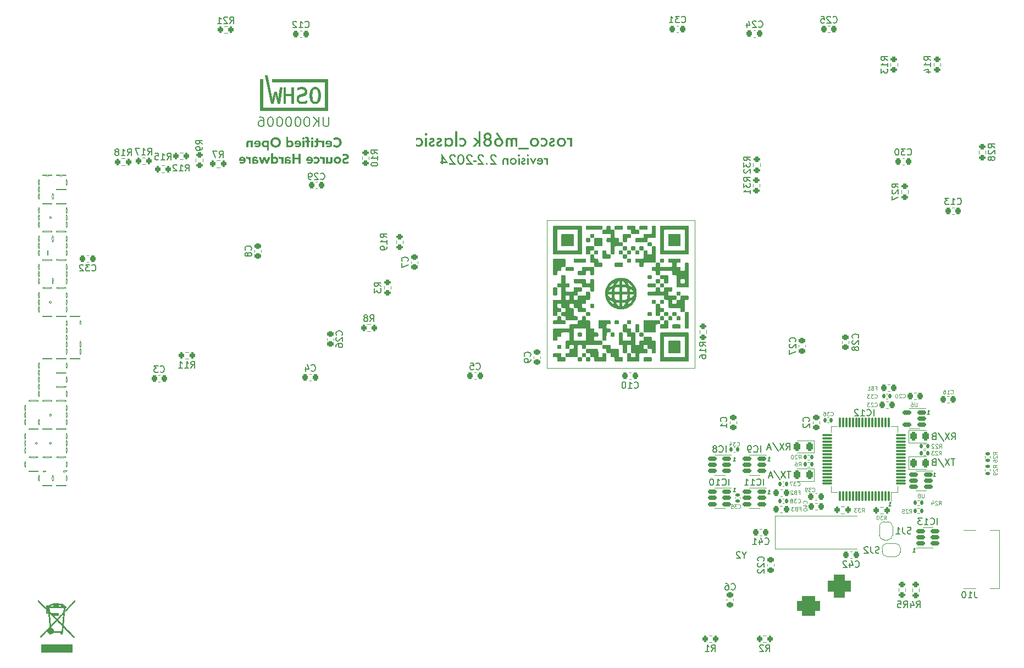
<source format=gbr>
%TF.GenerationSoftware,KiCad,Pcbnew,7.0.9*%
%TF.CreationDate,2024-04-15T20:34:35+01:00*%
%TF.ProjectId,rosco_m68k,726f7363-6f5f-46d3-9638-6b2e6b696361,2.2*%
%TF.SameCoordinates,Original*%
%TF.FileFunction,Legend,Bot*%
%TF.FilePolarity,Positive*%
%FSLAX46Y46*%
G04 Gerber Fmt 4.6, Leading zero omitted, Abs format (unit mm)*
G04 Created by KiCad (PCBNEW 7.0.9) date 2024-04-15 20:34:35*
%MOMM*%
%LPD*%
G01*
G04 APERTURE LIST*
G04 Aperture macros list*
%AMRoundRect*
0 Rectangle with rounded corners*
0 $1 Rounding radius*
0 $2 $3 $4 $5 $6 $7 $8 $9 X,Y pos of 4 corners*
0 Add a 4 corners polygon primitive as box body*
4,1,4,$2,$3,$4,$5,$6,$7,$8,$9,$2,$3,0*
0 Add four circle primitives for the rounded corners*
1,1,$1+$1,$2,$3*
1,1,$1+$1,$4,$5*
1,1,$1+$1,$6,$7*
1,1,$1+$1,$8,$9*
0 Add four rect primitives between the rounded corners*
20,1,$1+$1,$2,$3,$4,$5,0*
20,1,$1+$1,$4,$5,$6,$7,0*
20,1,$1+$1,$6,$7,$8,$9,0*
20,1,$1+$1,$8,$9,$2,$3,0*%
%AMFreePoly0*
4,1,19,0.500000,-0.750000,0.000000,-0.750000,0.000000,-0.744911,-0.071157,-0.744911,-0.207708,-0.704816,-0.327430,-0.627875,-0.420627,-0.520320,-0.479746,-0.390866,-0.500000,-0.250000,-0.500000,0.250000,-0.479746,0.390866,-0.420627,0.520320,-0.327430,0.627875,-0.207708,0.704816,-0.071157,0.744911,0.000000,0.744911,0.000000,0.750000,0.500000,0.750000,0.500000,-0.750000,0.500000,-0.750000,
$1*%
%AMFreePoly1*
4,1,19,0.000000,0.744911,0.071157,0.744911,0.207708,0.704816,0.327430,0.627875,0.420627,0.520320,0.479746,0.390866,0.500000,0.250000,0.500000,-0.250000,0.479746,-0.390866,0.420627,-0.520320,0.327430,-0.627875,0.207708,-0.704816,0.071157,-0.744911,0.000000,-0.744911,0.000000,-0.750000,-0.500000,-0.750000,-0.500000,0.750000,0.000000,0.750000,0.000000,0.744911,0.000000,0.744911,
$1*%
G04 Aperture macros list end*
%ADD10C,0.300000*%
%ADD11C,0.113792*%
%ADD12C,0.150000*%
%ADD13C,0.200000*%
%ADD14C,0.075000*%
%ADD15C,0.120000*%
%ADD16C,0.002540*%
%ADD17C,0.010000*%
%ADD18C,0.012500*%
%ADD19C,6.400000*%
%ADD20O,1.727200X3.251200*%
%ADD21C,1.803400*%
%ADD22R,1.422400X1.422400*%
%ADD23C,1.422400*%
%ADD24R,2.400000X1.600000*%
%ADD25O,2.400000X1.600000*%
%ADD26O,3.251200X1.727200*%
%ADD27C,1.524000*%
%ADD28C,1.500000*%
%ADD29R,1.600000X1.600000*%
%ADD30C,1.600000*%
%ADD31R,1.700000X1.700000*%
%ADD32O,1.700000X1.700000*%
%ADD33R,1.600000X2.400000*%
%ADD34O,1.600000X2.400000*%
%ADD35O,1.524000X2.844800*%
%ADD36R,3.500000X3.500000*%
%ADD37RoundRect,0.750000X1.000000X-0.750000X1.000000X0.750000X-1.000000X0.750000X-1.000000X-0.750000X0*%
%ADD38RoundRect,0.875000X0.875000X-0.875000X0.875000X0.875000X-0.875000X0.875000X-0.875000X-0.875000X0*%
%ADD39RoundRect,0.200000X0.275000X-0.200000X0.275000X0.200000X-0.275000X0.200000X-0.275000X-0.200000X0*%
%ADD40RoundRect,0.225000X-0.250000X0.225000X-0.250000X-0.225000X0.250000X-0.225000X0.250000X0.225000X0*%
%ADD41RoundRect,0.225000X0.225000X0.250000X-0.225000X0.250000X-0.225000X-0.250000X0.225000X-0.250000X0*%
%ADD42RoundRect,0.200000X0.200000X0.275000X-0.200000X0.275000X-0.200000X-0.275000X0.200000X-0.275000X0*%
%ADD43RoundRect,0.225000X0.250000X-0.225000X0.250000X0.225000X-0.250000X0.225000X-0.250000X-0.225000X0*%
%ADD44RoundRect,0.200000X-0.275000X0.200000X-0.275000X-0.200000X0.275000X-0.200000X0.275000X0.200000X0*%
%ADD45RoundRect,0.200000X-0.200000X-0.275000X0.200000X-0.275000X0.200000X0.275000X-0.200000X0.275000X0*%
%ADD46RoundRect,0.225000X-0.225000X-0.250000X0.225000X-0.250000X0.225000X0.250000X-0.225000X0.250000X0*%
%ADD47C,0.600000*%
%ADD48R,1.160000X0.600000*%
%ADD49R,1.160000X0.300000*%
%ADD50O,1.700000X0.900000*%
%ADD51O,2.000000X0.900000*%
%ADD52RoundRect,0.243750X0.243750X0.456250X-0.243750X0.456250X-0.243750X-0.456250X0.243750X-0.456250X0*%
%ADD53RoundRect,0.150000X-0.512500X-0.150000X0.512500X-0.150000X0.512500X0.150000X-0.512500X0.150000X0*%
%ADD54RoundRect,0.218750X0.218750X0.256250X-0.218750X0.256250X-0.218750X-0.256250X0.218750X-0.256250X0*%
%ADD55RoundRect,0.135000X-0.135000X-0.185000X0.135000X-0.185000X0.135000X0.185000X-0.135000X0.185000X0*%
%ADD56RoundRect,0.075000X0.075000X-0.700000X0.075000X0.700000X-0.075000X0.700000X-0.075000X-0.700000X0*%
%ADD57RoundRect,0.075000X0.700000X-0.075000X0.700000X0.075000X-0.700000X0.075000X-0.700000X-0.075000X0*%
%ADD58RoundRect,0.140000X-0.140000X-0.170000X0.140000X-0.170000X0.140000X0.170000X-0.140000X0.170000X0*%
%ADD59R,4.500000X2.000000*%
%ADD60RoundRect,0.243750X-0.243750X-0.456250X0.243750X-0.456250X0.243750X0.456250X-0.243750X0.456250X0*%
%ADD61RoundRect,0.150000X0.512500X0.150000X-0.512500X0.150000X-0.512500X-0.150000X0.512500X-0.150000X0*%
%ADD62RoundRect,0.140000X-0.170000X0.140000X-0.170000X-0.140000X0.170000X-0.140000X0.170000X0.140000X0*%
%ADD63FreePoly0,270.000000*%
%ADD64FreePoly1,270.000000*%
%ADD65FreePoly0,0.000000*%
%ADD66FreePoly1,0.000000*%
%ADD67RoundRect,0.135000X0.135000X0.185000X-0.135000X0.185000X-0.135000X-0.185000X0.135000X-0.185000X0*%
%ADD68RoundRect,0.135000X0.185000X-0.135000X0.185000X0.135000X-0.185000X0.135000X-0.185000X-0.135000X0*%
%ADD69RoundRect,0.140000X0.140000X0.170000X-0.140000X0.170000X-0.140000X-0.170000X0.140000X-0.170000X0*%
G04 APERTURE END LIST*
D10*
G36*
X162018353Y-75075687D02*
G01*
X161703768Y-75075687D01*
X161703768Y-75203670D01*
X161688003Y-75187141D01*
X161672581Y-75171625D01*
X161657503Y-75157122D01*
X161642769Y-75143632D01*
X161623657Y-75127222D01*
X161605155Y-75112613D01*
X161587264Y-75099806D01*
X161569984Y-75088800D01*
X161553315Y-75079595D01*
X161531793Y-75069462D01*
X161509055Y-75061048D01*
X161489989Y-75055552D01*
X161470144Y-75051156D01*
X161449521Y-75047858D01*
X161428119Y-75045660D01*
X161405939Y-75044561D01*
X161394557Y-75044424D01*
X161371656Y-75045098D01*
X161348567Y-75047120D01*
X161325288Y-75050490D01*
X161301821Y-75055209D01*
X161278165Y-75061275D01*
X161254319Y-75068690D01*
X161230285Y-75077452D01*
X161206062Y-75087563D01*
X161181650Y-75099022D01*
X161157050Y-75111829D01*
X161140544Y-75121116D01*
X161281228Y-75419581D01*
X161297589Y-75408407D01*
X161319296Y-75395218D01*
X161340881Y-75383982D01*
X161362343Y-75374701D01*
X161383684Y-75367374D01*
X161404903Y-75362001D01*
X161425999Y-75358581D01*
X161446974Y-75357116D01*
X161452198Y-75357055D01*
X161482662Y-75358530D01*
X161511160Y-75362955D01*
X161537693Y-75370330D01*
X161562260Y-75380655D01*
X161584862Y-75393930D01*
X161605499Y-75410155D01*
X161624170Y-75429330D01*
X161640876Y-75451454D01*
X161655616Y-75476529D01*
X161668391Y-75504554D01*
X161679201Y-75535529D01*
X161688045Y-75569454D01*
X161694924Y-75606329D01*
X161697626Y-75625873D01*
X161699837Y-75646154D01*
X161701557Y-75667173D01*
X161702786Y-75688929D01*
X161703523Y-75711423D01*
X161703768Y-75734654D01*
X161703768Y-76420000D01*
X162018353Y-76420000D01*
X162018353Y-75075687D01*
G37*
G36*
X160391957Y-75045216D02*
G01*
X160427668Y-75047591D01*
X160462681Y-75051551D01*
X160496995Y-75057094D01*
X160530611Y-75064221D01*
X160563528Y-75072932D01*
X160595747Y-75083226D01*
X160627268Y-75095104D01*
X160658090Y-75108566D01*
X160688214Y-75123612D01*
X160717640Y-75140241D01*
X160746367Y-75158455D01*
X160774396Y-75178252D01*
X160801726Y-75199632D01*
X160828358Y-75222597D01*
X160854292Y-75247145D01*
X160879077Y-75272760D01*
X160902262Y-75299047D01*
X160923849Y-75326005D01*
X160943837Y-75353635D01*
X160962226Y-75381937D01*
X160979016Y-75410910D01*
X160994206Y-75440555D01*
X161007798Y-75470872D01*
X161019791Y-75501860D01*
X161030185Y-75533520D01*
X161038979Y-75565852D01*
X161046175Y-75598855D01*
X161051771Y-75632530D01*
X161055769Y-75666877D01*
X161058168Y-75701895D01*
X161058967Y-75737585D01*
X161058183Y-75775464D01*
X161055830Y-75812529D01*
X161051909Y-75848782D01*
X161046419Y-75884222D01*
X161039361Y-75918849D01*
X161030734Y-75952664D01*
X161020539Y-75985665D01*
X161008775Y-76017854D01*
X160995443Y-76049229D01*
X160980542Y-76079792D01*
X160964073Y-76109542D01*
X160946035Y-76138479D01*
X160926429Y-76166603D01*
X160905254Y-76193915D01*
X160882511Y-76220413D01*
X160858199Y-76246099D01*
X160832787Y-76270943D01*
X160806618Y-76294184D01*
X160779694Y-76315822D01*
X160752015Y-76335858D01*
X160723580Y-76354291D01*
X160694389Y-76371120D01*
X160664442Y-76386347D01*
X160633740Y-76399972D01*
X160602283Y-76411993D01*
X160570069Y-76422411D01*
X160537100Y-76431227D01*
X160503376Y-76438440D01*
X160468895Y-76444050D01*
X160433660Y-76448057D01*
X160397668Y-76450461D01*
X160360921Y-76451263D01*
X160323798Y-76450476D01*
X160287412Y-76448118D01*
X160251762Y-76444187D01*
X160216848Y-76438684D01*
X160182671Y-76431609D01*
X160149231Y-76422961D01*
X160116527Y-76412741D01*
X160084560Y-76400949D01*
X160053330Y-76387584D01*
X160022836Y-76372647D01*
X159993078Y-76356138D01*
X159964057Y-76338056D01*
X159935772Y-76318402D01*
X159908225Y-76297176D01*
X159881413Y-76274377D01*
X159855338Y-76250006D01*
X159830494Y-76224350D01*
X159807253Y-76197937D01*
X159785615Y-76170769D01*
X159765579Y-76142845D01*
X159747146Y-76114165D01*
X159730317Y-76084730D01*
X159715090Y-76054540D01*
X159701465Y-76023593D01*
X159689444Y-75991891D01*
X159679026Y-75959434D01*
X159670210Y-75926221D01*
X159662997Y-75892252D01*
X159657387Y-75857527D01*
X159653380Y-75822047D01*
X159650976Y-75785811D01*
X159650174Y-75748820D01*
X159964759Y-75748820D01*
X159964863Y-75760834D01*
X159965695Y-75784408D01*
X159967359Y-75807374D01*
X159969855Y-75829734D01*
X159973183Y-75851487D01*
X159977342Y-75872633D01*
X159982334Y-75893172D01*
X159988158Y-75913104D01*
X159994813Y-75932430D01*
X160002301Y-75951149D01*
X160010620Y-75969261D01*
X160019772Y-75986767D01*
X160029755Y-76003665D01*
X160046290Y-76027875D01*
X160058354Y-76043257D01*
X160071249Y-76058032D01*
X160084780Y-76072051D01*
X160106128Y-76091384D01*
X160128738Y-76108681D01*
X160152610Y-76123944D01*
X160177745Y-76137172D01*
X160204141Y-76148365D01*
X160231801Y-76157522D01*
X160250941Y-76162497D01*
X160270643Y-76166567D01*
X160290905Y-76169733D01*
X160311729Y-76171994D01*
X160333114Y-76173350D01*
X160355059Y-76173803D01*
X160376833Y-76173345D01*
X160398069Y-76171971D01*
X160418767Y-76169681D01*
X160438926Y-76166475D01*
X160458548Y-76162354D01*
X160477631Y-76157316D01*
X160505247Y-76148043D01*
X160531653Y-76136708D01*
X160556847Y-76123313D01*
X160580831Y-76107857D01*
X160603604Y-76090340D01*
X160625167Y-76070763D01*
X160638869Y-76056566D01*
X160645361Y-76049249D01*
X160663599Y-76026326D01*
X160674727Y-76010233D01*
X160685031Y-75993490D01*
X160694511Y-75976100D01*
X160703166Y-75958060D01*
X160710997Y-75939372D01*
X160718004Y-75920034D01*
X160724186Y-75900048D01*
X160729545Y-75879414D01*
X160734078Y-75858130D01*
X160737788Y-75836198D01*
X160740673Y-75813617D01*
X160742734Y-75790387D01*
X160743970Y-75766509D01*
X160744382Y-75741981D01*
X160743963Y-75719045D01*
X160742703Y-75696644D01*
X160740604Y-75674776D01*
X160737666Y-75653443D01*
X160733887Y-75632645D01*
X160729270Y-75612380D01*
X160723812Y-75592650D01*
X160717516Y-75573454D01*
X160710379Y-75554792D01*
X160702403Y-75536665D01*
X160693587Y-75519072D01*
X160683932Y-75502013D01*
X160673437Y-75485488D01*
X160662103Y-75469498D01*
X160649929Y-75454042D01*
X160636915Y-75439120D01*
X160623163Y-75424924D01*
X160601569Y-75405346D01*
X160578816Y-75387829D01*
X160554904Y-75372373D01*
X160529832Y-75358978D01*
X160503601Y-75347644D01*
X160476211Y-75338370D01*
X160457307Y-75333333D01*
X160437888Y-75329211D01*
X160417954Y-75326005D01*
X160397504Y-75323715D01*
X160376539Y-75322342D01*
X160355059Y-75321884D01*
X160333285Y-75322342D01*
X160312050Y-75323715D01*
X160291352Y-75326005D01*
X160271192Y-75329211D01*
X160251571Y-75333333D01*
X160232487Y-75338370D01*
X160204871Y-75347644D01*
X160178466Y-75358978D01*
X160153271Y-75372373D01*
X160129287Y-75387829D01*
X160106514Y-75405346D01*
X160084951Y-75424924D01*
X160071249Y-75439120D01*
X160058354Y-75453897D01*
X160046290Y-75469284D01*
X160035059Y-75485282D01*
X160024660Y-75501891D01*
X160015092Y-75519110D01*
X160006357Y-75536939D01*
X159998453Y-75555380D01*
X159991382Y-75574431D01*
X159985142Y-75594092D01*
X159979734Y-75614364D01*
X159975159Y-75635247D01*
X159971415Y-75656741D01*
X159968503Y-75678845D01*
X159966423Y-75701559D01*
X159965175Y-75724884D01*
X159964759Y-75748820D01*
X159650174Y-75748820D01*
X159650970Y-75712117D01*
X159653357Y-75676135D01*
X159657336Y-75640874D01*
X159662906Y-75606335D01*
X159670067Y-75572517D01*
X159678819Y-75539420D01*
X159689164Y-75507045D01*
X159701099Y-75475390D01*
X159714626Y-75444457D01*
X159729744Y-75414246D01*
X159746454Y-75384755D01*
X159764755Y-75355986D01*
X159784647Y-75327938D01*
X159806131Y-75300612D01*
X159829206Y-75274006D01*
X159853873Y-75248122D01*
X159879990Y-75223456D01*
X159906805Y-75200380D01*
X159934318Y-75178897D01*
X159962530Y-75159004D01*
X159991441Y-75140703D01*
X160021049Y-75123994D01*
X160051357Y-75108875D01*
X160082362Y-75095348D01*
X160114066Y-75083413D01*
X160146468Y-75073069D01*
X160179569Y-75064316D01*
X160213368Y-75057155D01*
X160247865Y-75051585D01*
X160283061Y-75047607D01*
X160318955Y-75045219D01*
X160355548Y-75044424D01*
X160391957Y-75045216D01*
G37*
G36*
X158523238Y-75308695D02*
G01*
X158777739Y-75444494D01*
X158789441Y-75422582D01*
X158801650Y-75402825D01*
X158814365Y-75385224D01*
X158827587Y-75369778D01*
X158846005Y-75352536D01*
X158865323Y-75339126D01*
X158885542Y-75329547D01*
X158906661Y-75323799D01*
X158928681Y-75321884D01*
X158949411Y-75323624D01*
X158968615Y-75328845D01*
X158986292Y-75337546D01*
X159002442Y-75349727D01*
X159015692Y-75364657D01*
X159026074Y-75383861D01*
X159031279Y-75403072D01*
X159032728Y-75421535D01*
X159028364Y-75445325D01*
X159018586Y-75464322D01*
X159003222Y-75483289D01*
X158988032Y-75497494D01*
X158969699Y-75511682D01*
X158948224Y-75525853D01*
X158923606Y-75540007D01*
X158905448Y-75549433D01*
X158885894Y-75558852D01*
X158864942Y-75568263D01*
X158853943Y-75572965D01*
X158823739Y-75586088D01*
X158794798Y-75599076D01*
X158767120Y-75611932D01*
X158740706Y-75624653D01*
X158715554Y-75637241D01*
X158691666Y-75649696D01*
X158669041Y-75662017D01*
X158647680Y-75674204D01*
X158627581Y-75686258D01*
X158608746Y-75698178D01*
X158591174Y-75709965D01*
X158574865Y-75721618D01*
X158552770Y-75738847D01*
X158533517Y-75755775D01*
X158522261Y-75766894D01*
X158506984Y-75784022D01*
X158493209Y-75802248D01*
X158480938Y-75821574D01*
X158470168Y-75841999D01*
X158460902Y-75863523D01*
X158453138Y-75886146D01*
X158446877Y-75909868D01*
X158442119Y-75934689D01*
X158438863Y-75960609D01*
X158437110Y-75987629D01*
X158436776Y-76006252D01*
X158437329Y-76030009D01*
X158438989Y-76053284D01*
X158441756Y-76076079D01*
X158445630Y-76098393D01*
X158450610Y-76120226D01*
X158456697Y-76141578D01*
X158463891Y-76162449D01*
X158472191Y-76182840D01*
X158481598Y-76202749D01*
X158492112Y-76222178D01*
X158503733Y-76241126D01*
X158516460Y-76259593D01*
X158530294Y-76277579D01*
X158545235Y-76295085D01*
X158561282Y-76312109D01*
X158578437Y-76328653D01*
X158595877Y-76343500D01*
X158613760Y-76357389D01*
X158632086Y-76370321D01*
X158650855Y-76382295D01*
X158670066Y-76393310D01*
X158689720Y-76403368D01*
X158709816Y-76412468D01*
X158730356Y-76420610D01*
X158751338Y-76427794D01*
X158772762Y-76434021D01*
X158794630Y-76439289D01*
X158816940Y-76443599D01*
X158839693Y-76446952D01*
X158862888Y-76449347D01*
X158886526Y-76450784D01*
X158910607Y-76451263D01*
X158931299Y-76450941D01*
X158951609Y-76449976D01*
X158971538Y-76448369D01*
X158991085Y-76446118D01*
X159029034Y-76439688D01*
X159065457Y-76430685D01*
X159100353Y-76419110D01*
X159133723Y-76404963D01*
X159165566Y-76388244D01*
X159195883Y-76368953D01*
X159224673Y-76347089D01*
X159251936Y-76322653D01*
X159277673Y-76295646D01*
X159301884Y-76266065D01*
X159324568Y-76233913D01*
X159335338Y-76216872D01*
X159345726Y-76199189D01*
X159355732Y-76180862D01*
X159365357Y-76161892D01*
X159374600Y-76142279D01*
X159383461Y-76122023D01*
X159126029Y-76000879D01*
X159115994Y-76018129D01*
X159103309Y-76039233D01*
X159091417Y-76058170D01*
X159080320Y-76074939D01*
X159067564Y-76092851D01*
X159053894Y-76109876D01*
X159042010Y-76122023D01*
X159023918Y-76136940D01*
X159004753Y-76149329D01*
X158984515Y-76159189D01*
X158963203Y-76166521D01*
X158940818Y-76171325D01*
X158917360Y-76173600D01*
X158907676Y-76173803D01*
X158879741Y-76172558D01*
X158854553Y-76168822D01*
X158832113Y-76162597D01*
X158812421Y-76153882D01*
X158795477Y-76142676D01*
X158781280Y-76128980D01*
X158769832Y-76112794D01*
X158761130Y-76094118D01*
X158755177Y-76072952D01*
X158751971Y-76049296D01*
X158751361Y-76032142D01*
X158753231Y-76011801D01*
X158758841Y-75991811D01*
X158768191Y-75972173D01*
X158781280Y-75952885D01*
X158798110Y-75933949D01*
X158813187Y-75919977D01*
X158830368Y-75906202D01*
X158849652Y-75892625D01*
X158871040Y-75879246D01*
X158891152Y-75869248D01*
X158911311Y-75859344D01*
X158931517Y-75849533D01*
X158951770Y-75839816D01*
X158963363Y-75834305D01*
X158983713Y-75824641D01*
X159004156Y-75814884D01*
X159024692Y-75805033D01*
X159042369Y-75796515D01*
X159057153Y-75789364D01*
X159081462Y-75777091D01*
X159104379Y-75764818D01*
X159125906Y-75752545D01*
X159146042Y-75740272D01*
X159164787Y-75727998D01*
X159182140Y-75715725D01*
X159198103Y-75703452D01*
X159217222Y-75687088D01*
X159233869Y-75670724D01*
X159244731Y-75658450D01*
X159257127Y-75642459D01*
X159268304Y-75625626D01*
X159278262Y-75607952D01*
X159287000Y-75589436D01*
X159294520Y-75570079D01*
X159300819Y-75549881D01*
X159305900Y-75528840D01*
X159309761Y-75506959D01*
X159312403Y-75484236D01*
X159313825Y-75460671D01*
X159314096Y-75444494D01*
X159313634Y-75423052D01*
X159312249Y-75402079D01*
X159309940Y-75381576D01*
X159306708Y-75361543D01*
X159302552Y-75341978D01*
X159297472Y-75322884D01*
X159291469Y-75304258D01*
X159280733Y-75277200D01*
X159267919Y-75251198D01*
X159253027Y-75226253D01*
X159236057Y-75202363D01*
X159223589Y-75187023D01*
X159210198Y-75172153D01*
X159195883Y-75157752D01*
X159180598Y-75144029D01*
X159164910Y-75131191D01*
X159148816Y-75119238D01*
X159132318Y-75108171D01*
X159115416Y-75097989D01*
X159098109Y-75088693D01*
X159080398Y-75080282D01*
X159062282Y-75072756D01*
X159043761Y-75066116D01*
X159024836Y-75060361D01*
X159005507Y-75055491D01*
X158985773Y-75051507D01*
X158965634Y-75048408D01*
X158945091Y-75046195D01*
X158924143Y-75044866D01*
X158902791Y-75044424D01*
X158871427Y-75045456D01*
X158841082Y-75048553D01*
X158811755Y-75053715D01*
X158783448Y-75060941D01*
X158756160Y-75070231D01*
X158729890Y-75081587D01*
X158704640Y-75095007D01*
X158680408Y-75110491D01*
X158657196Y-75128041D01*
X158635002Y-75147655D01*
X158613827Y-75169333D01*
X158593671Y-75193076D01*
X158574535Y-75218884D01*
X158556417Y-75246756D01*
X158539318Y-75276693D01*
X158523238Y-75308695D01*
G37*
G36*
X157147174Y-75138702D02*
G01*
X157147174Y-75546587D01*
X157160212Y-75530904D01*
X157173071Y-75515851D01*
X157192023Y-75494451D01*
X157210572Y-75474469D01*
X157228717Y-75455903D01*
X157246458Y-75438754D01*
X157263796Y-75423022D01*
X157280731Y-75408706D01*
X157297261Y-75395808D01*
X157313389Y-75384326D01*
X157334264Y-75371221D01*
X157355108Y-75359657D01*
X157376854Y-75349636D01*
X157399499Y-75341156D01*
X157423046Y-75334218D01*
X157447493Y-75328822D01*
X157472841Y-75324967D01*
X157492443Y-75323088D01*
X157512551Y-75322076D01*
X157526239Y-75321884D01*
X157547507Y-75322359D01*
X157568325Y-75323784D01*
X157588692Y-75326160D01*
X157608609Y-75329486D01*
X157628076Y-75333762D01*
X157647093Y-75338988D01*
X157665659Y-75345165D01*
X157692664Y-75356212D01*
X157718656Y-75369397D01*
X157743635Y-75384719D01*
X157759724Y-75396123D01*
X157775363Y-75408476D01*
X157790552Y-75421779D01*
X157805291Y-75436033D01*
X157812491Y-75443517D01*
X157826333Y-75458900D01*
X157839282Y-75474764D01*
X157851337Y-75491110D01*
X157862500Y-75507936D01*
X157872770Y-75525243D01*
X157882146Y-75543030D01*
X157890630Y-75561299D01*
X157898220Y-75580048D01*
X157904918Y-75599279D01*
X157910723Y-75618990D01*
X157915634Y-75639182D01*
X157919653Y-75659855D01*
X157922778Y-75681008D01*
X157925011Y-75702643D01*
X157926350Y-75724758D01*
X157926797Y-75747355D01*
X157926367Y-75770420D01*
X157925079Y-75792967D01*
X157922933Y-75814995D01*
X157919927Y-75836503D01*
X157916063Y-75857493D01*
X157911341Y-75877964D01*
X157905759Y-75897915D01*
X157899319Y-75917348D01*
X157892021Y-75936261D01*
X157883864Y-75954656D01*
X157874848Y-75972531D01*
X157864973Y-75989888D01*
X157854240Y-76006725D01*
X157842648Y-76023044D01*
X157830197Y-76038843D01*
X157816888Y-76054124D01*
X157802670Y-76068616D01*
X157787983Y-76082173D01*
X157772827Y-76094796D01*
X157749212Y-76111976D01*
X157724541Y-76127053D01*
X157698814Y-76140026D01*
X157672031Y-76150895D01*
X157644191Y-76159661D01*
X157625045Y-76164336D01*
X157605429Y-76168076D01*
X157585344Y-76170881D01*
X157564789Y-76172751D01*
X157543765Y-76173686D01*
X157533077Y-76173803D01*
X157512610Y-76173386D01*
X157492606Y-76172137D01*
X157473065Y-76170055D01*
X157447733Y-76165983D01*
X157423224Y-76160430D01*
X157399540Y-76153397D01*
X157376681Y-76144882D01*
X157354646Y-76134887D01*
X157338660Y-76126420D01*
X157317823Y-76113345D01*
X157301614Y-76101766D01*
X157284908Y-76088667D01*
X157267703Y-76074048D01*
X157250000Y-76057909D01*
X157231799Y-76040251D01*
X157213100Y-76021073D01*
X157193903Y-76000375D01*
X157180829Y-75985731D01*
X157167533Y-75970413D01*
X157154015Y-75954419D01*
X157147174Y-75946168D01*
X157147174Y-76353077D01*
X157170442Y-76364967D01*
X157193717Y-76376089D01*
X157217000Y-76386445D01*
X157240291Y-76396033D01*
X157263590Y-76404855D01*
X157286896Y-76412909D01*
X157310210Y-76420196D01*
X157333531Y-76426716D01*
X157356860Y-76432469D01*
X157380197Y-76437455D01*
X157403541Y-76441674D01*
X157426893Y-76445126D01*
X157450252Y-76447811D01*
X157473619Y-76449728D01*
X157496994Y-76450879D01*
X157520377Y-76451263D01*
X157558393Y-76450482D01*
X157595626Y-76448141D01*
X157632078Y-76444239D01*
X157667747Y-76438776D01*
X157702633Y-76431752D01*
X157736738Y-76423167D01*
X157770060Y-76413021D01*
X157802599Y-76401315D01*
X157834357Y-76388048D01*
X157865332Y-76373219D01*
X157895524Y-76356830D01*
X157924934Y-76338880D01*
X157953562Y-76319370D01*
X157981408Y-76298298D01*
X158008471Y-76275665D01*
X158034752Y-76251472D01*
X158059774Y-76225994D01*
X158083181Y-76199754D01*
X158104974Y-76172749D01*
X158125153Y-76144982D01*
X158143717Y-76116451D01*
X158160667Y-76087158D01*
X158176003Y-76057100D01*
X158189724Y-76026280D01*
X158201831Y-75994696D01*
X158212324Y-75962349D01*
X158221203Y-75929239D01*
X158228467Y-75895366D01*
X158234117Y-75860729D01*
X158238153Y-75825329D01*
X158240574Y-75789166D01*
X158241382Y-75752240D01*
X158240563Y-75715414D01*
X158238107Y-75679310D01*
X158234014Y-75643927D01*
X158228284Y-75609266D01*
X158220917Y-75575326D01*
X158211912Y-75542107D01*
X158201270Y-75509609D01*
X158188992Y-75477833D01*
X158175075Y-75446778D01*
X158159522Y-75416444D01*
X158142332Y-75386831D01*
X158123504Y-75357940D01*
X158103039Y-75329770D01*
X158080937Y-75302321D01*
X158057198Y-75275594D01*
X158031821Y-75249588D01*
X158005254Y-75224744D01*
X157977943Y-75201502D01*
X157949887Y-75179864D01*
X157921088Y-75159829D01*
X157891544Y-75141396D01*
X157861256Y-75124566D01*
X157830224Y-75109339D01*
X157798447Y-75095715D01*
X157765927Y-75083693D01*
X157732662Y-75073275D01*
X157698653Y-75064459D01*
X157663900Y-75057247D01*
X157628403Y-75051637D01*
X157592161Y-75047629D01*
X157555176Y-75045225D01*
X157517446Y-75044424D01*
X157492987Y-75044792D01*
X157468704Y-75045897D01*
X157444597Y-75047738D01*
X157420665Y-75050316D01*
X157396908Y-75053631D01*
X157373327Y-75057682D01*
X157349922Y-75062469D01*
X157326692Y-75067993D01*
X157303638Y-75074254D01*
X157280759Y-75081251D01*
X157258056Y-75088985D01*
X157235528Y-75097455D01*
X157213176Y-75106662D01*
X157191000Y-75116605D01*
X157168999Y-75127285D01*
X157147174Y-75138702D01*
G37*
G36*
X156239829Y-75045216D02*
G01*
X156275540Y-75047591D01*
X156310552Y-75051551D01*
X156344866Y-75057094D01*
X156378482Y-75064221D01*
X156411400Y-75072932D01*
X156443619Y-75083226D01*
X156475139Y-75095104D01*
X156505962Y-75108566D01*
X156536086Y-75123612D01*
X156565511Y-75140241D01*
X156594238Y-75158455D01*
X156622267Y-75178252D01*
X156649598Y-75199632D01*
X156676230Y-75222597D01*
X156702163Y-75247145D01*
X156726948Y-75272760D01*
X156750134Y-75299047D01*
X156771721Y-75326005D01*
X156791709Y-75353635D01*
X156810098Y-75381937D01*
X156826887Y-75410910D01*
X156842078Y-75440555D01*
X156855670Y-75470872D01*
X156867663Y-75501860D01*
X156878056Y-75533520D01*
X156886851Y-75565852D01*
X156894046Y-75598855D01*
X156899643Y-75632530D01*
X156903641Y-75666877D01*
X156906039Y-75701895D01*
X156906839Y-75737585D01*
X156906054Y-75775464D01*
X156903702Y-75812529D01*
X156899780Y-75848782D01*
X156894291Y-75884222D01*
X156887232Y-75918849D01*
X156878606Y-75952664D01*
X156868411Y-75985665D01*
X156856647Y-76017854D01*
X156843315Y-76049229D01*
X156828414Y-76079792D01*
X156811945Y-76109542D01*
X156793907Y-76138479D01*
X156774301Y-76166603D01*
X156753126Y-76193915D01*
X156730383Y-76220413D01*
X156706071Y-76246099D01*
X156680658Y-76270943D01*
X156654490Y-76294184D01*
X156627566Y-76315822D01*
X156599886Y-76335858D01*
X156571451Y-76354291D01*
X156542260Y-76371120D01*
X156512314Y-76386347D01*
X156481612Y-76399972D01*
X156450154Y-76411993D01*
X156417941Y-76422411D01*
X156384972Y-76431227D01*
X156351247Y-76438440D01*
X156316767Y-76444050D01*
X156281531Y-76448057D01*
X156245540Y-76450461D01*
X156208793Y-76451263D01*
X156171670Y-76450476D01*
X156135283Y-76448118D01*
X156099633Y-76444187D01*
X156064720Y-76438684D01*
X156030543Y-76431609D01*
X155997103Y-76422961D01*
X155964399Y-76412741D01*
X155932432Y-76400949D01*
X155901201Y-76387584D01*
X155870707Y-76372647D01*
X155840950Y-76356138D01*
X155811929Y-76338056D01*
X155783644Y-76318402D01*
X155756096Y-76297176D01*
X155729285Y-76274377D01*
X155703210Y-76250006D01*
X155678366Y-76224350D01*
X155655125Y-76197937D01*
X155633486Y-76170769D01*
X155613451Y-76142845D01*
X155595018Y-76114165D01*
X155578188Y-76084730D01*
X155562961Y-76054540D01*
X155549337Y-76023593D01*
X155537316Y-75991891D01*
X155526897Y-75959434D01*
X155518081Y-75926221D01*
X155510869Y-75892252D01*
X155505259Y-75857527D01*
X155501252Y-75822047D01*
X155498847Y-75785811D01*
X155498046Y-75748820D01*
X155812631Y-75748820D01*
X155812735Y-75760834D01*
X155813567Y-75784408D01*
X155815231Y-75807374D01*
X155817726Y-75829734D01*
X155821054Y-75851487D01*
X155825214Y-75872633D01*
X155830206Y-75893172D01*
X155836029Y-75913104D01*
X155842685Y-75932430D01*
X155850173Y-75951149D01*
X155858492Y-75969261D01*
X155867644Y-75986767D01*
X155877627Y-76003665D01*
X155894162Y-76027875D01*
X155906225Y-76043257D01*
X155919121Y-76058032D01*
X155932651Y-76072051D01*
X155953999Y-76091384D01*
X155976609Y-76108681D01*
X156000482Y-76123944D01*
X156025616Y-76137172D01*
X156052013Y-76148365D01*
X156079672Y-76157522D01*
X156098813Y-76162497D01*
X156118514Y-76166567D01*
X156138777Y-76169733D01*
X156159601Y-76171994D01*
X156180985Y-76173350D01*
X156202931Y-76173803D01*
X156224705Y-76173345D01*
X156245940Y-76171971D01*
X156266638Y-76169681D01*
X156286798Y-76166475D01*
X156306419Y-76162354D01*
X156325503Y-76157316D01*
X156353119Y-76148043D01*
X156379524Y-76136708D01*
X156404719Y-76123313D01*
X156428703Y-76107857D01*
X156451476Y-76090340D01*
X156473039Y-76070763D01*
X156486741Y-76056566D01*
X156493233Y-76049249D01*
X156511471Y-76026326D01*
X156522599Y-76010233D01*
X156532903Y-75993490D01*
X156542383Y-75976100D01*
X156551038Y-75958060D01*
X156558869Y-75939372D01*
X156565876Y-75920034D01*
X156572058Y-75900048D01*
X156577416Y-75879414D01*
X156581950Y-75858130D01*
X156585659Y-75836198D01*
X156588544Y-75813617D01*
X156590605Y-75790387D01*
X156591842Y-75766509D01*
X156592254Y-75741981D01*
X156591834Y-75719045D01*
X156590575Y-75696644D01*
X156588476Y-75674776D01*
X156585537Y-75653443D01*
X156581759Y-75632645D01*
X156577141Y-75612380D01*
X156571684Y-75592650D01*
X156565387Y-75573454D01*
X156558251Y-75554792D01*
X156550275Y-75536665D01*
X156541459Y-75519072D01*
X156531804Y-75502013D01*
X156521309Y-75485488D01*
X156509975Y-75469498D01*
X156497801Y-75454042D01*
X156484787Y-75439120D01*
X156471035Y-75424924D01*
X156449441Y-75405346D01*
X156426688Y-75387829D01*
X156402775Y-75372373D01*
X156377704Y-75358978D01*
X156351473Y-75347644D01*
X156324083Y-75338370D01*
X156305179Y-75333333D01*
X156285760Y-75329211D01*
X156265825Y-75326005D01*
X156245376Y-75323715D01*
X156224411Y-75322342D01*
X156202931Y-75321884D01*
X156181157Y-75322342D01*
X156159921Y-75323715D01*
X156139223Y-75326005D01*
X156119064Y-75329211D01*
X156099442Y-75333333D01*
X156080359Y-75338370D01*
X156052743Y-75347644D01*
X156026337Y-75358978D01*
X156001143Y-75372373D01*
X155977159Y-75387829D01*
X155954386Y-75405346D01*
X155932823Y-75424924D01*
X155919121Y-75439120D01*
X155906225Y-75453897D01*
X155894162Y-75469284D01*
X155882931Y-75485282D01*
X155872531Y-75501891D01*
X155862964Y-75519110D01*
X155854228Y-75536939D01*
X155846325Y-75555380D01*
X155839253Y-75574431D01*
X155833014Y-75594092D01*
X155827606Y-75614364D01*
X155823030Y-75635247D01*
X155819286Y-75656741D01*
X155816375Y-75678845D01*
X155814295Y-75701559D01*
X155813047Y-75724884D01*
X155812631Y-75748820D01*
X155498046Y-75748820D01*
X155498842Y-75712117D01*
X155501229Y-75676135D01*
X155505207Y-75640874D01*
X155510777Y-75606335D01*
X155517938Y-75572517D01*
X155526691Y-75539420D01*
X155537035Y-75507045D01*
X155548971Y-75475390D01*
X155562497Y-75444457D01*
X155577616Y-75414246D01*
X155594325Y-75384755D01*
X155612626Y-75355986D01*
X155632519Y-75327938D01*
X155654003Y-75300612D01*
X155677078Y-75274006D01*
X155701744Y-75248122D01*
X155727861Y-75223456D01*
X155754676Y-75200380D01*
X155782190Y-75178897D01*
X155810402Y-75159004D01*
X155839312Y-75140703D01*
X155868921Y-75123994D01*
X155899228Y-75108875D01*
X155930234Y-75095348D01*
X155961938Y-75083413D01*
X155994340Y-75073069D01*
X156027440Y-75064316D01*
X156061239Y-75057155D01*
X156095737Y-75051585D01*
X156130933Y-75047607D01*
X156166827Y-75045219D01*
X156203419Y-75044424D01*
X156239829Y-75045216D01*
G37*
G36*
X155349546Y-76611486D02*
G01*
X153755129Y-76611486D01*
X153755129Y-76888946D01*
X155349546Y-76888946D01*
X155349546Y-76611486D01*
G37*
G36*
X153579274Y-75075687D02*
G01*
X153264689Y-75075687D01*
X153264689Y-75201716D01*
X153248609Y-75185108D01*
X153232976Y-75169539D01*
X153217789Y-75155009D01*
X153203049Y-75141518D01*
X153184089Y-75125146D01*
X153165924Y-75110621D01*
X153148552Y-75097943D01*
X153131974Y-75087113D01*
X153116190Y-75078129D01*
X153094911Y-75068419D01*
X153071987Y-75060355D01*
X153052463Y-75055088D01*
X153031886Y-75050875D01*
X153010255Y-75047715D01*
X152987571Y-75045609D01*
X152963834Y-75044555D01*
X152951570Y-75044424D01*
X152924331Y-75045185D01*
X152897814Y-75047469D01*
X152872017Y-75051276D01*
X152846942Y-75056605D01*
X152822589Y-75063458D01*
X152798956Y-75071832D01*
X152776045Y-75081730D01*
X152753855Y-75093150D01*
X152732387Y-75106093D01*
X152711640Y-75120559D01*
X152691614Y-75136547D01*
X152672309Y-75154058D01*
X152653725Y-75173092D01*
X152635863Y-75193649D01*
X152618722Y-75215728D01*
X152602303Y-75239330D01*
X152583952Y-75215728D01*
X152564804Y-75193649D01*
X152544858Y-75173092D01*
X152524115Y-75154058D01*
X152502573Y-75136547D01*
X152480235Y-75120559D01*
X152457098Y-75106093D01*
X152433165Y-75093150D01*
X152408433Y-75081730D01*
X152382904Y-75071832D01*
X152356577Y-75063458D01*
X152329453Y-75056605D01*
X152301531Y-75051276D01*
X152272812Y-75047469D01*
X152243294Y-75045185D01*
X152212980Y-75044424D01*
X152185481Y-75044959D01*
X152158855Y-75046567D01*
X152133102Y-75049245D01*
X152108222Y-75052995D01*
X152084215Y-75057817D01*
X152061082Y-75063709D01*
X152038821Y-75070674D01*
X152017433Y-75078709D01*
X151996918Y-75087816D01*
X151977276Y-75097995D01*
X151958507Y-75109245D01*
X151940611Y-75121566D01*
X151923588Y-75134959D01*
X151907438Y-75149423D01*
X151892160Y-75164959D01*
X151877756Y-75181566D01*
X151864225Y-75199245D01*
X151851567Y-75217995D01*
X151839782Y-75237816D01*
X151828870Y-75258709D01*
X151818830Y-75280673D01*
X151809664Y-75303709D01*
X151801371Y-75327816D01*
X151793951Y-75352994D01*
X151787403Y-75379244D01*
X151781729Y-75406565D01*
X151776927Y-75434958D01*
X151772999Y-75464422D01*
X151769944Y-75494958D01*
X151767761Y-75526565D01*
X151766452Y-75559243D01*
X151766015Y-75592993D01*
X151766015Y-76420000D01*
X152080600Y-76420000D01*
X152080600Y-75675547D01*
X152080776Y-75651871D01*
X152081302Y-75629080D01*
X152082180Y-75607175D01*
X152083409Y-75586154D01*
X152084989Y-75566020D01*
X152088017Y-75537478D01*
X152091835Y-75510928D01*
X152096443Y-75486370D01*
X152101842Y-75463804D01*
X152108030Y-75443230D01*
X152115008Y-75424649D01*
X152125541Y-75402972D01*
X152138081Y-75383967D01*
X152152499Y-75367496D01*
X152168795Y-75353559D01*
X152186968Y-75342156D01*
X152207019Y-75333287D01*
X152228947Y-75326952D01*
X152252753Y-75323151D01*
X152278437Y-75321884D01*
X152300934Y-75322734D01*
X152322263Y-75325284D01*
X152342425Y-75329534D01*
X152361418Y-75335485D01*
X152384927Y-75346064D01*
X152406359Y-75359665D01*
X152425715Y-75376289D01*
X152438870Y-75390740D01*
X152450857Y-75406892D01*
X152458199Y-75418604D01*
X152468239Y-75437673D01*
X152477290Y-75458795D01*
X152485355Y-75481969D01*
X152492432Y-75507195D01*
X152498521Y-75534474D01*
X152502032Y-75553799D01*
X152505104Y-75574037D01*
X152507737Y-75595187D01*
X152509932Y-75617249D01*
X152511687Y-75640223D01*
X152513004Y-75664109D01*
X152513882Y-75688908D01*
X152514320Y-75714618D01*
X152514375Y-75727815D01*
X152514375Y-76420000D01*
X152828960Y-76420000D01*
X152828960Y-75679944D01*
X152829152Y-75657915D01*
X152829727Y-75636585D01*
X152830686Y-75615954D01*
X152832028Y-75596023D01*
X152835864Y-75558259D01*
X152841233Y-75523292D01*
X152848137Y-75491123D01*
X152856575Y-75461751D01*
X152866547Y-75435176D01*
X152878053Y-75411399D01*
X152891093Y-75390419D01*
X152905668Y-75372236D01*
X152921776Y-75356850D01*
X152939419Y-75344262D01*
X152958596Y-75334472D01*
X152979307Y-75327478D01*
X153001552Y-75323282D01*
X153025331Y-75321884D01*
X153048182Y-75322747D01*
X153069839Y-75325335D01*
X153090302Y-75329650D01*
X153109572Y-75335691D01*
X153127649Y-75343458D01*
X153149894Y-75356498D01*
X153170017Y-75372607D01*
X153183717Y-75386702D01*
X153196224Y-75402522D01*
X153207537Y-75420069D01*
X153217750Y-75439375D01*
X153226960Y-75460656D01*
X153235164Y-75483911D01*
X153242364Y-75509142D01*
X153248559Y-75536347D01*
X153252131Y-75555581D01*
X153255257Y-75575693D01*
X153257936Y-75596683D01*
X153260168Y-75618550D01*
X153261954Y-75641295D01*
X153263294Y-75664918D01*
X153264187Y-75689419D01*
X153264634Y-75714797D01*
X153264689Y-75727815D01*
X153264689Y-76420000D01*
X153579274Y-76420000D01*
X153579274Y-75075687D01*
G37*
G36*
X151192533Y-75230537D02*
G01*
X151205095Y-75248092D01*
X151217259Y-75265588D01*
X151229023Y-75283023D01*
X151240389Y-75300398D01*
X151251356Y-75317713D01*
X151261925Y-75334968D01*
X151272094Y-75352163D01*
X151281865Y-75369297D01*
X151300210Y-75403386D01*
X151316960Y-75437235D01*
X151332114Y-75470843D01*
X151345673Y-75504211D01*
X151357637Y-75537338D01*
X151368006Y-75570225D01*
X151376780Y-75602872D01*
X151383958Y-75635278D01*
X151389542Y-75667443D01*
X151393530Y-75699369D01*
X151395922Y-75731053D01*
X151396720Y-75762498D01*
X151395898Y-75797192D01*
X151393430Y-75831298D01*
X151389318Y-75864816D01*
X151383561Y-75897747D01*
X151376160Y-75930090D01*
X151367113Y-75961846D01*
X151356422Y-75993013D01*
X151344086Y-76023593D01*
X151330105Y-76053586D01*
X151314479Y-76082990D01*
X151297208Y-76111807D01*
X151278293Y-76140036D01*
X151257733Y-76167678D01*
X151235527Y-76194731D01*
X151211677Y-76221197D01*
X151186183Y-76247076D01*
X151159102Y-76271801D01*
X151131472Y-76294932D01*
X151103293Y-76316467D01*
X151074564Y-76336407D01*
X151045285Y-76354752D01*
X151015457Y-76371502D01*
X150985079Y-76386657D01*
X150954152Y-76400216D01*
X150922675Y-76412180D01*
X150890649Y-76422549D01*
X150858073Y-76431322D01*
X150824948Y-76438501D01*
X150791273Y-76444084D01*
X150757048Y-76448072D01*
X150722274Y-76450465D01*
X150686950Y-76451263D01*
X150651308Y-76450455D01*
X150616311Y-76448034D01*
X150581958Y-76443998D01*
X150548251Y-76438348D01*
X150515188Y-76431084D01*
X150482771Y-76422205D01*
X150450998Y-76411712D01*
X150419871Y-76399605D01*
X150389388Y-76385884D01*
X150359550Y-76370548D01*
X150330358Y-76353598D01*
X150301810Y-76335034D01*
X150273907Y-76314855D01*
X150246649Y-76293062D01*
X150220036Y-76269655D01*
X150194068Y-76244633D01*
X150169106Y-76218242D01*
X150145754Y-76191213D01*
X150124013Y-76163546D01*
X150103882Y-76135243D01*
X150085361Y-76106302D01*
X150068451Y-76076724D01*
X150053152Y-76046508D01*
X150039463Y-76015655D01*
X150027384Y-75984165D01*
X150016916Y-75952038D01*
X150008058Y-75919273D01*
X150000811Y-75885871D01*
X149995174Y-75851831D01*
X149991148Y-75817155D01*
X149988733Y-75781841D01*
X149988464Y-75769825D01*
X150302512Y-75769825D01*
X150302624Y-75780041D01*
X150303521Y-75800218D01*
X150305315Y-75820055D01*
X150308005Y-75839552D01*
X150313722Y-75868161D01*
X150321458Y-75896007D01*
X150331211Y-75923087D01*
X150342982Y-75949404D01*
X150356770Y-75974957D01*
X150367084Y-75991567D01*
X150378294Y-76007838D01*
X150390401Y-76023769D01*
X150403405Y-76039360D01*
X150417306Y-76054612D01*
X150431656Y-76069045D01*
X150446371Y-76082547D01*
X150461453Y-76095118D01*
X150484763Y-76112229D01*
X150508897Y-76127244D01*
X150533856Y-76140164D01*
X150559639Y-76150989D01*
X150586246Y-76159719D01*
X150613677Y-76166353D01*
X150641933Y-76170893D01*
X150671013Y-76173337D01*
X150690858Y-76173803D01*
X150701097Y-76173686D01*
X150721274Y-76172755D01*
X150741050Y-76170893D01*
X150769962Y-76166353D01*
X150797974Y-76159719D01*
X150825083Y-76150989D01*
X150851291Y-76140164D01*
X150876597Y-76127244D01*
X150901002Y-76112229D01*
X150924505Y-76095118D01*
X150939673Y-76082547D01*
X150954440Y-76069045D01*
X150968807Y-76054612D01*
X150975779Y-76047113D01*
X150989060Y-76031813D01*
X151001455Y-76016113D01*
X151012965Y-76000012D01*
X151023589Y-75983510D01*
X151037866Y-75958007D01*
X151050151Y-75931601D01*
X151060443Y-75904294D01*
X151066198Y-75885589D01*
X151071068Y-75866482D01*
X151075052Y-75846975D01*
X151078151Y-75827068D01*
X151080365Y-75806759D01*
X151081693Y-75786050D01*
X151082135Y-75764940D01*
X151081693Y-75743949D01*
X151080365Y-75723350D01*
X151078151Y-75703145D01*
X151075052Y-75683333D01*
X151071068Y-75663913D01*
X151066198Y-75644887D01*
X151057234Y-75617085D01*
X151046277Y-75590167D01*
X151033329Y-75564134D01*
X151018388Y-75538985D01*
X151007321Y-75522710D01*
X150995368Y-75506829D01*
X150982530Y-75491340D01*
X150968807Y-75476245D01*
X150961675Y-75468912D01*
X150947120Y-75454944D01*
X150932175Y-75441908D01*
X150909028Y-75424099D01*
X150885006Y-75408386D01*
X150860107Y-75394767D01*
X150834333Y-75383244D01*
X150807683Y-75373816D01*
X150780157Y-75366483D01*
X150751755Y-75361245D01*
X150732334Y-75358917D01*
X150712523Y-75357520D01*
X150692324Y-75357055D01*
X150682264Y-75357172D01*
X150662419Y-75358115D01*
X150633339Y-75361296D01*
X150605083Y-75366599D01*
X150577652Y-75374022D01*
X150551044Y-75383566D01*
X150525262Y-75395231D01*
X150500303Y-75409017D01*
X150476169Y-75424924D01*
X150460537Y-75436706D01*
X150445272Y-75449432D01*
X150430373Y-75463100D01*
X150415841Y-75477711D01*
X150408868Y-75485212D01*
X150395588Y-75500531D01*
X150383192Y-75516269D01*
X150371682Y-75532428D01*
X150361058Y-75549006D01*
X150351319Y-75566003D01*
X150338370Y-75592287D01*
X150330844Y-75610334D01*
X150324204Y-75628802D01*
X150318449Y-75647688D01*
X150313579Y-75666995D01*
X150309595Y-75686721D01*
X150306496Y-75706868D01*
X150304283Y-75727434D01*
X150302955Y-75748419D01*
X150302512Y-75769825D01*
X149988464Y-75769825D01*
X149987927Y-75745889D01*
X149988647Y-75711886D01*
X149990805Y-75678509D01*
X149994402Y-75645757D01*
X149999437Y-75613632D01*
X150005912Y-75582132D01*
X150013825Y-75551258D01*
X150023177Y-75521010D01*
X150033967Y-75491388D01*
X150046196Y-75462392D01*
X150059864Y-75434022D01*
X150074971Y-75406277D01*
X150091517Y-75379159D01*
X150109501Y-75352666D01*
X150128924Y-75326799D01*
X150149786Y-75301558D01*
X150172086Y-75276943D01*
X150195620Y-75253045D01*
X150219691Y-75230689D01*
X150244300Y-75209875D01*
X150269448Y-75190603D01*
X150295133Y-75172873D01*
X150321357Y-75156684D01*
X150348119Y-75142037D01*
X150375419Y-75128932D01*
X150403257Y-75117368D01*
X150431633Y-75107347D01*
X150460547Y-75098867D01*
X150489999Y-75091929D01*
X150519989Y-75086533D01*
X150550518Y-75082678D01*
X150581584Y-75080366D01*
X150613189Y-75079595D01*
X150618537Y-75079666D01*
X150638300Y-75080740D01*
X150658130Y-75082526D01*
X150667282Y-75083360D01*
X150687374Y-75085459D01*
X150707497Y-75087838D01*
X150727006Y-75090341D01*
X150231682Y-74400600D01*
X150462735Y-74224745D01*
X151192533Y-75230537D01*
G37*
G36*
X149012992Y-74267428D02*
G01*
X149045600Y-74269449D01*
X149077518Y-74272817D01*
X149108745Y-74277532D01*
X149139281Y-74283594D01*
X149169126Y-74291003D01*
X149198281Y-74299760D01*
X149226744Y-74309863D01*
X149254518Y-74321314D01*
X149281600Y-74334112D01*
X149307991Y-74348257D01*
X149333692Y-74363750D01*
X149358702Y-74380589D01*
X149383022Y-74398775D01*
X149406650Y-74418309D01*
X149429588Y-74439190D01*
X149451297Y-74461136D01*
X149471606Y-74483741D01*
X149490513Y-74507007D01*
X149508021Y-74530934D01*
X149524127Y-74555520D01*
X149538833Y-74580767D01*
X149552139Y-74606674D01*
X149564044Y-74633241D01*
X149574548Y-74660468D01*
X149583652Y-74688356D01*
X149591355Y-74716904D01*
X149597658Y-74746112D01*
X149602560Y-74775980D01*
X149606061Y-74806508D01*
X149608162Y-74837697D01*
X149608862Y-74869546D01*
X149607956Y-74904496D01*
X149605237Y-74938514D01*
X149600705Y-74971601D01*
X149594360Y-75003757D01*
X149586203Y-75034982D01*
X149576233Y-75065276D01*
X149564450Y-75094639D01*
X149550855Y-75123070D01*
X149535446Y-75150570D01*
X149518225Y-75177139D01*
X149499192Y-75202777D01*
X149478345Y-75227484D01*
X149455686Y-75251259D01*
X149431214Y-75274104D01*
X149404929Y-75296017D01*
X149376832Y-75316999D01*
X149392910Y-75326122D01*
X149423536Y-75345620D01*
X149452120Y-75366785D01*
X149478662Y-75389618D01*
X149503163Y-75414118D01*
X149525622Y-75440287D01*
X149546039Y-75468123D01*
X149564415Y-75497626D01*
X149580748Y-75528798D01*
X149595040Y-75561637D01*
X149607291Y-75596144D01*
X149617499Y-75632319D01*
X149625666Y-75670161D01*
X149628984Y-75689708D01*
X149631791Y-75709671D01*
X149634088Y-75730052D01*
X149635875Y-75750849D01*
X149637151Y-75772063D01*
X149637916Y-75793695D01*
X149638172Y-75815743D01*
X149637429Y-75849633D01*
X149635202Y-75882795D01*
X149631491Y-75915228D01*
X149626295Y-75946932D01*
X149619615Y-75977907D01*
X149611450Y-76008153D01*
X149601800Y-76037670D01*
X149590666Y-76066458D01*
X149578048Y-76094517D01*
X149563945Y-76121848D01*
X149548357Y-76148449D01*
X149531285Y-76174322D01*
X149512728Y-76199465D01*
X149492687Y-76223880D01*
X149471161Y-76247566D01*
X149448151Y-76270523D01*
X149424243Y-76292409D01*
X149399539Y-76312884D01*
X149374036Y-76331946D01*
X149347736Y-76349596D01*
X149320639Y-76365835D01*
X149292743Y-76380661D01*
X149264051Y-76394075D01*
X149234560Y-76406078D01*
X149204272Y-76416668D01*
X149173187Y-76425846D01*
X149141303Y-76433612D01*
X149108623Y-76439966D01*
X149075144Y-76444908D01*
X149040868Y-76448439D01*
X149005794Y-76450557D01*
X148969923Y-76451263D01*
X148934905Y-76450555D01*
X148900680Y-76448431D01*
X148867250Y-76444891D01*
X148834613Y-76439936D01*
X148802769Y-76433565D01*
X148771720Y-76425777D01*
X148741464Y-76416574D01*
X148712003Y-76405956D01*
X148683335Y-76393921D01*
X148655460Y-76380470D01*
X148628380Y-76365604D01*
X148602093Y-76349322D01*
X148576601Y-76331624D01*
X148551901Y-76312510D01*
X148527996Y-76291980D01*
X148504885Y-76270034D01*
X148482880Y-76246984D01*
X148462295Y-76223140D01*
X148443129Y-76198502D01*
X148425384Y-76173070D01*
X148409058Y-76146844D01*
X148394151Y-76119825D01*
X148380664Y-76092012D01*
X148368597Y-76063405D01*
X148357950Y-76034004D01*
X148348722Y-76003810D01*
X148340914Y-75972821D01*
X148334525Y-75941039D01*
X148329557Y-75908463D01*
X148326007Y-75875094D01*
X148323878Y-75840930D01*
X148323297Y-75812323D01*
X148637753Y-75812323D01*
X148638146Y-75830783D01*
X148640210Y-75857856D01*
X148644042Y-75884192D01*
X148649643Y-75909789D01*
X148657014Y-75934647D01*
X148666153Y-75958767D01*
X148677061Y-75982148D01*
X148689737Y-76004791D01*
X148704183Y-76026696D01*
X148720398Y-76047862D01*
X148738381Y-76068290D01*
X148751062Y-76081067D01*
X148770700Y-76098687D01*
X148791076Y-76114452D01*
X148812191Y-76128362D01*
X148834044Y-76140418D01*
X148856635Y-76150619D01*
X148879965Y-76158965D01*
X148904034Y-76165456D01*
X148928841Y-76170093D01*
X148954386Y-76172875D01*
X148980670Y-76173803D01*
X148998395Y-76173385D01*
X149024359Y-76171191D01*
X149049577Y-76167117D01*
X149074047Y-76161162D01*
X149097771Y-76153326D01*
X149120747Y-76143611D01*
X149142977Y-76132014D01*
X149164459Y-76118538D01*
X149185195Y-76103180D01*
X149205183Y-76085943D01*
X149224424Y-76066824D01*
X149236432Y-76053164D01*
X149252992Y-76032051D01*
X149267808Y-76010191D01*
X149280881Y-75987583D01*
X149292211Y-75964229D01*
X149301798Y-75940128D01*
X149309642Y-75915279D01*
X149315743Y-75889684D01*
X149320101Y-75863341D01*
X149322715Y-75836252D01*
X149323587Y-75808415D01*
X149323194Y-75790257D01*
X149321130Y-75763622D01*
X149317298Y-75737707D01*
X149311696Y-75712514D01*
X149304326Y-75688042D01*
X149295187Y-75664291D01*
X149284279Y-75641262D01*
X149271602Y-75618954D01*
X149257157Y-75597367D01*
X149240942Y-75576501D01*
X149222959Y-75556357D01*
X149210105Y-75543580D01*
X149190253Y-75525960D01*
X149169714Y-75510195D01*
X149148488Y-75496285D01*
X149126574Y-75484229D01*
X149103974Y-75474028D01*
X149080687Y-75465682D01*
X149056713Y-75459190D01*
X149032052Y-75454553D01*
X149006705Y-75451771D01*
X148980670Y-75450844D01*
X148963065Y-75451256D01*
X148937274Y-75453420D01*
X148912221Y-75457438D01*
X148887906Y-75463312D01*
X148864330Y-75471040D01*
X148841492Y-75480622D01*
X148819393Y-75492060D01*
X148798032Y-75505352D01*
X148777410Y-75520499D01*
X148757526Y-75537500D01*
X148738381Y-75556357D01*
X148726195Y-75569721D01*
X148709391Y-75590427D01*
X148694356Y-75611922D01*
X148681090Y-75634207D01*
X148669592Y-75657283D01*
X148659864Y-75681148D01*
X148651904Y-75705803D01*
X148645713Y-75731248D01*
X148641291Y-75757483D01*
X148638637Y-75784508D01*
X148637753Y-75812323D01*
X148323297Y-75812323D01*
X148323168Y-75805973D01*
X148323240Y-75795596D01*
X148323816Y-75775041D01*
X148324969Y-75754754D01*
X148326698Y-75734733D01*
X148329003Y-75714980D01*
X148331884Y-75695494D01*
X148337286Y-75666766D01*
X148343985Y-75638639D01*
X148351981Y-75611113D01*
X148361273Y-75584188D01*
X148371862Y-75557864D01*
X148383747Y-75532141D01*
X148396929Y-75507020D01*
X148406239Y-75490661D01*
X148420998Y-75467061D01*
X148436710Y-75444585D01*
X148453376Y-75423234D01*
X148470994Y-75403009D01*
X148489566Y-75383908D01*
X148509090Y-75365931D01*
X148529568Y-75349080D01*
X148550999Y-75333354D01*
X148573383Y-75318752D01*
X148596720Y-75305275D01*
X148567617Y-75283517D01*
X148540392Y-75260983D01*
X148515044Y-75237675D01*
X148491574Y-75213592D01*
X148469981Y-75188735D01*
X148450266Y-75163103D01*
X148432429Y-75136696D01*
X148416469Y-75109515D01*
X148402387Y-75081558D01*
X148390182Y-75052827D01*
X148379855Y-75023322D01*
X148371406Y-74993041D01*
X148364834Y-74961986D01*
X148360140Y-74930156D01*
X148357324Y-74897552D01*
X148356385Y-74864173D01*
X148356503Y-74858799D01*
X148670970Y-74858799D01*
X148671329Y-74874837D01*
X148673212Y-74898357D01*
X148676710Y-74921234D01*
X148681822Y-74943466D01*
X148688548Y-74965054D01*
X148696888Y-74985999D01*
X148706843Y-75006299D01*
X148718412Y-75025955D01*
X148731596Y-75044968D01*
X148746393Y-75063336D01*
X148762805Y-75081060D01*
X148774426Y-75092240D01*
X148792386Y-75107657D01*
X148810982Y-75121452D01*
X148830213Y-75133623D01*
X148850080Y-75144172D01*
X148870582Y-75153098D01*
X148891720Y-75160401D01*
X148913493Y-75166081D01*
X148935901Y-75170138D01*
X148958945Y-75172573D01*
X148982624Y-75173384D01*
X148998715Y-75173023D01*
X149022287Y-75171130D01*
X149045180Y-75167614D01*
X149067396Y-75162475D01*
X149088932Y-75155713D01*
X149109791Y-75147328D01*
X149129971Y-75137320D01*
X149149473Y-75125689D01*
X149168296Y-75112436D01*
X149186441Y-75097559D01*
X149203908Y-75081060D01*
X149214851Y-75069472D01*
X149229942Y-75051453D01*
X149243445Y-75032670D01*
X149255359Y-75013122D01*
X149265684Y-74992810D01*
X149274421Y-74971734D01*
X149281569Y-74949894D01*
X149287129Y-74927290D01*
X149291101Y-74903921D01*
X149293483Y-74879788D01*
X149294278Y-74854891D01*
X149293921Y-74839328D01*
X149292047Y-74816471D01*
X149288568Y-74794197D01*
X149283484Y-74772507D01*
X149276793Y-74751401D01*
X149268497Y-74730879D01*
X149258595Y-74710941D01*
X149247088Y-74691586D01*
X149233974Y-74672816D01*
X149219255Y-74654629D01*
X149202931Y-74637027D01*
X149191308Y-74625788D01*
X149173338Y-74610289D01*
X149154723Y-74596421D01*
X149135465Y-74584185D01*
X149115562Y-74573581D01*
X149095016Y-74564608D01*
X149073826Y-74557266D01*
X149051991Y-74551556D01*
X149029513Y-74547477D01*
X149006390Y-74545030D01*
X148982624Y-74544214D01*
X148966767Y-74544577D01*
X148943512Y-74546480D01*
X148920891Y-74550015D01*
X148898907Y-74555182D01*
X148877557Y-74561979D01*
X148856843Y-74570409D01*
X148836765Y-74580469D01*
X148817322Y-74592161D01*
X148798514Y-74605485D01*
X148780342Y-74620440D01*
X148762805Y-74637027D01*
X148751685Y-74648712D01*
X148736349Y-74666784D01*
X148722627Y-74685509D01*
X148710520Y-74704886D01*
X148700027Y-74724916D01*
X148691149Y-74745598D01*
X148683884Y-74766933D01*
X148678234Y-74788921D01*
X148674198Y-74811561D01*
X148671777Y-74834854D01*
X148670970Y-74858799D01*
X148356503Y-74858799D01*
X148357082Y-74832394D01*
X148359171Y-74801295D01*
X148362653Y-74770876D01*
X148367529Y-74741135D01*
X148373797Y-74712074D01*
X148381458Y-74683692D01*
X148390512Y-74655990D01*
X148400959Y-74628967D01*
X148412799Y-74602623D01*
X148426032Y-74576958D01*
X148440658Y-74551973D01*
X148456677Y-74527667D01*
X148474089Y-74504040D01*
X148492894Y-74481093D01*
X148513092Y-74458825D01*
X148534682Y-74437236D01*
X148557315Y-74416592D01*
X148580638Y-74397279D01*
X148604652Y-74379299D01*
X148629357Y-74362650D01*
X148654753Y-74347334D01*
X148680839Y-74333349D01*
X148707616Y-74320696D01*
X148735084Y-74309375D01*
X148763242Y-74299386D01*
X148792091Y-74290729D01*
X148821631Y-74283403D01*
X148851862Y-74277410D01*
X148882784Y-74272748D01*
X148914396Y-74269418D01*
X148946699Y-74267421D01*
X148979693Y-74266755D01*
X149012992Y-74267428D01*
G37*
G36*
X147596301Y-74106531D02*
G01*
X147596301Y-75510439D01*
X147163015Y-75075687D01*
X146749756Y-75075687D01*
X147328123Y-75640376D01*
X146707746Y-76420000D01*
X147106839Y-76420000D01*
X147546964Y-75852868D01*
X147596301Y-75902205D01*
X147596301Y-76420000D01*
X147910886Y-76420000D01*
X147910886Y-74106531D01*
X147596301Y-74106531D01*
G37*
G36*
X144622400Y-75138702D02*
G01*
X144622400Y-75546587D01*
X144635439Y-75530904D01*
X144648298Y-75515851D01*
X144667250Y-75494451D01*
X144685799Y-75474469D01*
X144703944Y-75455903D01*
X144721685Y-75438754D01*
X144739023Y-75423022D01*
X144755957Y-75408706D01*
X144772488Y-75395808D01*
X144788615Y-75384326D01*
X144809490Y-75371221D01*
X144830335Y-75359657D01*
X144852080Y-75349636D01*
X144874726Y-75341156D01*
X144898273Y-75334218D01*
X144922720Y-75328822D01*
X144948068Y-75324967D01*
X144967670Y-75323088D01*
X144987778Y-75322076D01*
X145001465Y-75321884D01*
X145022734Y-75322359D01*
X145043551Y-75323784D01*
X145063919Y-75326160D01*
X145083836Y-75329486D01*
X145103303Y-75333762D01*
X145122320Y-75338988D01*
X145140886Y-75345165D01*
X145167891Y-75356212D01*
X145193883Y-75369397D01*
X145218862Y-75384719D01*
X145234951Y-75396123D01*
X145250590Y-75408476D01*
X145265779Y-75421779D01*
X145280518Y-75436033D01*
X145287718Y-75443517D01*
X145301560Y-75458900D01*
X145314508Y-75474764D01*
X145326564Y-75491110D01*
X145337727Y-75507936D01*
X145347996Y-75525243D01*
X145357373Y-75543030D01*
X145365857Y-75561299D01*
X145373447Y-75580048D01*
X145380145Y-75599279D01*
X145385949Y-75618990D01*
X145390861Y-75639182D01*
X145394880Y-75659855D01*
X145398005Y-75681008D01*
X145400238Y-75702643D01*
X145401577Y-75724758D01*
X145402024Y-75747355D01*
X145401594Y-75770420D01*
X145400306Y-75792967D01*
X145398160Y-75814995D01*
X145395154Y-75836503D01*
X145391290Y-75857493D01*
X145386568Y-75877964D01*
X145380986Y-75897915D01*
X145374546Y-75917348D01*
X145367248Y-75936261D01*
X145359090Y-75954656D01*
X145350074Y-75972531D01*
X145340200Y-75989888D01*
X145329466Y-76006725D01*
X145317874Y-76023044D01*
X145305424Y-76038843D01*
X145292114Y-76054124D01*
X145277897Y-76068616D01*
X145263210Y-76082173D01*
X145248053Y-76094796D01*
X145224439Y-76111976D01*
X145199768Y-76127053D01*
X145174041Y-76140026D01*
X145147257Y-76150895D01*
X145119418Y-76159661D01*
X145100272Y-76164336D01*
X145080656Y-76168076D01*
X145060571Y-76170881D01*
X145040016Y-76172751D01*
X145018992Y-76173686D01*
X145008304Y-76173803D01*
X144987836Y-76173386D01*
X144967832Y-76172137D01*
X144948292Y-76170055D01*
X144922959Y-76165983D01*
X144898451Y-76160430D01*
X144874767Y-76153397D01*
X144851908Y-76144882D01*
X144829872Y-76134887D01*
X144813887Y-76126420D01*
X144793050Y-76113345D01*
X144776841Y-76101766D01*
X144760134Y-76088667D01*
X144742930Y-76074048D01*
X144725227Y-76057909D01*
X144707026Y-76040251D01*
X144688327Y-76021073D01*
X144669130Y-76000375D01*
X144656055Y-75985731D01*
X144642759Y-75970413D01*
X144629242Y-75954419D01*
X144622400Y-75946168D01*
X144622400Y-76353077D01*
X144645668Y-76364967D01*
X144668944Y-76376089D01*
X144692227Y-76386445D01*
X144715518Y-76396033D01*
X144738817Y-76404855D01*
X144762123Y-76412909D01*
X144785436Y-76420196D01*
X144808758Y-76426716D01*
X144832087Y-76432469D01*
X144855423Y-76437455D01*
X144878768Y-76441674D01*
X144902120Y-76445126D01*
X144925479Y-76447811D01*
X144948846Y-76449728D01*
X144972221Y-76450879D01*
X144995604Y-76451263D01*
X145033620Y-76450482D01*
X145070853Y-76448141D01*
X145107305Y-76444239D01*
X145142974Y-76438776D01*
X145177860Y-76431752D01*
X145211965Y-76423167D01*
X145245286Y-76413021D01*
X145277826Y-76401315D01*
X145309583Y-76388048D01*
X145340558Y-76373219D01*
X145370751Y-76356830D01*
X145400161Y-76338880D01*
X145428789Y-76319370D01*
X145456635Y-76298298D01*
X145483698Y-76275665D01*
X145509979Y-76251472D01*
X145535000Y-76225994D01*
X145558408Y-76199754D01*
X145580201Y-76172749D01*
X145600379Y-76144982D01*
X145618944Y-76116451D01*
X145635894Y-76087158D01*
X145651230Y-76057100D01*
X145664951Y-76026280D01*
X145677058Y-75994696D01*
X145687551Y-75962349D01*
X145696430Y-75929239D01*
X145703694Y-75895366D01*
X145709344Y-75860729D01*
X145713380Y-75825329D01*
X145715801Y-75789166D01*
X145716608Y-75752240D01*
X145715790Y-75715414D01*
X145713334Y-75679310D01*
X145709241Y-75643927D01*
X145703511Y-75609266D01*
X145696144Y-75575326D01*
X145687139Y-75542107D01*
X145676497Y-75509609D01*
X145664218Y-75477833D01*
X145650302Y-75446778D01*
X145634749Y-75416444D01*
X145617558Y-75386831D01*
X145598731Y-75357940D01*
X145578266Y-75329770D01*
X145556164Y-75302321D01*
X145532424Y-75275594D01*
X145507048Y-75249588D01*
X145480481Y-75224744D01*
X145453170Y-75201502D01*
X145425114Y-75179864D01*
X145396314Y-75159829D01*
X145366771Y-75141396D01*
X145336483Y-75124566D01*
X145305450Y-75109339D01*
X145273674Y-75095715D01*
X145241153Y-75083693D01*
X145207889Y-75073275D01*
X145173880Y-75064459D01*
X145139127Y-75057247D01*
X145103629Y-75051637D01*
X145067388Y-75047629D01*
X145030402Y-75045225D01*
X144992673Y-75044424D01*
X144968214Y-75044792D01*
X144943931Y-75045897D01*
X144919823Y-75047738D01*
X144895891Y-75050316D01*
X144872135Y-75053631D01*
X144848554Y-75057682D01*
X144825149Y-75062469D01*
X144801919Y-75067993D01*
X144778865Y-75074254D01*
X144755986Y-75081251D01*
X144733283Y-75088985D01*
X144710755Y-75097455D01*
X144688403Y-75106662D01*
X144666227Y-75116605D01*
X144644226Y-75127285D01*
X144622400Y-75138702D01*
G37*
G36*
X144004955Y-74106531D02*
G01*
X144004955Y-76420000D01*
X144319539Y-76420000D01*
X144319539Y-74106531D01*
X144004955Y-74106531D01*
G37*
G36*
X143092969Y-75045204D02*
G01*
X143125505Y-75047546D01*
X143157342Y-75051448D01*
X143188481Y-75056911D01*
X143218922Y-75063935D01*
X143248664Y-75072519D01*
X143277708Y-75082665D01*
X143306054Y-75094371D01*
X143333701Y-75107639D01*
X143360650Y-75122467D01*
X143386900Y-75138856D01*
X143412452Y-75156806D01*
X143437306Y-75176317D01*
X143461461Y-75197389D01*
X143484918Y-75220021D01*
X143507676Y-75244214D01*
X143529326Y-75269578D01*
X143549579Y-75295719D01*
X143568435Y-75322639D01*
X143585895Y-75350338D01*
X143601958Y-75378815D01*
X143616624Y-75408071D01*
X143629893Y-75438105D01*
X143641765Y-75468918D01*
X143652241Y-75500509D01*
X143661320Y-75532879D01*
X143669002Y-75566027D01*
X143675288Y-75599954D01*
X143680176Y-75634660D01*
X143683668Y-75670143D01*
X143685763Y-75706406D01*
X143686462Y-75743447D01*
X143685763Y-75781095D01*
X143683668Y-75817956D01*
X143680176Y-75854032D01*
X143675288Y-75889321D01*
X143669002Y-75923824D01*
X143661320Y-75957541D01*
X143652241Y-75990472D01*
X143641765Y-76022616D01*
X143629893Y-76053975D01*
X143616624Y-76084547D01*
X143601958Y-76114333D01*
X143585895Y-76143333D01*
X143568435Y-76171547D01*
X143549579Y-76198975D01*
X143529326Y-76225617D01*
X143507676Y-76251472D01*
X143484713Y-76275665D01*
X143461010Y-76298298D01*
X143436567Y-76319370D01*
X143411383Y-76338880D01*
X143385459Y-76356830D01*
X143358795Y-76373219D01*
X143331390Y-76388048D01*
X143303245Y-76401315D01*
X143274359Y-76413021D01*
X143244733Y-76423167D01*
X143214367Y-76431752D01*
X143183261Y-76438776D01*
X143151414Y-76444239D01*
X143118826Y-76448141D01*
X143085499Y-76450482D01*
X143051430Y-76451263D01*
X143024188Y-76450574D01*
X142997170Y-76448507D01*
X142970378Y-76445063D01*
X142943811Y-76440241D01*
X142917469Y-76434042D01*
X142891352Y-76426464D01*
X142865461Y-76417509D01*
X142839794Y-76407177D01*
X142814353Y-76395466D01*
X142789137Y-76382378D01*
X142764146Y-76367913D01*
X142739380Y-76352069D01*
X142714839Y-76334848D01*
X142690523Y-76316250D01*
X142666433Y-76296273D01*
X142642568Y-76274919D01*
X142642568Y-76420000D01*
X142342149Y-76420000D01*
X142342149Y-75748820D01*
X142623517Y-75748820D01*
X142623927Y-75771890D01*
X142625158Y-75794448D01*
X142627209Y-75816495D01*
X142630081Y-75838030D01*
X142633773Y-75859054D01*
X142638286Y-75879566D01*
X142643619Y-75899568D01*
X142649773Y-75919057D01*
X142656747Y-75938036D01*
X142664542Y-75956503D01*
X142673157Y-75974459D01*
X142682593Y-75991903D01*
X142692850Y-76008836D01*
X142703926Y-76025257D01*
X142715824Y-76041167D01*
X142728541Y-76056566D01*
X142748813Y-76077518D01*
X142770244Y-76096408D01*
X142792834Y-76113238D01*
X142816583Y-76128007D01*
X142841492Y-76140715D01*
X142867559Y-76151363D01*
X142894786Y-76159950D01*
X142923172Y-76166475D01*
X142942740Y-76169681D01*
X142962824Y-76171971D01*
X142983422Y-76173345D01*
X143004536Y-76173803D01*
X143014466Y-76173684D01*
X143034005Y-76172738D01*
X143062513Y-76169544D01*
X143090059Y-76164220D01*
X143116643Y-76156767D01*
X143142266Y-76147184D01*
X143166927Y-76135472D01*
X143190626Y-76121630D01*
X143213363Y-76105659D01*
X143235139Y-76087558D01*
X143255953Y-76067328D01*
X143269295Y-76052658D01*
X143281717Y-76037420D01*
X143293338Y-76021624D01*
X143304157Y-76005271D01*
X143314175Y-75988361D01*
X143323391Y-75970894D01*
X143331806Y-75952870D01*
X143339419Y-75934288D01*
X143346232Y-75915150D01*
X143352242Y-75895454D01*
X143357451Y-75875201D01*
X143361859Y-75854390D01*
X143365466Y-75833023D01*
X143368271Y-75811098D01*
X143370274Y-75788616D01*
X143371476Y-75765578D01*
X143371877Y-75741981D01*
X143371465Y-75719858D01*
X143370228Y-75698186D01*
X143368168Y-75676963D01*
X143365283Y-75656191D01*
X143361573Y-75635869D01*
X143357039Y-75615998D01*
X143351681Y-75596577D01*
X143345499Y-75577606D01*
X143338492Y-75559085D01*
X143330661Y-75541015D01*
X143322006Y-75523395D01*
X143312526Y-75506226D01*
X143302222Y-75489507D01*
X143291094Y-75473238D01*
X143279141Y-75457419D01*
X143266364Y-75442051D01*
X143259688Y-75434658D01*
X143246025Y-75420576D01*
X143224759Y-75401213D01*
X143202565Y-75383962D01*
X143179444Y-75368824D01*
X143155396Y-75355798D01*
X143130420Y-75344884D01*
X143104517Y-75336083D01*
X143077687Y-75329394D01*
X143049929Y-75324817D01*
X143021244Y-75322353D01*
X143001605Y-75321884D01*
X142980846Y-75322347D01*
X142960580Y-75323738D01*
X142940806Y-75326057D01*
X142912067Y-75331273D01*
X142884437Y-75338576D01*
X142857914Y-75347966D01*
X142832499Y-75359442D01*
X142808192Y-75373004D01*
X142784992Y-75388654D01*
X142762900Y-75406389D01*
X142741916Y-75426212D01*
X142728541Y-75440586D01*
X142715824Y-75455986D01*
X142703926Y-75471902D01*
X142692850Y-75488333D01*
X142682593Y-75505280D01*
X142673157Y-75522741D01*
X142664542Y-75540718D01*
X142656747Y-75559209D01*
X142649773Y-75578217D01*
X142643619Y-75597739D01*
X142638286Y-75617776D01*
X142633773Y-75638329D01*
X142630081Y-75659397D01*
X142627209Y-75680980D01*
X142625158Y-75703078D01*
X142623927Y-75725692D01*
X142623517Y-75748820D01*
X142342149Y-75748820D01*
X142342149Y-75075687D01*
X142642568Y-75075687D01*
X142642568Y-75233956D01*
X142665836Y-75211005D01*
X142689478Y-75189535D01*
X142713494Y-75169545D01*
X142737884Y-75151036D01*
X142762648Y-75134007D01*
X142787786Y-75118460D01*
X142813297Y-75104393D01*
X142839183Y-75091807D01*
X142865443Y-75080701D01*
X142892077Y-75071077D01*
X142919085Y-75062933D01*
X142946467Y-75056270D01*
X142974223Y-75051087D01*
X143002353Y-75047385D01*
X143030857Y-75045164D01*
X143059735Y-75044424D01*
X143092969Y-75045204D01*
G37*
G36*
X141154641Y-75308695D02*
G01*
X141409142Y-75444494D01*
X141420844Y-75422582D01*
X141433053Y-75402825D01*
X141445768Y-75385224D01*
X141458990Y-75369778D01*
X141477407Y-75352536D01*
X141496726Y-75339126D01*
X141516944Y-75329547D01*
X141538064Y-75323799D01*
X141560084Y-75321884D01*
X141580814Y-75323624D01*
X141600017Y-75328845D01*
X141617694Y-75337546D01*
X141633845Y-75349727D01*
X141647095Y-75364657D01*
X141657476Y-75383861D01*
X141662682Y-75403072D01*
X141664131Y-75421535D01*
X141659766Y-75445325D01*
X141649989Y-75464322D01*
X141634624Y-75483289D01*
X141619435Y-75497494D01*
X141601102Y-75511682D01*
X141579627Y-75525853D01*
X141555009Y-75540007D01*
X141536851Y-75549433D01*
X141517296Y-75558852D01*
X141496345Y-75568263D01*
X141485345Y-75572965D01*
X141455141Y-75586088D01*
X141426200Y-75599076D01*
X141398523Y-75611932D01*
X141372108Y-75624653D01*
X141346957Y-75637241D01*
X141323069Y-75649696D01*
X141300444Y-75662017D01*
X141279082Y-75674204D01*
X141258984Y-75686258D01*
X141240148Y-75698178D01*
X141222576Y-75709965D01*
X141206267Y-75721618D01*
X141184172Y-75738847D01*
X141164920Y-75755775D01*
X141153664Y-75766894D01*
X141138386Y-75784022D01*
X141124612Y-75802248D01*
X141112340Y-75821574D01*
X141101571Y-75841999D01*
X141092305Y-75863523D01*
X141084541Y-75886146D01*
X141078280Y-75909868D01*
X141073521Y-75934689D01*
X141070266Y-75960609D01*
X141068512Y-75987629D01*
X141068179Y-76006252D01*
X141068732Y-76030009D01*
X141070392Y-76053284D01*
X141073159Y-76076079D01*
X141077032Y-76098393D01*
X141082013Y-76120226D01*
X141088100Y-76141578D01*
X141095293Y-76162449D01*
X141103594Y-76182840D01*
X141113001Y-76202749D01*
X141123515Y-76222178D01*
X141135135Y-76241126D01*
X141147863Y-76259593D01*
X141161697Y-76277579D01*
X141176638Y-76295085D01*
X141192685Y-76312109D01*
X141209839Y-76328653D01*
X141227280Y-76343500D01*
X141245163Y-76357389D01*
X141263489Y-76370321D01*
X141282257Y-76382295D01*
X141301469Y-76393310D01*
X141321123Y-76403368D01*
X141341219Y-76412468D01*
X141361758Y-76420610D01*
X141382740Y-76427794D01*
X141404165Y-76434021D01*
X141426032Y-76439289D01*
X141448343Y-76443599D01*
X141471095Y-76446952D01*
X141494291Y-76449347D01*
X141517929Y-76450784D01*
X141542010Y-76451263D01*
X141562702Y-76450941D01*
X141583012Y-76449976D01*
X141602941Y-76448369D01*
X141622488Y-76446118D01*
X141660437Y-76439688D01*
X141696860Y-76430685D01*
X141731756Y-76419110D01*
X141765125Y-76404963D01*
X141796969Y-76388244D01*
X141827285Y-76368953D01*
X141856075Y-76347089D01*
X141883339Y-76322653D01*
X141909076Y-76295646D01*
X141933287Y-76266065D01*
X141955971Y-76233913D01*
X141966740Y-76216872D01*
X141977128Y-76199189D01*
X141987135Y-76180862D01*
X141996759Y-76161892D01*
X142006002Y-76142279D01*
X142014864Y-76122023D01*
X141757432Y-76000879D01*
X141747397Y-76018129D01*
X141734712Y-76039233D01*
X141722820Y-76058170D01*
X141711722Y-76074939D01*
X141698966Y-76092851D01*
X141685296Y-76109876D01*
X141673412Y-76122023D01*
X141655321Y-76136940D01*
X141636156Y-76149329D01*
X141615917Y-76159189D01*
X141594606Y-76166521D01*
X141572221Y-76171325D01*
X141548763Y-76173600D01*
X141539079Y-76173803D01*
X141511143Y-76172558D01*
X141485956Y-76168822D01*
X141463516Y-76162597D01*
X141443824Y-76153882D01*
X141426880Y-76142676D01*
X141412683Y-76128980D01*
X141401234Y-76112794D01*
X141392533Y-76094118D01*
X141386580Y-76072952D01*
X141383374Y-76049296D01*
X141382763Y-76032142D01*
X141384633Y-76011801D01*
X141390243Y-75991811D01*
X141399593Y-75972173D01*
X141412683Y-75952885D01*
X141429513Y-75933949D01*
X141444590Y-75919977D01*
X141461770Y-75906202D01*
X141481054Y-75892625D01*
X141502442Y-75879246D01*
X141522555Y-75869248D01*
X141542714Y-75859344D01*
X141562920Y-75849533D01*
X141583172Y-75839816D01*
X141594766Y-75834305D01*
X141615116Y-75824641D01*
X141635558Y-75814884D01*
X141656095Y-75805033D01*
X141673772Y-75796515D01*
X141688555Y-75789364D01*
X141712864Y-75777091D01*
X141735782Y-75764818D01*
X141757309Y-75752545D01*
X141777444Y-75740272D01*
X141796189Y-75727998D01*
X141813543Y-75715725D01*
X141829505Y-75703452D01*
X141848625Y-75687088D01*
X141865272Y-75670724D01*
X141876134Y-75658450D01*
X141888530Y-75642459D01*
X141899707Y-75625626D01*
X141909665Y-75607952D01*
X141918403Y-75589436D01*
X141925922Y-75570079D01*
X141932222Y-75549881D01*
X141937302Y-75528840D01*
X141941164Y-75506959D01*
X141943805Y-75484236D01*
X141945228Y-75460671D01*
X141945499Y-75444494D01*
X141945037Y-75423052D01*
X141943652Y-75402079D01*
X141941343Y-75381576D01*
X141938110Y-75361543D01*
X141933955Y-75341978D01*
X141928875Y-75322884D01*
X141922872Y-75304258D01*
X141912136Y-75277200D01*
X141899322Y-75251198D01*
X141884430Y-75226253D01*
X141867459Y-75202363D01*
X141854992Y-75187023D01*
X141841600Y-75172153D01*
X141827285Y-75157752D01*
X141812001Y-75144029D01*
X141796312Y-75131191D01*
X141780219Y-75119238D01*
X141763721Y-75108171D01*
X141746819Y-75097989D01*
X141729512Y-75088693D01*
X141711800Y-75080282D01*
X141693684Y-75072756D01*
X141675164Y-75066116D01*
X141656239Y-75060361D01*
X141636909Y-75055491D01*
X141617175Y-75051507D01*
X141597037Y-75048408D01*
X141576494Y-75046195D01*
X141555546Y-75044866D01*
X141534194Y-75044424D01*
X141502830Y-75045456D01*
X141472484Y-75048553D01*
X141443158Y-75053715D01*
X141414851Y-75060941D01*
X141387562Y-75070231D01*
X141361293Y-75081587D01*
X141336042Y-75095007D01*
X141311811Y-75110491D01*
X141288598Y-75128041D01*
X141266405Y-75147655D01*
X141245230Y-75169333D01*
X141225074Y-75193076D01*
X141205937Y-75218884D01*
X141187819Y-75246756D01*
X141170720Y-75276693D01*
X141154641Y-75308695D01*
G37*
G36*
X140019400Y-75308695D02*
G01*
X140273901Y-75444494D01*
X140285603Y-75422582D01*
X140297812Y-75402825D01*
X140310527Y-75385224D01*
X140323749Y-75369778D01*
X140342167Y-75352536D01*
X140361485Y-75339126D01*
X140381703Y-75329547D01*
X140402823Y-75323799D01*
X140424843Y-75321884D01*
X140445573Y-75323624D01*
X140464777Y-75328845D01*
X140482454Y-75337546D01*
X140498604Y-75349727D01*
X140511854Y-75364657D01*
X140522236Y-75383861D01*
X140527441Y-75403072D01*
X140528890Y-75421535D01*
X140524525Y-75445325D01*
X140514748Y-75464322D01*
X140499384Y-75483289D01*
X140484194Y-75497494D01*
X140465861Y-75511682D01*
X140444386Y-75525853D01*
X140419768Y-75540007D01*
X140401610Y-75549433D01*
X140382056Y-75558852D01*
X140361104Y-75568263D01*
X140350105Y-75572965D01*
X140319901Y-75586088D01*
X140290960Y-75599076D01*
X140263282Y-75611932D01*
X140236867Y-75624653D01*
X140211716Y-75637241D01*
X140187828Y-75649696D01*
X140165203Y-75662017D01*
X140143841Y-75674204D01*
X140123743Y-75686258D01*
X140104908Y-75698178D01*
X140087336Y-75709965D01*
X140071027Y-75721618D01*
X140048932Y-75738847D01*
X140029679Y-75755775D01*
X140018423Y-75766894D01*
X140003146Y-75784022D01*
X139989371Y-75802248D01*
X139977099Y-75821574D01*
X139966330Y-75841999D01*
X139957064Y-75863523D01*
X139949300Y-75886146D01*
X139943039Y-75909868D01*
X139938281Y-75934689D01*
X139935025Y-75960609D01*
X139933272Y-75987629D01*
X139932938Y-76006252D01*
X139933491Y-76030009D01*
X139935151Y-76053284D01*
X139937918Y-76076079D01*
X139941792Y-76098393D01*
X139946772Y-76120226D01*
X139952859Y-76141578D01*
X139960053Y-76162449D01*
X139968353Y-76182840D01*
X139977760Y-76202749D01*
X139988274Y-76222178D01*
X139999895Y-76241126D01*
X140012622Y-76259593D01*
X140026456Y-76277579D01*
X140041397Y-76295085D01*
X140057444Y-76312109D01*
X140074599Y-76328653D01*
X140092039Y-76343500D01*
X140109922Y-76357389D01*
X140128248Y-76370321D01*
X140147017Y-76382295D01*
X140166228Y-76393310D01*
X140185882Y-76403368D01*
X140205978Y-76412468D01*
X140226518Y-76420610D01*
X140247500Y-76427794D01*
X140268924Y-76434021D01*
X140290792Y-76439289D01*
X140313102Y-76443599D01*
X140335855Y-76446952D01*
X140359050Y-76449347D01*
X140382688Y-76450784D01*
X140406769Y-76451263D01*
X140427461Y-76450941D01*
X140447771Y-76449976D01*
X140467700Y-76448369D01*
X140487247Y-76446118D01*
X140525196Y-76439688D01*
X140561619Y-76430685D01*
X140596515Y-76419110D01*
X140629885Y-76404963D01*
X140661728Y-76388244D01*
X140692045Y-76368953D01*
X140720835Y-76347089D01*
X140748098Y-76322653D01*
X140773835Y-76295646D01*
X140798046Y-76266065D01*
X140820730Y-76233913D01*
X140831500Y-76216872D01*
X140841888Y-76199189D01*
X140851894Y-76180862D01*
X140861519Y-76161892D01*
X140870762Y-76142279D01*
X140879623Y-76122023D01*
X140622191Y-76000879D01*
X140612156Y-76018129D01*
X140599471Y-76039233D01*
X140587579Y-76058170D01*
X140576481Y-76074939D01*
X140563725Y-76092851D01*
X140550055Y-76109876D01*
X140538172Y-76122023D01*
X140520080Y-76136940D01*
X140500915Y-76149329D01*
X140480677Y-76159189D01*
X140459365Y-76166521D01*
X140436980Y-76171325D01*
X140413522Y-76173600D01*
X140403838Y-76173803D01*
X140375903Y-76172558D01*
X140350715Y-76168822D01*
X140328275Y-76162597D01*
X140308583Y-76153882D01*
X140291639Y-76142676D01*
X140277442Y-76128980D01*
X140265993Y-76112794D01*
X140257292Y-76094118D01*
X140251339Y-76072952D01*
X140248133Y-76049296D01*
X140247523Y-76032142D01*
X140249393Y-76011801D01*
X140255003Y-75991811D01*
X140264352Y-75972173D01*
X140277442Y-75952885D01*
X140294272Y-75933949D01*
X140309349Y-75919977D01*
X140326529Y-75906202D01*
X140345814Y-75892625D01*
X140367202Y-75879246D01*
X140387314Y-75869248D01*
X140407473Y-75859344D01*
X140427679Y-75849533D01*
X140447931Y-75839816D01*
X140459525Y-75834305D01*
X140479875Y-75824641D01*
X140500318Y-75814884D01*
X140520854Y-75805033D01*
X140538531Y-75796515D01*
X140553315Y-75789364D01*
X140577623Y-75777091D01*
X140600541Y-75764818D01*
X140622068Y-75752545D01*
X140642204Y-75740272D01*
X140660948Y-75727998D01*
X140678302Y-75715725D01*
X140694265Y-75703452D01*
X140713384Y-75687088D01*
X140730031Y-75670724D01*
X140740893Y-75658450D01*
X140753289Y-75642459D01*
X140764466Y-75625626D01*
X140774424Y-75607952D01*
X140783162Y-75589436D01*
X140790681Y-75570079D01*
X140796981Y-75549881D01*
X140802062Y-75528840D01*
X140805923Y-75506959D01*
X140808565Y-75484236D01*
X140809987Y-75460671D01*
X140810258Y-75444494D01*
X140809796Y-75423052D01*
X140808411Y-75402079D01*
X140806102Y-75381576D01*
X140802870Y-75361543D01*
X140798714Y-75341978D01*
X140793634Y-75322884D01*
X140787631Y-75304258D01*
X140776895Y-75277200D01*
X140764081Y-75251198D01*
X140749189Y-75226253D01*
X140732219Y-75202363D01*
X140719751Y-75187023D01*
X140706359Y-75172153D01*
X140692045Y-75157752D01*
X140676760Y-75144029D01*
X140661072Y-75131191D01*
X140644978Y-75119238D01*
X140628480Y-75108171D01*
X140611578Y-75097989D01*
X140594271Y-75088693D01*
X140576560Y-75080282D01*
X140558444Y-75072756D01*
X140539923Y-75066116D01*
X140520998Y-75060361D01*
X140501669Y-75055491D01*
X140481935Y-75051507D01*
X140461796Y-75048408D01*
X140441253Y-75046195D01*
X140420305Y-75044866D01*
X140398953Y-75044424D01*
X140367589Y-75045456D01*
X140337244Y-75048553D01*
X140307917Y-75053715D01*
X140279610Y-75060941D01*
X140252322Y-75070231D01*
X140226052Y-75081587D01*
X140200802Y-75095007D01*
X140176570Y-75110491D01*
X140153357Y-75128041D01*
X140131164Y-75147655D01*
X140109989Y-75169333D01*
X140089833Y-75193076D01*
X140070696Y-75218884D01*
X140052579Y-75246756D01*
X140035480Y-75276693D01*
X140019400Y-75308695D01*
G37*
G36*
X139360433Y-75075687D02*
G01*
X139360433Y-76420000D01*
X139675017Y-76420000D01*
X139675017Y-75075687D01*
X139360433Y-75075687D01*
G37*
G36*
X139706280Y-74526629D02*
G01*
X139705349Y-74506464D01*
X139702556Y-74487001D01*
X139696445Y-74463659D01*
X139687424Y-74441415D01*
X139675493Y-74420268D01*
X139663854Y-74404140D01*
X139650352Y-74388715D01*
X139646685Y-74384968D01*
X139631305Y-74371000D01*
X139615208Y-74358895D01*
X139598394Y-74348652D01*
X139576367Y-74338468D01*
X139553218Y-74331193D01*
X139533893Y-74327468D01*
X139513849Y-74325606D01*
X139503559Y-74325373D01*
X139482821Y-74326304D01*
X139462862Y-74329098D01*
X139443681Y-74333753D01*
X139420800Y-74342192D01*
X139403371Y-74351038D01*
X139386721Y-74361747D01*
X139370849Y-74374318D01*
X139359456Y-74384968D01*
X139345488Y-74399920D01*
X139333383Y-74415712D01*
X139320870Y-74436633D01*
X139311267Y-74458865D01*
X139305680Y-74477595D01*
X139301955Y-74497165D01*
X139300093Y-74517575D01*
X139299860Y-74528094D01*
X139300791Y-74548939D01*
X139303585Y-74568975D01*
X139308241Y-74588201D01*
X139316680Y-74611096D01*
X139328028Y-74632728D01*
X139339203Y-74649122D01*
X139352239Y-74664708D01*
X139359456Y-74672198D01*
X139374400Y-74686165D01*
X139390169Y-74698271D01*
X139411039Y-74710783D01*
X139433198Y-74720386D01*
X139456644Y-74727079D01*
X139476329Y-74730338D01*
X139496837Y-74731735D01*
X139502093Y-74731793D01*
X139522839Y-74730869D01*
X139542821Y-74728099D01*
X139562040Y-74723481D01*
X139580495Y-74717016D01*
X139598188Y-74708704D01*
X139615117Y-74698545D01*
X139631283Y-74686539D01*
X139646685Y-74672686D01*
X139660653Y-74657368D01*
X139672758Y-74641209D01*
X139683001Y-74624212D01*
X139691382Y-74606374D01*
X139697900Y-74587697D01*
X139702556Y-74568181D01*
X139705349Y-74547825D01*
X139706280Y-74526629D01*
G37*
G36*
X137947732Y-75138702D02*
G01*
X137947732Y-75546587D01*
X137960770Y-75530904D01*
X137973629Y-75515851D01*
X137992581Y-75494451D01*
X138011130Y-75474469D01*
X138029275Y-75455903D01*
X138047017Y-75438754D01*
X138064355Y-75423022D01*
X138081289Y-75408706D01*
X138097820Y-75395808D01*
X138113947Y-75384326D01*
X138134822Y-75371221D01*
X138155667Y-75359657D01*
X138177412Y-75349636D01*
X138200058Y-75341156D01*
X138223604Y-75334218D01*
X138248051Y-75328822D01*
X138273399Y-75324967D01*
X138293001Y-75323088D01*
X138313110Y-75322076D01*
X138326797Y-75321884D01*
X138348065Y-75322359D01*
X138368883Y-75323784D01*
X138389250Y-75326160D01*
X138409168Y-75329486D01*
X138428635Y-75333762D01*
X138447651Y-75338988D01*
X138466218Y-75345165D01*
X138493223Y-75356212D01*
X138519214Y-75369397D01*
X138544193Y-75384719D01*
X138560282Y-75396123D01*
X138575922Y-75408476D01*
X138591111Y-75421779D01*
X138605849Y-75436033D01*
X138613049Y-75443517D01*
X138626891Y-75458900D01*
X138639840Y-75474764D01*
X138651895Y-75491110D01*
X138663058Y-75507936D01*
X138673328Y-75525243D01*
X138682704Y-75543030D01*
X138691188Y-75561299D01*
X138698779Y-75580048D01*
X138705476Y-75599279D01*
X138711281Y-75618990D01*
X138716192Y-75639182D01*
X138720211Y-75659855D01*
X138723337Y-75681008D01*
X138725569Y-75702643D01*
X138726909Y-75724758D01*
X138727355Y-75747355D01*
X138726926Y-75770420D01*
X138725638Y-75792967D01*
X138723491Y-75814995D01*
X138720486Y-75836503D01*
X138716622Y-75857493D01*
X138711899Y-75877964D01*
X138706318Y-75897915D01*
X138699878Y-75917348D01*
X138692579Y-75936261D01*
X138684422Y-75954656D01*
X138675406Y-75972531D01*
X138665531Y-75989888D01*
X138654798Y-76006725D01*
X138643206Y-76023044D01*
X138630755Y-76038843D01*
X138617446Y-76054124D01*
X138603228Y-76068616D01*
X138588541Y-76082173D01*
X138573385Y-76094796D01*
X138549770Y-76111976D01*
X138525099Y-76127053D01*
X138499372Y-76140026D01*
X138472589Y-76150895D01*
X138444749Y-76159661D01*
X138425603Y-76164336D01*
X138405987Y-76168076D01*
X138385902Y-76170881D01*
X138365348Y-76172751D01*
X138344324Y-76173686D01*
X138333636Y-76173803D01*
X138313168Y-76173386D01*
X138293164Y-76172137D01*
X138273623Y-76170055D01*
X138248291Y-76165983D01*
X138223783Y-76160430D01*
X138200099Y-76153397D01*
X138177239Y-76144882D01*
X138155204Y-76134887D01*
X138139218Y-76126420D01*
X138118381Y-76113345D01*
X138102173Y-76101766D01*
X138085466Y-76088667D01*
X138068261Y-76074048D01*
X138050558Y-76057909D01*
X138032357Y-76040251D01*
X138013658Y-76021073D01*
X137994461Y-76000375D01*
X137981387Y-75985731D01*
X137968091Y-75970413D01*
X137954574Y-75954419D01*
X137947732Y-75946168D01*
X137947732Y-76353077D01*
X137971000Y-76364967D01*
X137994275Y-76376089D01*
X138017559Y-76386445D01*
X138040850Y-76396033D01*
X138064148Y-76404855D01*
X138087454Y-76412909D01*
X138110768Y-76420196D01*
X138134089Y-76426716D01*
X138157418Y-76432469D01*
X138180755Y-76437455D01*
X138204099Y-76441674D01*
X138227451Y-76445126D01*
X138250811Y-76447811D01*
X138274178Y-76449728D01*
X138297553Y-76450879D01*
X138320935Y-76451263D01*
X138358951Y-76450482D01*
X138396185Y-76448141D01*
X138432636Y-76444239D01*
X138468305Y-76438776D01*
X138503192Y-76431752D01*
X138537296Y-76423167D01*
X138570618Y-76413021D01*
X138603158Y-76401315D01*
X138634915Y-76388048D01*
X138665890Y-76373219D01*
X138696082Y-76356830D01*
X138725493Y-76338880D01*
X138754121Y-76319370D01*
X138781966Y-76298298D01*
X138809030Y-76275665D01*
X138835310Y-76251472D01*
X138860332Y-76225994D01*
X138883739Y-76199754D01*
X138905532Y-76172749D01*
X138925711Y-76144982D01*
X138944275Y-76116451D01*
X138961225Y-76087158D01*
X138976561Y-76057100D01*
X138990283Y-76026280D01*
X139002390Y-75994696D01*
X139012883Y-75962349D01*
X139021761Y-75929239D01*
X139029026Y-75895366D01*
X139034676Y-75860729D01*
X139038711Y-75825329D01*
X139041133Y-75789166D01*
X139041940Y-75752240D01*
X139041121Y-75715414D01*
X139038665Y-75679310D01*
X139034573Y-75643927D01*
X139028842Y-75609266D01*
X139021475Y-75575326D01*
X139012470Y-75542107D01*
X139001829Y-75509609D01*
X138989550Y-75477833D01*
X138975634Y-75446778D01*
X138960080Y-75416444D01*
X138942890Y-75386831D01*
X138924062Y-75357940D01*
X138903597Y-75329770D01*
X138881495Y-75302321D01*
X138857756Y-75275594D01*
X138832380Y-75249588D01*
X138805812Y-75224744D01*
X138778501Y-75201502D01*
X138750446Y-75179864D01*
X138721646Y-75159829D01*
X138692102Y-75141396D01*
X138661814Y-75124566D01*
X138630782Y-75109339D01*
X138599005Y-75095715D01*
X138566485Y-75083693D01*
X138533220Y-75073275D01*
X138499211Y-75064459D01*
X138464458Y-75057247D01*
X138428961Y-75051637D01*
X138392719Y-75047629D01*
X138355734Y-75045225D01*
X138318004Y-75044424D01*
X138293545Y-75044792D01*
X138269262Y-75045897D01*
X138245155Y-75047738D01*
X138221223Y-75050316D01*
X138197466Y-75053631D01*
X138173886Y-75057682D01*
X138150480Y-75062469D01*
X138127250Y-75067993D01*
X138104196Y-75074254D01*
X138081317Y-75081251D01*
X138058614Y-75088985D01*
X138036087Y-75097455D01*
X138013735Y-75106662D01*
X137991558Y-75116605D01*
X137969557Y-75127285D01*
X137947732Y-75138702D01*
G37*
D11*
G36*
X125442672Y-75428105D02*
G01*
X125455197Y-75413702D01*
X125468409Y-75400170D01*
X125482308Y-75387507D01*
X125496894Y-75375715D01*
X125512167Y-75364793D01*
X125528126Y-75354740D01*
X125544773Y-75345558D01*
X125562107Y-75337247D01*
X125580127Y-75329862D01*
X125594093Y-75324970D01*
X125608446Y-75320631D01*
X125623185Y-75316847D01*
X125638310Y-75313616D01*
X125653822Y-75310939D01*
X125669720Y-75308816D01*
X125686005Y-75307247D01*
X125702676Y-75306232D01*
X125719733Y-75305770D01*
X125725505Y-75305739D01*
X125742831Y-75306055D01*
X125759912Y-75307001D01*
X125776748Y-75308579D01*
X125793340Y-75310788D01*
X125809687Y-75313628D01*
X125825789Y-75317099D01*
X125841646Y-75321202D01*
X125857259Y-75325935D01*
X125872627Y-75331300D01*
X125887750Y-75337295D01*
X125897696Y-75341643D01*
X125912347Y-75348626D01*
X125926625Y-75356111D01*
X125940529Y-75364099D01*
X125954059Y-75372589D01*
X125967216Y-75381582D01*
X125979999Y-75391076D01*
X125992409Y-75401073D01*
X126004446Y-75411573D01*
X126016108Y-75422574D01*
X126027398Y-75434078D01*
X126034716Y-75442027D01*
X126045351Y-75454264D01*
X126055548Y-75466932D01*
X126065306Y-75480032D01*
X126074627Y-75493564D01*
X126083510Y-75507527D01*
X126091955Y-75521921D01*
X126099962Y-75536747D01*
X126107531Y-75552005D01*
X126114663Y-75567694D01*
X126121356Y-75583814D01*
X126125575Y-75594801D01*
X126131402Y-75611488D01*
X126136656Y-75628439D01*
X126141337Y-75645654D01*
X126145444Y-75663133D01*
X126148979Y-75680877D01*
X126151940Y-75698884D01*
X126154328Y-75717155D01*
X126156143Y-75735691D01*
X126157385Y-75754490D01*
X126158054Y-75773553D01*
X126158181Y-75786409D01*
X126157895Y-75806035D01*
X126157035Y-75825345D01*
X126155602Y-75844340D01*
X126153596Y-75863019D01*
X126151017Y-75881383D01*
X126147864Y-75899431D01*
X126144139Y-75917164D01*
X126139840Y-75934581D01*
X126134968Y-75951682D01*
X126129523Y-75968468D01*
X126125575Y-75979483D01*
X126119183Y-75995632D01*
X126112373Y-76011383D01*
X126105144Y-76026733D01*
X126097496Y-76041685D01*
X126089430Y-76056237D01*
X126080946Y-76070390D01*
X126072042Y-76084144D01*
X126062720Y-76097498D01*
X126052980Y-76110453D01*
X126042821Y-76123009D01*
X126035816Y-76131158D01*
X126024926Y-76142931D01*
X126013688Y-76154209D01*
X126002102Y-76164990D01*
X125990169Y-76175276D01*
X125977888Y-76185066D01*
X125965259Y-76194360D01*
X125952282Y-76203158D01*
X125938958Y-76211460D01*
X125925286Y-76219267D01*
X125911266Y-76226577D01*
X125901726Y-76231175D01*
X125887198Y-76237592D01*
X125872463Y-76243377D01*
X125857522Y-76248531D01*
X125842375Y-76253054D01*
X125827022Y-76256946D01*
X125811463Y-76260207D01*
X125795698Y-76262837D01*
X125779727Y-76264835D01*
X125763550Y-76266202D01*
X125747166Y-76266939D01*
X125736130Y-76267079D01*
X125717373Y-76266709D01*
X125699022Y-76265598D01*
X125681077Y-76263746D01*
X125663538Y-76261154D01*
X125646404Y-76257822D01*
X125629676Y-76253748D01*
X125613354Y-76248934D01*
X125597438Y-76243380D01*
X125581927Y-76237085D01*
X125566822Y-76230049D01*
X125556977Y-76224947D01*
X125542522Y-76216748D01*
X125528556Y-76207950D01*
X125515079Y-76198553D01*
X125502092Y-76188557D01*
X125489594Y-76177962D01*
X125477585Y-76166768D01*
X125466066Y-76154976D01*
X125455037Y-76142584D01*
X125444496Y-76129593D01*
X125434446Y-76116004D01*
X125428017Y-76106612D01*
X125153610Y-76311409D01*
X125165670Y-76327807D01*
X125178128Y-76343661D01*
X125190984Y-76358971D01*
X125204237Y-76373737D01*
X125217889Y-76387959D01*
X125231938Y-76401638D01*
X125246385Y-76414773D01*
X125261230Y-76427363D01*
X125276473Y-76439411D01*
X125292113Y-76450914D01*
X125308152Y-76461873D01*
X125324588Y-76472289D01*
X125341422Y-76482161D01*
X125358654Y-76491489D01*
X125376284Y-76500273D01*
X125394312Y-76508513D01*
X125412527Y-76516188D01*
X125430811Y-76523368D01*
X125449163Y-76530053D01*
X125467585Y-76536242D01*
X125486075Y-76541937D01*
X125504633Y-76547136D01*
X125523261Y-76551840D01*
X125541957Y-76556049D01*
X125560721Y-76559763D01*
X125579555Y-76562981D01*
X125598457Y-76565705D01*
X125617428Y-76567933D01*
X125636467Y-76569666D01*
X125655575Y-76570904D01*
X125674752Y-76571647D01*
X125693998Y-76571894D01*
X125715781Y-76571679D01*
X125737349Y-76571035D01*
X125758703Y-76569962D01*
X125779841Y-76568459D01*
X125800766Y-76566527D01*
X125821475Y-76564166D01*
X125841970Y-76561375D01*
X125862250Y-76558155D01*
X125882316Y-76554506D01*
X125902167Y-76550427D01*
X125921803Y-76545919D01*
X125941225Y-76540982D01*
X125960432Y-76535615D01*
X125979424Y-76529819D01*
X125998202Y-76523594D01*
X126016765Y-76516939D01*
X126035064Y-76509886D01*
X126053052Y-76502462D01*
X126070728Y-76494670D01*
X126088091Y-76486508D01*
X126105143Y-76477978D01*
X126121883Y-76469077D01*
X126138310Y-76459808D01*
X126154426Y-76450170D01*
X126170230Y-76440162D01*
X126185722Y-76429785D01*
X126200901Y-76419039D01*
X126215769Y-76407923D01*
X126230325Y-76396439D01*
X126244569Y-76384585D01*
X126258501Y-76372362D01*
X126272121Y-76359769D01*
X126285398Y-76346779D01*
X126298304Y-76333454D01*
X126310838Y-76319794D01*
X126322999Y-76305799D01*
X126334789Y-76291469D01*
X126346206Y-76276805D01*
X126357252Y-76261805D01*
X126367925Y-76246471D01*
X126378226Y-76230802D01*
X126388155Y-76214798D01*
X126397712Y-76198459D01*
X126406897Y-76181785D01*
X126415710Y-76164776D01*
X126424150Y-76147432D01*
X126432219Y-76129754D01*
X126439915Y-76111741D01*
X126447191Y-76093382D01*
X126453997Y-76074761D01*
X126460334Y-76055876D01*
X126466202Y-76036728D01*
X126471600Y-76017316D01*
X126476529Y-75997641D01*
X126480988Y-75977703D01*
X126484978Y-75957501D01*
X126488499Y-75937036D01*
X126491550Y-75916308D01*
X126494132Y-75895317D01*
X126496244Y-75874062D01*
X126497887Y-75852544D01*
X126499060Y-75830762D01*
X126499764Y-75808717D01*
X126499999Y-75786409D01*
X126499764Y-75764102D01*
X126499060Y-75742062D01*
X126497887Y-75720288D01*
X126496244Y-75698779D01*
X126494132Y-75677537D01*
X126491550Y-75656562D01*
X126488499Y-75635852D01*
X126484978Y-75615409D01*
X126480988Y-75595231D01*
X126476529Y-75575320D01*
X126471600Y-75555675D01*
X126466202Y-75536297D01*
X126460334Y-75517184D01*
X126453997Y-75498338D01*
X126447191Y-75479758D01*
X126439915Y-75461444D01*
X126432219Y-75443388D01*
X126424150Y-75425672D01*
X126415710Y-75408297D01*
X126406897Y-75391262D01*
X126397712Y-75374568D01*
X126388155Y-75358215D01*
X126378226Y-75342202D01*
X126367925Y-75326530D01*
X126357252Y-75311199D01*
X126346206Y-75296208D01*
X126334789Y-75281558D01*
X126322999Y-75267248D01*
X126310838Y-75253279D01*
X126298304Y-75239651D01*
X126285398Y-75226363D01*
X126272121Y-75213415D01*
X126258501Y-75200779D01*
X126244569Y-75188514D01*
X126230325Y-75176622D01*
X126215769Y-75165101D01*
X126200901Y-75153953D01*
X126185722Y-75143177D01*
X126170230Y-75132772D01*
X126154426Y-75122740D01*
X126138310Y-75113080D01*
X126121883Y-75103792D01*
X126105143Y-75094877D01*
X126088091Y-75086333D01*
X126070728Y-75078161D01*
X126053052Y-75070362D01*
X126035064Y-75062934D01*
X126016765Y-75055879D01*
X125998202Y-75049224D01*
X125979424Y-75042999D01*
X125960432Y-75037203D01*
X125941225Y-75031836D01*
X125921803Y-75026899D01*
X125902167Y-75022391D01*
X125882316Y-75018312D01*
X125862250Y-75014663D01*
X125841970Y-75011443D01*
X125821475Y-75008652D01*
X125800766Y-75006291D01*
X125779841Y-75004359D01*
X125758703Y-75002856D01*
X125737349Y-75001783D01*
X125715781Y-75001139D01*
X125693998Y-75000924D01*
X125678072Y-75001107D01*
X125661987Y-75001657D01*
X125645741Y-75002573D01*
X125629334Y-75003855D01*
X125612768Y-75005504D01*
X125596041Y-75007519D01*
X125579154Y-75009900D01*
X125562107Y-75012648D01*
X125545013Y-75015791D01*
X125527989Y-75019357D01*
X125511033Y-75023347D01*
X125494146Y-75027760D01*
X125477328Y-75032597D01*
X125460578Y-75037858D01*
X125443897Y-75043543D01*
X125427285Y-75049651D01*
X125410701Y-75056239D01*
X125394289Y-75063366D01*
X125378049Y-75071031D01*
X125361980Y-75079234D01*
X125346083Y-75087976D01*
X125330358Y-75097255D01*
X125314805Y-75107072D01*
X125299423Y-75117428D01*
X125284322Y-75128264D01*
X125269610Y-75139707D01*
X125255288Y-75151757D01*
X125241355Y-75164414D01*
X125227811Y-75177678D01*
X125214656Y-75191548D01*
X125201890Y-75206025D01*
X125189514Y-75221109D01*
X125442672Y-75428105D01*
G37*
G36*
X124499000Y-75470019D02*
G01*
X124520903Y-75470801D01*
X124542561Y-75472252D01*
X124563974Y-75474373D01*
X124585142Y-75477163D01*
X124606065Y-75480624D01*
X124626744Y-75484754D01*
X124647178Y-75489554D01*
X124667368Y-75495024D01*
X124687312Y-75501163D01*
X124707012Y-75507972D01*
X124719957Y-75512864D01*
X124738971Y-75520684D01*
X124757502Y-75529084D01*
X124775550Y-75538064D01*
X124793115Y-75547623D01*
X124810197Y-75557761D01*
X124826796Y-75568480D01*
X124842912Y-75579778D01*
X124858545Y-75591655D01*
X124873696Y-75604112D01*
X124888363Y-75617149D01*
X124897852Y-75626099D01*
X124911609Y-75639943D01*
X124924793Y-75654289D01*
X124937404Y-75669138D01*
X124949441Y-75684488D01*
X124960905Y-75700341D01*
X124971796Y-75716697D01*
X124982114Y-75733555D01*
X124991859Y-75750915D01*
X125001031Y-75768777D01*
X125009629Y-75787142D01*
X125017552Y-75805964D01*
X125024695Y-75825198D01*
X125031058Y-75844844D01*
X125036643Y-75864903D01*
X125041448Y-75885373D01*
X125045474Y-75906256D01*
X125048721Y-75927551D01*
X125051189Y-75949258D01*
X125052401Y-75963958D01*
X125053267Y-75978842D01*
X125053786Y-75993909D01*
X125053959Y-76009159D01*
X125053786Y-76024409D01*
X125053267Y-76039475D01*
X125052401Y-76054359D01*
X125051189Y-76069059D01*
X125048721Y-76090766D01*
X125045474Y-76112061D01*
X125041448Y-76132944D01*
X125036643Y-76153415D01*
X125031058Y-76173473D01*
X125024695Y-76193119D01*
X125017552Y-76212353D01*
X125009629Y-76231175D01*
X125003961Y-76243476D01*
X124994980Y-76261513D01*
X124985426Y-76279055D01*
X124975299Y-76296100D01*
X124964599Y-76312650D01*
X124953326Y-76328704D01*
X124941480Y-76344262D01*
X124929060Y-76359324D01*
X124916068Y-76373890D01*
X124902502Y-76387960D01*
X124888363Y-76401535D01*
X124878638Y-76410246D01*
X124863649Y-76422835D01*
X124848177Y-76434851D01*
X124832222Y-76446294D01*
X124815784Y-76457163D01*
X124798863Y-76467460D01*
X124781459Y-76477183D01*
X124763572Y-76486333D01*
X124745202Y-76494910D01*
X124726348Y-76502914D01*
X124707012Y-76510345D01*
X124687250Y-76517154D01*
X124667256Y-76523294D01*
X124647030Y-76528763D01*
X124626573Y-76533563D01*
X124605883Y-76537693D01*
X124584962Y-76541154D01*
X124563808Y-76543945D01*
X124542423Y-76546065D01*
X124520806Y-76547517D01*
X124498958Y-76548298D01*
X124484263Y-76548447D01*
X124468725Y-76548246D01*
X124453254Y-76547645D01*
X124437848Y-76546644D01*
X124422508Y-76545241D01*
X124407233Y-76543438D01*
X124392025Y-76541234D01*
X124376882Y-76538629D01*
X124361806Y-76535624D01*
X124346795Y-76532218D01*
X124331850Y-76528411D01*
X124316970Y-76524204D01*
X124302157Y-76519596D01*
X124287409Y-76514587D01*
X124272728Y-76509177D01*
X124258112Y-76503367D01*
X124243562Y-76497156D01*
X124229202Y-76490531D01*
X124215157Y-76483572D01*
X124201427Y-76476277D01*
X124188012Y-76468648D01*
X124174911Y-76460684D01*
X124162126Y-76452385D01*
X124149655Y-76443751D01*
X124137499Y-76434782D01*
X124125658Y-76425479D01*
X124114132Y-76415840D01*
X124102921Y-76405867D01*
X124092024Y-76395558D01*
X124081443Y-76384915D01*
X124071176Y-76373937D01*
X124061224Y-76362624D01*
X124051587Y-76350976D01*
X124273237Y-76189776D01*
X124283438Y-76203114D01*
X124294074Y-76215834D01*
X124305145Y-76227935D01*
X124316651Y-76239419D01*
X124328592Y-76250284D01*
X124340969Y-76260530D01*
X124353780Y-76270159D01*
X124367026Y-76279169D01*
X124380868Y-76287326D01*
X124395465Y-76294396D01*
X124410818Y-76300378D01*
X124426927Y-76305273D01*
X124443791Y-76309079D01*
X124461411Y-76311798D01*
X124479786Y-76313430D01*
X124498917Y-76313974D01*
X124510434Y-76313750D01*
X124527273Y-76312578D01*
X124543591Y-76310402D01*
X124559387Y-76307220D01*
X124574662Y-76303034D01*
X124589415Y-76297844D01*
X124603646Y-76291648D01*
X124617356Y-76284448D01*
X124630544Y-76276244D01*
X124643210Y-76267035D01*
X124655355Y-76256821D01*
X124663060Y-76249479D01*
X124673974Y-76237898D01*
X124684115Y-76225634D01*
X124693483Y-76212688D01*
X124702078Y-76199058D01*
X124709900Y-76184747D01*
X124716950Y-76169752D01*
X124723227Y-76154075D01*
X124728731Y-76137715D01*
X124733462Y-76120673D01*
X124737421Y-76102948D01*
X124003227Y-76102948D01*
X124003227Y-76004396D01*
X124003260Y-75996816D01*
X124003523Y-75981793D01*
X124004049Y-75966949D01*
X124005333Y-75945022D01*
X124007209Y-75923501D01*
X124009678Y-75902385D01*
X124011224Y-75891922D01*
X124319765Y-75891922D01*
X124737421Y-75891922D01*
X124736659Y-75882809D01*
X124734308Y-75867081D01*
X124730659Y-75851633D01*
X124725712Y-75836467D01*
X124719469Y-75821580D01*
X124715330Y-75813285D01*
X124707123Y-75799403D01*
X124697689Y-75786328D01*
X124687027Y-75774058D01*
X124675139Y-75762595D01*
X124673342Y-75761002D01*
X124660141Y-75750368D01*
X124647960Y-75741979D01*
X124634982Y-75734259D01*
X124621204Y-75727210D01*
X124606629Y-75720830D01*
X124593836Y-75716080D01*
X124577659Y-75711444D01*
X124560580Y-75707966D01*
X124545659Y-75705954D01*
X124530112Y-75704746D01*
X124513938Y-75704344D01*
X124498004Y-75704830D01*
X124482623Y-75706288D01*
X124467796Y-75708720D01*
X124453523Y-75712123D01*
X124435353Y-75718174D01*
X124418168Y-75725953D01*
X124401968Y-75735462D01*
X124386753Y-75746699D01*
X124372522Y-75759665D01*
X124359676Y-75773752D01*
X124348617Y-75788539D01*
X124339343Y-75804023D01*
X124331855Y-75820206D01*
X124326154Y-75837088D01*
X124322238Y-75854667D01*
X124320109Y-75872946D01*
X124319765Y-75891922D01*
X124011224Y-75891922D01*
X124012739Y-75881675D01*
X124016393Y-75861371D01*
X124020639Y-75841472D01*
X124025478Y-75821979D01*
X124030909Y-75802892D01*
X124036932Y-75784211D01*
X124041257Y-75772004D01*
X124048163Y-75754111D01*
X124055571Y-75736721D01*
X124063481Y-75719833D01*
X124071894Y-75703448D01*
X124080809Y-75687564D01*
X124090227Y-75672184D01*
X124100146Y-75657305D01*
X124110568Y-75642929D01*
X124121493Y-75629055D01*
X124132920Y-75615683D01*
X124140812Y-75607018D01*
X124153053Y-75594498D01*
X124165778Y-75582550D01*
X124178985Y-75571176D01*
X124192676Y-75560375D01*
X124206849Y-75550147D01*
X124221505Y-75540493D01*
X124236645Y-75531411D01*
X124252267Y-75522903D01*
X124268372Y-75514968D01*
X124284961Y-75507606D01*
X124296258Y-75503036D01*
X124313493Y-75496735D01*
X124331077Y-75491097D01*
X124349008Y-75486122D01*
X124367287Y-75481810D01*
X124385913Y-75478162D01*
X124404888Y-75475177D01*
X124424210Y-75472855D01*
X124443880Y-75471197D01*
X124463897Y-75470202D01*
X124484263Y-75469870D01*
X124499000Y-75470019D01*
G37*
G36*
X123817846Y-75493318D02*
G01*
X123501308Y-75493318D01*
X123501308Y-75661845D01*
X123496911Y-75661845D01*
X123487264Y-75644269D01*
X123477282Y-75627537D01*
X123466965Y-75611649D01*
X123456313Y-75596604D01*
X123445327Y-75582403D01*
X123434005Y-75569045D01*
X123422349Y-75556531D01*
X123410358Y-75544861D01*
X123398031Y-75534034D01*
X123385370Y-75524051D01*
X123376744Y-75517864D01*
X123363376Y-75509287D01*
X123349378Y-75501554D01*
X123334748Y-75494664D01*
X123319488Y-75488618D01*
X123303596Y-75483416D01*
X123287073Y-75479057D01*
X123269919Y-75475542D01*
X123252134Y-75472870D01*
X123233718Y-75471042D01*
X123214670Y-75470058D01*
X123201622Y-75469870D01*
X123186166Y-75470247D01*
X123170710Y-75471377D01*
X123155254Y-75473261D01*
X123146667Y-75474633D01*
X123131559Y-75478037D01*
X123117146Y-75482889D01*
X123103429Y-75489191D01*
X123096109Y-75493318D01*
X123096109Y-75770655D01*
X123110820Y-75766573D01*
X123125461Y-75762982D01*
X123140032Y-75759881D01*
X123154532Y-75757272D01*
X123162787Y-75756001D01*
X123179273Y-75753917D01*
X123193999Y-75752582D01*
X123209006Y-75751703D01*
X123224293Y-75751280D01*
X123230931Y-75751238D01*
X123247632Y-75751460D01*
X123263663Y-75752127D01*
X123279025Y-75753238D01*
X123293716Y-75754793D01*
X123312264Y-75757558D01*
X123329620Y-75761113D01*
X123345786Y-75765458D01*
X123360761Y-75770592D01*
X123374546Y-75776517D01*
X123390442Y-75784918D01*
X123405157Y-75794320D01*
X123418692Y-75804724D01*
X123431046Y-75816130D01*
X123442219Y-75828538D01*
X123452212Y-75841948D01*
X123455878Y-75847592D01*
X123464317Y-75862227D01*
X123471771Y-75877738D01*
X123478241Y-75894126D01*
X123483728Y-75911391D01*
X123487409Y-75925834D01*
X123490460Y-75940837D01*
X123492881Y-75956402D01*
X123494856Y-75972448D01*
X123496568Y-75988894D01*
X123498016Y-76005741D01*
X123499201Y-76022989D01*
X123500123Y-76040637D01*
X123500781Y-76058686D01*
X123501176Y-76077136D01*
X123501308Y-76095987D01*
X123501308Y-76525000D01*
X123817846Y-76525000D01*
X123817846Y-75493318D01*
G37*
G36*
X122264828Y-75751238D02*
G01*
X122543265Y-75751238D01*
X122543265Y-76097819D01*
X122543123Y-76113635D01*
X122542698Y-76128937D01*
X122541990Y-76143723D01*
X122540805Y-76160323D01*
X122539235Y-76176221D01*
X122536821Y-76191152D01*
X122532859Y-76207100D01*
X122527616Y-76221858D01*
X122521090Y-76235425D01*
X122520184Y-76237037D01*
X122511872Y-76249127D01*
X122501591Y-76259752D01*
X122489341Y-76268911D01*
X122475121Y-76276605D01*
X122460711Y-76282029D01*
X122444407Y-76286121D01*
X122428925Y-76288569D01*
X122412052Y-76290037D01*
X122396929Y-76290513D01*
X122393788Y-76290526D01*
X122378146Y-76289976D01*
X122362197Y-76288562D01*
X122346665Y-76286611D01*
X122329660Y-76283994D01*
X122327110Y-76283565D01*
X122312418Y-76280324D01*
X122297036Y-76274947D01*
X122283547Y-76267852D01*
X122270450Y-76257639D01*
X122264828Y-76251692D01*
X122264828Y-76516573D01*
X122281422Y-76522213D01*
X122298230Y-76527228D01*
X122315253Y-76531616D01*
X122332491Y-76535378D01*
X122349943Y-76538514D01*
X122367610Y-76541024D01*
X122374737Y-76541852D01*
X122392438Y-76543752D01*
X122410050Y-76545330D01*
X122427572Y-76546586D01*
X122445005Y-76547519D01*
X122462348Y-76548131D01*
X122479602Y-76548421D01*
X122486479Y-76548447D01*
X122501347Y-76548299D01*
X122516004Y-76547854D01*
X122535215Y-76546801D01*
X122554048Y-76545221D01*
X122572504Y-76543114D01*
X122590582Y-76540481D01*
X122608282Y-76537321D01*
X122625604Y-76533635D01*
X122634123Y-76531594D01*
X122650713Y-76527066D01*
X122666776Y-76521908D01*
X122682312Y-76516121D01*
X122697321Y-76509704D01*
X122711804Y-76502657D01*
X122725760Y-76494981D01*
X122739190Y-76486674D01*
X122752093Y-76477739D01*
X122764389Y-76468144D01*
X122775998Y-76457863D01*
X122786920Y-76446895D01*
X122797155Y-76435240D01*
X122806704Y-76422898D01*
X122815565Y-76409870D01*
X122823740Y-76396154D01*
X122831227Y-76381751D01*
X122837925Y-76366610D01*
X122843729Y-76350679D01*
X122848641Y-76333958D01*
X122852660Y-76316447D01*
X122855785Y-76298146D01*
X122858018Y-76279055D01*
X122859106Y-76264218D01*
X122859692Y-76248937D01*
X122859804Y-76238503D01*
X122859804Y-75751238D01*
X123062403Y-75751238D01*
X123062403Y-75493318D01*
X122859804Y-75493318D01*
X122859804Y-75189235D01*
X122543265Y-75189235D01*
X122543265Y-75493318D01*
X122264828Y-75493318D01*
X122264828Y-75751238D01*
G37*
G36*
X122104727Y-75493318D02*
G01*
X121788188Y-75493318D01*
X121788188Y-76525000D01*
X122104727Y-76525000D01*
X122104727Y-75493318D01*
G37*
G36*
X122130006Y-75188503D02*
G01*
X122129165Y-75169440D01*
X122126640Y-75151088D01*
X122122433Y-75133445D01*
X122116542Y-75116512D01*
X122108969Y-75100289D01*
X122099712Y-75084776D01*
X122088773Y-75069972D01*
X122076151Y-75055879D01*
X122062343Y-75042999D01*
X122047849Y-75031836D01*
X122032668Y-75022391D01*
X122016800Y-75014663D01*
X122000244Y-75008652D01*
X121983002Y-75004359D01*
X121965073Y-75001783D01*
X121946458Y-75000924D01*
X121927842Y-75001783D01*
X121909913Y-75004359D01*
X121892671Y-75008652D01*
X121876116Y-75014663D01*
X121860247Y-75022391D01*
X121845066Y-75031836D01*
X121830572Y-75042999D01*
X121816765Y-75055879D01*
X121804142Y-75069972D01*
X121793203Y-75084776D01*
X121783946Y-75100289D01*
X121776373Y-75116512D01*
X121770483Y-75133445D01*
X121766275Y-75151088D01*
X121763751Y-75169440D01*
X121762909Y-75188503D01*
X121763751Y-75207565D01*
X121766275Y-75225918D01*
X121770483Y-75243560D01*
X121776373Y-75260493D01*
X121783946Y-75276716D01*
X121793203Y-75292230D01*
X121804142Y-75307033D01*
X121816765Y-75321127D01*
X121830572Y-75334007D01*
X121845066Y-75345169D01*
X121860247Y-75354614D01*
X121876116Y-75362342D01*
X121892671Y-75368353D01*
X121909913Y-75372646D01*
X121927842Y-75375222D01*
X121946458Y-75376081D01*
X121965073Y-75375222D01*
X121983002Y-75372646D01*
X122000244Y-75368353D01*
X122016800Y-75362342D01*
X122032668Y-75354614D01*
X122047849Y-75345169D01*
X122062343Y-75334007D01*
X122076151Y-75321127D01*
X122088773Y-75307033D01*
X122099712Y-75292230D01*
X122108969Y-75276716D01*
X122116542Y-75260493D01*
X122122433Y-75243560D01*
X122126640Y-75225918D01*
X122129165Y-75207565D01*
X122130006Y-75188503D01*
G37*
G36*
X120778855Y-75493318D02*
G01*
X120462316Y-75493318D01*
X120462316Y-76525000D01*
X120778855Y-76525000D01*
X120778855Y-75493318D01*
G37*
G36*
X120804134Y-75188503D02*
G01*
X120803292Y-75169440D01*
X120800768Y-75151088D01*
X120796560Y-75133445D01*
X120790670Y-75116512D01*
X120783096Y-75100289D01*
X120773840Y-75084776D01*
X120762901Y-75069972D01*
X120750278Y-75055879D01*
X120736471Y-75042999D01*
X120721977Y-75031836D01*
X120706795Y-75022391D01*
X120690927Y-75014663D01*
X120674372Y-75008652D01*
X120657130Y-75004359D01*
X120639201Y-75001783D01*
X120620585Y-75000924D01*
X120601969Y-75001783D01*
X120584040Y-75004359D01*
X120566798Y-75008652D01*
X120550243Y-75014663D01*
X120534375Y-75022391D01*
X120519194Y-75031836D01*
X120504700Y-75042999D01*
X120490892Y-75055879D01*
X120478270Y-75069972D01*
X120467331Y-75084776D01*
X120458074Y-75100289D01*
X120450501Y-75116512D01*
X120444610Y-75133445D01*
X120440403Y-75151088D01*
X120437878Y-75169440D01*
X120437037Y-75188503D01*
X120437878Y-75207565D01*
X120440403Y-75225918D01*
X120444610Y-75243560D01*
X120450501Y-75260493D01*
X120458074Y-75276716D01*
X120467331Y-75292230D01*
X120478270Y-75307033D01*
X120490892Y-75321127D01*
X120504700Y-75334007D01*
X120519194Y-75345169D01*
X120534375Y-75354614D01*
X120550243Y-75362342D01*
X120566798Y-75368353D01*
X120584040Y-75372646D01*
X120601969Y-75375222D01*
X120620585Y-75376081D01*
X120639201Y-75375222D01*
X120657130Y-75372646D01*
X120674372Y-75368353D01*
X120690927Y-75362342D01*
X120706795Y-75354614D01*
X120721977Y-75345169D01*
X120736471Y-75334007D01*
X120750278Y-75321127D01*
X120762901Y-75307033D01*
X120773840Y-75292230D01*
X120783096Y-75276716D01*
X120790670Y-75260493D01*
X120796560Y-75243560D01*
X120800768Y-75225918D01*
X120803292Y-75207565D01*
X120804134Y-75188503D01*
G37*
G36*
X121454064Y-75751238D02*
G01*
X121662892Y-75751238D01*
X121662892Y-75493318D01*
X121454064Y-75493318D01*
X121454064Y-75314532D01*
X121453935Y-75299022D01*
X121453549Y-75283680D01*
X121452905Y-75268505D01*
X121452003Y-75253498D01*
X121450844Y-75238658D01*
X121449427Y-75223986D01*
X121447137Y-75204683D01*
X121444390Y-75185678D01*
X121441184Y-75166970D01*
X121439409Y-75157728D01*
X121435231Y-75139507D01*
X121430205Y-75121847D01*
X121424331Y-75104748D01*
X121417611Y-75088210D01*
X121410043Y-75072234D01*
X121401628Y-75056818D01*
X121392366Y-75041963D01*
X121382257Y-75027669D01*
X121371145Y-75014027D01*
X121358878Y-75001130D01*
X121345454Y-74988977D01*
X121330874Y-74977568D01*
X121315138Y-74966904D01*
X121298245Y-74956983D01*
X121284816Y-74950031D01*
X121270737Y-74943498D01*
X121260990Y-74939375D01*
X121245718Y-74933613D01*
X121229576Y-74928418D01*
X121212564Y-74923790D01*
X121194684Y-74919729D01*
X121175934Y-74916234D01*
X121156314Y-74913306D01*
X121135825Y-74910944D01*
X121114467Y-74909150D01*
X121099745Y-74908268D01*
X121084637Y-74907639D01*
X121069143Y-74907261D01*
X121053261Y-74907135D01*
X121038097Y-74907242D01*
X121023058Y-74907564D01*
X121008144Y-74908101D01*
X120993355Y-74908852D01*
X120978692Y-74909818D01*
X120961261Y-74911261D01*
X120958373Y-74911531D01*
X120941002Y-74913412D01*
X120923786Y-74915756D01*
X120906724Y-74918564D01*
X120889817Y-74921835D01*
X120873065Y-74925570D01*
X120867515Y-74926919D01*
X120882169Y-75203524D01*
X120895656Y-75194433D01*
X120908639Y-75186579D01*
X120922643Y-75179222D01*
X120933094Y-75174581D01*
X120948128Y-75169558D01*
X120962698Y-75166627D01*
X120978254Y-75165204D01*
X120985484Y-75165055D01*
X121003940Y-75165565D01*
X121021205Y-75167093D01*
X121037279Y-75169641D01*
X121052162Y-75173207D01*
X121069092Y-75179098D01*
X121084162Y-75186581D01*
X121097371Y-75195656D01*
X121099790Y-75197662D01*
X121110661Y-75209524D01*
X121119689Y-75224731D01*
X121125586Y-75239306D01*
X121130302Y-75256021D01*
X121133840Y-75274877D01*
X121135720Y-75290425D01*
X121136936Y-75307176D01*
X121137488Y-75325132D01*
X121137525Y-75331385D01*
X121137525Y-75493318D01*
X120903419Y-75493318D01*
X120903419Y-75751238D01*
X121137525Y-75751238D01*
X121137525Y-76525000D01*
X121454064Y-76525000D01*
X121454064Y-75751238D01*
G37*
G36*
X119718679Y-75470019D02*
G01*
X119740582Y-75470801D01*
X119762240Y-75472252D01*
X119783653Y-75474373D01*
X119804821Y-75477163D01*
X119825744Y-75480624D01*
X119846423Y-75484754D01*
X119866857Y-75489554D01*
X119887047Y-75495024D01*
X119906991Y-75501163D01*
X119926691Y-75507972D01*
X119939636Y-75512864D01*
X119958650Y-75520684D01*
X119977181Y-75529084D01*
X119995229Y-75538064D01*
X120012794Y-75547623D01*
X120029876Y-75557761D01*
X120046475Y-75568480D01*
X120062591Y-75579778D01*
X120078224Y-75591655D01*
X120093375Y-75604112D01*
X120108042Y-75617149D01*
X120117531Y-75626099D01*
X120131288Y-75639943D01*
X120144472Y-75654289D01*
X120157083Y-75669138D01*
X120169120Y-75684488D01*
X120180584Y-75700341D01*
X120191475Y-75716697D01*
X120201793Y-75733555D01*
X120211538Y-75750915D01*
X120220710Y-75768777D01*
X120229308Y-75787142D01*
X120237231Y-75805964D01*
X120244374Y-75825198D01*
X120250737Y-75844844D01*
X120256322Y-75864903D01*
X120261127Y-75885373D01*
X120265153Y-75906256D01*
X120268400Y-75927551D01*
X120270868Y-75949258D01*
X120272080Y-75963958D01*
X120272946Y-75978842D01*
X120273465Y-75993909D01*
X120273638Y-76009159D01*
X120273465Y-76024409D01*
X120272946Y-76039475D01*
X120272080Y-76054359D01*
X120270868Y-76069059D01*
X120268400Y-76090766D01*
X120265153Y-76112061D01*
X120261127Y-76132944D01*
X120256322Y-76153415D01*
X120250737Y-76173473D01*
X120244374Y-76193119D01*
X120237231Y-76212353D01*
X120229308Y-76231175D01*
X120223640Y-76243476D01*
X120214659Y-76261513D01*
X120205105Y-76279055D01*
X120194978Y-76296100D01*
X120184278Y-76312650D01*
X120173005Y-76328704D01*
X120161159Y-76344262D01*
X120148739Y-76359324D01*
X120135747Y-76373890D01*
X120122181Y-76387960D01*
X120108042Y-76401535D01*
X120098317Y-76410246D01*
X120083328Y-76422835D01*
X120067856Y-76434851D01*
X120051901Y-76446294D01*
X120035463Y-76457163D01*
X120018542Y-76467460D01*
X120001138Y-76477183D01*
X119983251Y-76486333D01*
X119964881Y-76494910D01*
X119946027Y-76502914D01*
X119926691Y-76510345D01*
X119906929Y-76517154D01*
X119886935Y-76523294D01*
X119866709Y-76528763D01*
X119846252Y-76533563D01*
X119825562Y-76537693D01*
X119804641Y-76541154D01*
X119783487Y-76543945D01*
X119762102Y-76546065D01*
X119740485Y-76547517D01*
X119718637Y-76548298D01*
X119703942Y-76548447D01*
X119688404Y-76548246D01*
X119672933Y-76547645D01*
X119657527Y-76546644D01*
X119642187Y-76545241D01*
X119626912Y-76543438D01*
X119611704Y-76541234D01*
X119596561Y-76538629D01*
X119581485Y-76535624D01*
X119566474Y-76532218D01*
X119551529Y-76528411D01*
X119536649Y-76524204D01*
X119521836Y-76519596D01*
X119507088Y-76514587D01*
X119492407Y-76509177D01*
X119477791Y-76503367D01*
X119463241Y-76497156D01*
X119448881Y-76490531D01*
X119434836Y-76483572D01*
X119421106Y-76476277D01*
X119407691Y-76468648D01*
X119394590Y-76460684D01*
X119381805Y-76452385D01*
X119369334Y-76443751D01*
X119357178Y-76434782D01*
X119345337Y-76425479D01*
X119333811Y-76415840D01*
X119322600Y-76405867D01*
X119311703Y-76395558D01*
X119301122Y-76384915D01*
X119290855Y-76373937D01*
X119280903Y-76362624D01*
X119271266Y-76350976D01*
X119492916Y-76189776D01*
X119503117Y-76203114D01*
X119513753Y-76215834D01*
X119524824Y-76227935D01*
X119536330Y-76239419D01*
X119548271Y-76250284D01*
X119560648Y-76260530D01*
X119573459Y-76270159D01*
X119586705Y-76279169D01*
X119600547Y-76287326D01*
X119615144Y-76294396D01*
X119630497Y-76300378D01*
X119646606Y-76305273D01*
X119663470Y-76309079D01*
X119681090Y-76311798D01*
X119699465Y-76313430D01*
X119718596Y-76313974D01*
X119730113Y-76313750D01*
X119746952Y-76312578D01*
X119763270Y-76310402D01*
X119779066Y-76307220D01*
X119794341Y-76303034D01*
X119809094Y-76297844D01*
X119823325Y-76291648D01*
X119837035Y-76284448D01*
X119850223Y-76276244D01*
X119862889Y-76267035D01*
X119875034Y-76256821D01*
X119882739Y-76249479D01*
X119893653Y-76237898D01*
X119903794Y-76225634D01*
X119913162Y-76212688D01*
X119921757Y-76199058D01*
X119929579Y-76184747D01*
X119936629Y-76169752D01*
X119942906Y-76154075D01*
X119948410Y-76137715D01*
X119953141Y-76120673D01*
X119957100Y-76102948D01*
X119222906Y-76102948D01*
X119222906Y-76004396D01*
X119222939Y-75996816D01*
X119223202Y-75981793D01*
X119223728Y-75966949D01*
X119225012Y-75945022D01*
X119226888Y-75923501D01*
X119229357Y-75902385D01*
X119230903Y-75891922D01*
X119539444Y-75891922D01*
X119957100Y-75891922D01*
X119956338Y-75882809D01*
X119953987Y-75867081D01*
X119950338Y-75851633D01*
X119945391Y-75836467D01*
X119939148Y-75821580D01*
X119935009Y-75813285D01*
X119926802Y-75799403D01*
X119917368Y-75786328D01*
X119906706Y-75774058D01*
X119894818Y-75762595D01*
X119893021Y-75761002D01*
X119879820Y-75750368D01*
X119867639Y-75741979D01*
X119854661Y-75734259D01*
X119840883Y-75727210D01*
X119826308Y-75720830D01*
X119813515Y-75716080D01*
X119797338Y-75711444D01*
X119780259Y-75707966D01*
X119765338Y-75705954D01*
X119749791Y-75704746D01*
X119733617Y-75704344D01*
X119717683Y-75704830D01*
X119702302Y-75706288D01*
X119687475Y-75708720D01*
X119673202Y-75712123D01*
X119655032Y-75718174D01*
X119637847Y-75725953D01*
X119621647Y-75735462D01*
X119606432Y-75746699D01*
X119592201Y-75759665D01*
X119579355Y-75773752D01*
X119568296Y-75788539D01*
X119559022Y-75804023D01*
X119551534Y-75820206D01*
X119545833Y-75837088D01*
X119541917Y-75854667D01*
X119539788Y-75872946D01*
X119539444Y-75891922D01*
X119230903Y-75891922D01*
X119232418Y-75881675D01*
X119236072Y-75861371D01*
X119240318Y-75841472D01*
X119245156Y-75821979D01*
X119250588Y-75802892D01*
X119256611Y-75784211D01*
X119260936Y-75772004D01*
X119267842Y-75754111D01*
X119275250Y-75736721D01*
X119283160Y-75719833D01*
X119291573Y-75703448D01*
X119300488Y-75687564D01*
X119309906Y-75672184D01*
X119319825Y-75657305D01*
X119330247Y-75642929D01*
X119341172Y-75629055D01*
X119352599Y-75615683D01*
X119360491Y-75607018D01*
X119372732Y-75594498D01*
X119385457Y-75582550D01*
X119398664Y-75571176D01*
X119412355Y-75560375D01*
X119426528Y-75550147D01*
X119441184Y-75540493D01*
X119456324Y-75531411D01*
X119471946Y-75522903D01*
X119488051Y-75514968D01*
X119504640Y-75507606D01*
X119515937Y-75503036D01*
X119533172Y-75496735D01*
X119550756Y-75491097D01*
X119568687Y-75486122D01*
X119586966Y-75481810D01*
X119605592Y-75478162D01*
X119624567Y-75475177D01*
X119643889Y-75472855D01*
X119663559Y-75471197D01*
X119683576Y-75470202D01*
X119703942Y-75469870D01*
X119718679Y-75470019D01*
G37*
G36*
X118277686Y-75606158D02*
G01*
X118282082Y-75606158D01*
X118289070Y-75597032D01*
X118299998Y-75583981D01*
X118311460Y-75571697D01*
X118323457Y-75560179D01*
X118335988Y-75549427D01*
X118349053Y-75539442D01*
X118362654Y-75530223D01*
X118376788Y-75521771D01*
X118391458Y-75514085D01*
X118406661Y-75507165D01*
X118422400Y-75501011D01*
X118433124Y-75497240D01*
X118449415Y-75492040D01*
X118465951Y-75487387D01*
X118482732Y-75483282D01*
X118499757Y-75479724D01*
X118517027Y-75476713D01*
X118534541Y-75474250D01*
X118552301Y-75472334D01*
X118570305Y-75470965D01*
X118588554Y-75470144D01*
X118607047Y-75469870D01*
X118620650Y-75470048D01*
X118640716Y-75470980D01*
X118660376Y-75472710D01*
X118679631Y-75475238D01*
X118698479Y-75478566D01*
X118716923Y-75482692D01*
X118734960Y-75487616D01*
X118752592Y-75493339D01*
X118769817Y-75499861D01*
X118786638Y-75507181D01*
X118803052Y-75515300D01*
X118813758Y-75521098D01*
X118829436Y-75530248D01*
X118844657Y-75539938D01*
X118859421Y-75550169D01*
X118873728Y-75560941D01*
X118887577Y-75572253D01*
X118900969Y-75584107D01*
X118913903Y-75596502D01*
X118926381Y-75609438D01*
X118938401Y-75622915D01*
X118949964Y-75636933D01*
X118957367Y-75646545D01*
X118968070Y-75661292D01*
X118978289Y-75676431D01*
X118988025Y-75691963D01*
X118997278Y-75707888D01*
X119006048Y-75724206D01*
X119014336Y-75740917D01*
X119022140Y-75758021D01*
X119029461Y-75775517D01*
X119036299Y-75793406D01*
X119042654Y-75811688D01*
X119046603Y-75823999D01*
X119052048Y-75842604D01*
X119056920Y-75861376D01*
X119061218Y-75880316D01*
X119064944Y-75899424D01*
X119068096Y-75918699D01*
X119070676Y-75938141D01*
X119072682Y-75957751D01*
X119074114Y-75977528D01*
X119074974Y-75997473D01*
X119075261Y-76017585D01*
X119075121Y-76032074D01*
X119074384Y-76053527D01*
X119073017Y-76074646D01*
X119071018Y-76095430D01*
X119068389Y-76115879D01*
X119065128Y-76135994D01*
X119061236Y-76155773D01*
X119056713Y-76175218D01*
X119051559Y-76194327D01*
X119045773Y-76213102D01*
X119039357Y-76231542D01*
X119034750Y-76243574D01*
X119027395Y-76261237D01*
X119019505Y-76278436D01*
X119011080Y-76295172D01*
X119002121Y-76311443D01*
X118992627Y-76327252D01*
X118982599Y-76342596D01*
X118972037Y-76357477D01*
X118960939Y-76371894D01*
X118949308Y-76385847D01*
X118937141Y-76399337D01*
X118928705Y-76408052D01*
X118915669Y-76420664D01*
X118902177Y-76432721D01*
X118888226Y-76444225D01*
X118873819Y-76455176D01*
X118858955Y-76465572D01*
X118843633Y-76475414D01*
X118827854Y-76484703D01*
X118811617Y-76493438D01*
X118794924Y-76501619D01*
X118777773Y-76509246D01*
X118766104Y-76513993D01*
X118748289Y-76520539D01*
X118730100Y-76526396D01*
X118711538Y-76531564D01*
X118692602Y-76536043D01*
X118673293Y-76539833D01*
X118653610Y-76542934D01*
X118633554Y-76545346D01*
X118613124Y-76547069D01*
X118592320Y-76548102D01*
X118571144Y-76548447D01*
X118564562Y-76548388D01*
X118548220Y-76547728D01*
X118532040Y-76546334D01*
X118516020Y-76544208D01*
X118500162Y-76541347D01*
X118484464Y-76537753D01*
X118468928Y-76533426D01*
X118462734Y-76531560D01*
X118447550Y-76526594D01*
X118432795Y-76521198D01*
X118418470Y-76515374D01*
X118404574Y-76509120D01*
X118391107Y-76502437D01*
X118378070Y-76495324D01*
X118372982Y-76492373D01*
X118358217Y-76483280D01*
X118344199Y-76473826D01*
X118330929Y-76464011D01*
X118318405Y-76453836D01*
X118306629Y-76443300D01*
X118297298Y-76434282D01*
X118286856Y-76423532D01*
X118275717Y-76411087D01*
X118265699Y-76398748D01*
X118256803Y-76386514D01*
X118252407Y-76386514D01*
X118252407Y-76525000D01*
X117961147Y-76525000D01*
X117961147Y-76009159D01*
X118252407Y-76009159D01*
X118252667Y-76023412D01*
X118254035Y-76044149D01*
X118256574Y-76064113D01*
X118260286Y-76083304D01*
X118265169Y-76101723D01*
X118271225Y-76119368D01*
X118278453Y-76136241D01*
X118286853Y-76152341D01*
X118296425Y-76167668D01*
X118307169Y-76182223D01*
X118319085Y-76196004D01*
X118331992Y-76208706D01*
X118345845Y-76220159D01*
X118360645Y-76230362D01*
X118376392Y-76239316D01*
X118393086Y-76247020D01*
X118410726Y-76253475D01*
X118429313Y-76258681D01*
X118448847Y-76262637D01*
X118469327Y-76265344D01*
X118490754Y-76266801D01*
X118505564Y-76267079D01*
X118520419Y-76266801D01*
X118541907Y-76265344D01*
X118562442Y-76262637D01*
X118582024Y-76258681D01*
X118600653Y-76253475D01*
X118618329Y-76247020D01*
X118635051Y-76239316D01*
X118650821Y-76230362D01*
X118665637Y-76220159D01*
X118679500Y-76208706D01*
X118692410Y-76196004D01*
X118700440Y-76186903D01*
X118711514Y-76172606D01*
X118721422Y-76157536D01*
X118730164Y-76141694D01*
X118737741Y-76125079D01*
X118744152Y-76107691D01*
X118749397Y-76089530D01*
X118753477Y-76070596D01*
X118756391Y-76050890D01*
X118758139Y-76030411D01*
X118758722Y-76009159D01*
X118758463Y-75994906D01*
X118757103Y-75974177D01*
X118754578Y-75954227D01*
X118750886Y-75935056D01*
X118746030Y-75916665D01*
X118740007Y-75899052D01*
X118732819Y-75882219D01*
X118724465Y-75866165D01*
X118714946Y-75850891D01*
X118704261Y-75836395D01*
X118692410Y-75822679D01*
X118679500Y-75809912D01*
X118665637Y-75798400D01*
X118650821Y-75788145D01*
X118635051Y-75779145D01*
X118618329Y-75771401D01*
X118600653Y-75764912D01*
X118582024Y-75759680D01*
X118562442Y-75755703D01*
X118541907Y-75752982D01*
X118520419Y-75751517D01*
X118505564Y-75751238D01*
X118490754Y-75751517D01*
X118469327Y-75752982D01*
X118448847Y-75755703D01*
X118429313Y-75759680D01*
X118410726Y-75764912D01*
X118393086Y-75771401D01*
X118376392Y-75779145D01*
X118360645Y-75788145D01*
X118345845Y-75798400D01*
X118331992Y-75809912D01*
X118319085Y-75822679D01*
X118311011Y-75831737D01*
X118299876Y-75845972D01*
X118289913Y-75860987D01*
X118281123Y-75876781D01*
X118273504Y-75893355D01*
X118267058Y-75910707D01*
X118261783Y-75928839D01*
X118257681Y-75947750D01*
X118254751Y-75967440D01*
X118252993Y-75987910D01*
X118252407Y-76009159D01*
X117961147Y-76009159D01*
X117961147Y-74926552D01*
X118277686Y-74926552D01*
X118277686Y-75606158D01*
G37*
G36*
X116350044Y-75001139D02*
G01*
X116371613Y-75001783D01*
X116392966Y-75002856D01*
X116414105Y-75004359D01*
X116435029Y-75006291D01*
X116455739Y-75008652D01*
X116476234Y-75011443D01*
X116496514Y-75014663D01*
X116516580Y-75018312D01*
X116536431Y-75022391D01*
X116556067Y-75026899D01*
X116575489Y-75031836D01*
X116594696Y-75037203D01*
X116613688Y-75042999D01*
X116632465Y-75049224D01*
X116651028Y-75055879D01*
X116669328Y-75062934D01*
X116687316Y-75070362D01*
X116704991Y-75078161D01*
X116722355Y-75086333D01*
X116739407Y-75094877D01*
X116756146Y-75103792D01*
X116772574Y-75113080D01*
X116788690Y-75122740D01*
X116804494Y-75132772D01*
X116819985Y-75143177D01*
X116835165Y-75153953D01*
X116850033Y-75165101D01*
X116864589Y-75176622D01*
X116878833Y-75188514D01*
X116892764Y-75200779D01*
X116906384Y-75213415D01*
X116919662Y-75226363D01*
X116932568Y-75239651D01*
X116945102Y-75253279D01*
X116957263Y-75267248D01*
X116969053Y-75281558D01*
X116980470Y-75296208D01*
X116991515Y-75311199D01*
X117002189Y-75326530D01*
X117012490Y-75342202D01*
X117022419Y-75358215D01*
X117031976Y-75374568D01*
X117041161Y-75391262D01*
X117049973Y-75408297D01*
X117058414Y-75425672D01*
X117066483Y-75443388D01*
X117074179Y-75461444D01*
X117081455Y-75479758D01*
X117088261Y-75498338D01*
X117094598Y-75517184D01*
X117100466Y-75536297D01*
X117105864Y-75555675D01*
X117110793Y-75575320D01*
X117115252Y-75595231D01*
X117119242Y-75615409D01*
X117122762Y-75635852D01*
X117125814Y-75656562D01*
X117128395Y-75677537D01*
X117130508Y-75698779D01*
X117132151Y-75720288D01*
X117133324Y-75742062D01*
X117134028Y-75764102D01*
X117134263Y-75786409D01*
X117134028Y-75808717D01*
X117133324Y-75830762D01*
X117132151Y-75852544D01*
X117130508Y-75874062D01*
X117128395Y-75895317D01*
X117125814Y-75916308D01*
X117122762Y-75937036D01*
X117119242Y-75957501D01*
X117115252Y-75977703D01*
X117110793Y-75997641D01*
X117105864Y-76017316D01*
X117100466Y-76036728D01*
X117094598Y-76055876D01*
X117088261Y-76074761D01*
X117081455Y-76093382D01*
X117074179Y-76111741D01*
X117066483Y-76129754D01*
X117058414Y-76147432D01*
X117049973Y-76164776D01*
X117041161Y-76181785D01*
X117031976Y-76198459D01*
X117022419Y-76214798D01*
X117012490Y-76230802D01*
X117002189Y-76246471D01*
X116991515Y-76261805D01*
X116980470Y-76276805D01*
X116969053Y-76291469D01*
X116957263Y-76305799D01*
X116945102Y-76319794D01*
X116932568Y-76333454D01*
X116919662Y-76346779D01*
X116906384Y-76359769D01*
X116892764Y-76372362D01*
X116878833Y-76384585D01*
X116864589Y-76396439D01*
X116850033Y-76407923D01*
X116835165Y-76419039D01*
X116819985Y-76429785D01*
X116804494Y-76440162D01*
X116788690Y-76450170D01*
X116772574Y-76459808D01*
X116756146Y-76469077D01*
X116739407Y-76477978D01*
X116722355Y-76486508D01*
X116704991Y-76494670D01*
X116687316Y-76502462D01*
X116669328Y-76509886D01*
X116651028Y-76516939D01*
X116632465Y-76523594D01*
X116613688Y-76529819D01*
X116594696Y-76535615D01*
X116575489Y-76540982D01*
X116556067Y-76545919D01*
X116536431Y-76550427D01*
X116516580Y-76554506D01*
X116496514Y-76558155D01*
X116476234Y-76561375D01*
X116455739Y-76564166D01*
X116435029Y-76566527D01*
X116414105Y-76568459D01*
X116392966Y-76569962D01*
X116371613Y-76571035D01*
X116350044Y-76571679D01*
X116328261Y-76571894D01*
X116306479Y-76571679D01*
X116284910Y-76571035D01*
X116263557Y-76569962D01*
X116242418Y-76568459D01*
X116221493Y-76566527D01*
X116200784Y-76564166D01*
X116180289Y-76561375D01*
X116160009Y-76558155D01*
X116139943Y-76554506D01*
X116120092Y-76550427D01*
X116100456Y-76545919D01*
X116081034Y-76540982D01*
X116061827Y-76535615D01*
X116042835Y-76529819D01*
X116024058Y-76523594D01*
X116005495Y-76516939D01*
X115987195Y-76509886D01*
X115969207Y-76502462D01*
X115951532Y-76494670D01*
X115934168Y-76486508D01*
X115917116Y-76477978D01*
X115900377Y-76469077D01*
X115883949Y-76459808D01*
X115867833Y-76450170D01*
X115852029Y-76440162D01*
X115836538Y-76429785D01*
X115821358Y-76419039D01*
X115806490Y-76407923D01*
X115791934Y-76396439D01*
X115777690Y-76384585D01*
X115763759Y-76372362D01*
X115750139Y-76359769D01*
X115736861Y-76346779D01*
X115723955Y-76333454D01*
X115711421Y-76319794D01*
X115699260Y-76305799D01*
X115687470Y-76291469D01*
X115676053Y-76276805D01*
X115665008Y-76261805D01*
X115654334Y-76246471D01*
X115644033Y-76230802D01*
X115634104Y-76214798D01*
X115624547Y-76198459D01*
X115615362Y-76181785D01*
X115606550Y-76164776D01*
X115598109Y-76147432D01*
X115590040Y-76129754D01*
X115582344Y-76111741D01*
X115575068Y-76093382D01*
X115568262Y-76074761D01*
X115561925Y-76055876D01*
X115556057Y-76036728D01*
X115550659Y-76017316D01*
X115545730Y-75997641D01*
X115541271Y-75977703D01*
X115537281Y-75957501D01*
X115533760Y-75937036D01*
X115530709Y-75916308D01*
X115528128Y-75895317D01*
X115526015Y-75874062D01*
X115524372Y-75852544D01*
X115523199Y-75830762D01*
X115522495Y-75808717D01*
X115522260Y-75786409D01*
X115864078Y-75786409D01*
X115864207Y-75799528D01*
X115864883Y-75818944D01*
X115866139Y-75838044D01*
X115867974Y-75856828D01*
X115870389Y-75875297D01*
X115873384Y-75893450D01*
X115876958Y-75911288D01*
X115881112Y-75928810D01*
X115885845Y-75946017D01*
X115891158Y-75962908D01*
X115897051Y-75979483D01*
X115901238Y-75990294D01*
X115907938Y-76006177D01*
X115915140Y-76021661D01*
X115922844Y-76036745D01*
X115931051Y-76051431D01*
X115939760Y-76065717D01*
X115948971Y-76079604D01*
X115958685Y-76093091D01*
X115968901Y-76106179D01*
X115979619Y-76118868D01*
X115990840Y-76131158D01*
X115998582Y-76139062D01*
X116010550Y-76150505D01*
X116022943Y-76161452D01*
X116035760Y-76171903D01*
X116049003Y-76181858D01*
X116062671Y-76191317D01*
X116076764Y-76200281D01*
X116091282Y-76208748D01*
X116106225Y-76216720D01*
X116121593Y-76224195D01*
X116137386Y-76231175D01*
X116148135Y-76235523D01*
X116164554Y-76241519D01*
X116181327Y-76246883D01*
X116198454Y-76251617D01*
X116215935Y-76255719D01*
X116233771Y-76259190D01*
X116251960Y-76262030D01*
X116270504Y-76264239D01*
X116289403Y-76265817D01*
X116308655Y-76266763D01*
X116328261Y-76267079D01*
X116341372Y-76266939D01*
X116360742Y-76266202D01*
X116379759Y-76264835D01*
X116398421Y-76262837D01*
X116416728Y-76260207D01*
X116434682Y-76256946D01*
X116452282Y-76253054D01*
X116469527Y-76248531D01*
X116486418Y-76243377D01*
X116502955Y-76237592D01*
X116519137Y-76231175D01*
X116529713Y-76226577D01*
X116545223Y-76219267D01*
X116560307Y-76211460D01*
X116574967Y-76203158D01*
X116589202Y-76194360D01*
X116603011Y-76185066D01*
X116616396Y-76175276D01*
X116629355Y-76164990D01*
X116641889Y-76154209D01*
X116653999Y-76142931D01*
X116665683Y-76131158D01*
X116673221Y-76123009D01*
X116684114Y-76110453D01*
X116694511Y-76097498D01*
X116704413Y-76084144D01*
X116713818Y-76070390D01*
X116722728Y-76056237D01*
X116731142Y-76041685D01*
X116739060Y-76026733D01*
X116746482Y-76011383D01*
X116753408Y-75995632D01*
X116759839Y-75979483D01*
X116763787Y-75968468D01*
X116769232Y-75951682D01*
X116774104Y-75934581D01*
X116778403Y-75917164D01*
X116782128Y-75899431D01*
X116785281Y-75881383D01*
X116787860Y-75863019D01*
X116789866Y-75844340D01*
X116791299Y-75825345D01*
X116792158Y-75806035D01*
X116792445Y-75786409D01*
X116792318Y-75773553D01*
X116791649Y-75754490D01*
X116790407Y-75735691D01*
X116788592Y-75717155D01*
X116786204Y-75698884D01*
X116783243Y-75680877D01*
X116779708Y-75663133D01*
X116775600Y-75645654D01*
X116770920Y-75628439D01*
X116765666Y-75611488D01*
X116759839Y-75594801D01*
X116755607Y-75583814D01*
X116748846Y-75567694D01*
X116741589Y-75552005D01*
X116733836Y-75536747D01*
X116725588Y-75521921D01*
X116716843Y-75507527D01*
X116707603Y-75493564D01*
X116697867Y-75480032D01*
X116687635Y-75466932D01*
X116676907Y-75454264D01*
X116665683Y-75442027D01*
X116657941Y-75434078D01*
X116645973Y-75422574D01*
X116633580Y-75411573D01*
X116620763Y-75401073D01*
X116607520Y-75391076D01*
X116593852Y-75381582D01*
X116579759Y-75372589D01*
X116565241Y-75364099D01*
X116550298Y-75356111D01*
X116534930Y-75348626D01*
X116519137Y-75341643D01*
X116508388Y-75337295D01*
X116491969Y-75331300D01*
X116475196Y-75325935D01*
X116458069Y-75321202D01*
X116440588Y-75317099D01*
X116422752Y-75313628D01*
X116404563Y-75310788D01*
X116386019Y-75308579D01*
X116367120Y-75307001D01*
X116347868Y-75306055D01*
X116328261Y-75305739D01*
X116315151Y-75305879D01*
X116295781Y-75306616D01*
X116276764Y-75307983D01*
X116258102Y-75309982D01*
X116239795Y-75312611D01*
X116221841Y-75315872D01*
X116204241Y-75319764D01*
X116186996Y-75324287D01*
X116170105Y-75329441D01*
X116153568Y-75335227D01*
X116137386Y-75341643D01*
X116126810Y-75346242D01*
X116111300Y-75353560D01*
X116096216Y-75361381D01*
X116081556Y-75369703D01*
X116067321Y-75378528D01*
X116053512Y-75387856D01*
X116040127Y-75397685D01*
X116027168Y-75408017D01*
X116014634Y-75418851D01*
X116002524Y-75430188D01*
X115990840Y-75442027D01*
X115983304Y-75450137D01*
X115972418Y-75462662D01*
X115962035Y-75475618D01*
X115952154Y-75489005D01*
X115942775Y-75502825D01*
X115933898Y-75517075D01*
X115925524Y-75531757D01*
X115917652Y-75546871D01*
X115910283Y-75562416D01*
X115903416Y-75578393D01*
X115897051Y-75594801D01*
X115893058Y-75605896D01*
X115887552Y-75622759D01*
X115882625Y-75639886D01*
X115878278Y-75657278D01*
X115874511Y-75674933D01*
X115871323Y-75692852D01*
X115868715Y-75711035D01*
X115866686Y-75729483D01*
X115865237Y-75748194D01*
X115864368Y-75767170D01*
X115864078Y-75786409D01*
X115522260Y-75786409D01*
X115522495Y-75764102D01*
X115523199Y-75742062D01*
X115524372Y-75720288D01*
X115526015Y-75698779D01*
X115528128Y-75677537D01*
X115530709Y-75656562D01*
X115533760Y-75635852D01*
X115537281Y-75615409D01*
X115541271Y-75595231D01*
X115545730Y-75575320D01*
X115550659Y-75555675D01*
X115556057Y-75536297D01*
X115561925Y-75517184D01*
X115568262Y-75498338D01*
X115575068Y-75479758D01*
X115582344Y-75461444D01*
X115590040Y-75443388D01*
X115598109Y-75425672D01*
X115606550Y-75408297D01*
X115615362Y-75391262D01*
X115624547Y-75374568D01*
X115634104Y-75358215D01*
X115644033Y-75342202D01*
X115654334Y-75326530D01*
X115665008Y-75311199D01*
X115676053Y-75296208D01*
X115687470Y-75281558D01*
X115699260Y-75267248D01*
X115711421Y-75253279D01*
X115723955Y-75239651D01*
X115736861Y-75226363D01*
X115750139Y-75213415D01*
X115763759Y-75200779D01*
X115777690Y-75188514D01*
X115791934Y-75176622D01*
X115806490Y-75165101D01*
X115821358Y-75153953D01*
X115836538Y-75143177D01*
X115852029Y-75132772D01*
X115867833Y-75122740D01*
X115883949Y-75113080D01*
X115900377Y-75103792D01*
X115917116Y-75094877D01*
X115934168Y-75086333D01*
X115951532Y-75078161D01*
X115969207Y-75070362D01*
X115987195Y-75062934D01*
X116005495Y-75055879D01*
X116024058Y-75049224D01*
X116042835Y-75042999D01*
X116061827Y-75037203D01*
X116081034Y-75031836D01*
X116100456Y-75026899D01*
X116120092Y-75022391D01*
X116139943Y-75018312D01*
X116160009Y-75014663D01*
X116180289Y-75011443D01*
X116200784Y-75008652D01*
X116221493Y-75006291D01*
X116242418Y-75004359D01*
X116263557Y-75002856D01*
X116284910Y-75001783D01*
X116306479Y-75001139D01*
X116328261Y-75000924D01*
X116350044Y-75001139D01*
G37*
G36*
X114714999Y-75469929D02*
G01*
X114731801Y-75470589D01*
X114748316Y-75471983D01*
X114764544Y-75474110D01*
X114780487Y-75476970D01*
X114796143Y-75480564D01*
X114811513Y-75484891D01*
X114817531Y-75486758D01*
X114832338Y-75491723D01*
X114846805Y-75497119D01*
X114860931Y-75502943D01*
X114874718Y-75509197D01*
X114888165Y-75515881D01*
X114901273Y-75522993D01*
X114906362Y-75525900D01*
X114921148Y-75534877D01*
X114935213Y-75544241D01*
X114948557Y-75553991D01*
X114961179Y-75564128D01*
X114973080Y-75574651D01*
X114982305Y-75583554D01*
X114992644Y-75594167D01*
X115003696Y-75606451D01*
X115013661Y-75618630D01*
X115022539Y-75630704D01*
X115026936Y-75630704D01*
X115026936Y-75493318D01*
X115317829Y-75493318D01*
X115317829Y-77017393D01*
X115001290Y-77017393D01*
X115001290Y-76412159D01*
X114996894Y-76412159D01*
X114989950Y-76421287D01*
X114979084Y-76434345D01*
X114967676Y-76446643D01*
X114955728Y-76458182D01*
X114943239Y-76468960D01*
X114930208Y-76478979D01*
X114916637Y-76488237D01*
X114902525Y-76496736D01*
X114887872Y-76504475D01*
X114872678Y-76511453D01*
X114856943Y-76517672D01*
X114846175Y-76521399D01*
X114829830Y-76526538D01*
X114813254Y-76531136D01*
X114796445Y-76535193D01*
X114779405Y-76538710D01*
X114762133Y-76541685D01*
X114744629Y-76544119D01*
X114726893Y-76546012D01*
X114708926Y-76547365D01*
X114690726Y-76548176D01*
X114672295Y-76548447D01*
X114658648Y-76548269D01*
X114638521Y-76547338D01*
X114618806Y-76545607D01*
X114599503Y-76543079D01*
X114580612Y-76539751D01*
X114562134Y-76535625D01*
X114544067Y-76530701D01*
X114526413Y-76524978D01*
X114509171Y-76518456D01*
X114492341Y-76511136D01*
X114475924Y-76503018D01*
X114465219Y-76497219D01*
X114449548Y-76488070D01*
X114434341Y-76478380D01*
X114419598Y-76468149D01*
X114405318Y-76457377D01*
X114391503Y-76446064D01*
X114378150Y-76434210D01*
X114365262Y-76421815D01*
X114352837Y-76408879D01*
X114340876Y-76395402D01*
X114329378Y-76381385D01*
X114321975Y-76371773D01*
X114311273Y-76357034D01*
X114301053Y-76341909D01*
X114291317Y-76326397D01*
X114282064Y-76310499D01*
X114273294Y-76294214D01*
X114265007Y-76277543D01*
X114257202Y-76260486D01*
X114249881Y-76243042D01*
X114243043Y-76225212D01*
X114236688Y-76206995D01*
X114232695Y-76194641D01*
X114227189Y-76175974D01*
X114222262Y-76157147D01*
X114217915Y-76138159D01*
X114214148Y-76119009D01*
X114210960Y-76099699D01*
X114208352Y-76080228D01*
X114206323Y-76060595D01*
X114204874Y-76040802D01*
X114204005Y-76020848D01*
X114203836Y-76009159D01*
X114520254Y-76009159D01*
X114520514Y-76023412D01*
X114521882Y-76044149D01*
X114524421Y-76064113D01*
X114528133Y-76083304D01*
X114533016Y-76101723D01*
X114539072Y-76119368D01*
X114546300Y-76136241D01*
X114554700Y-76152341D01*
X114564272Y-76167668D01*
X114575016Y-76182223D01*
X114586932Y-76196004D01*
X114599839Y-76208706D01*
X114613692Y-76220159D01*
X114628493Y-76230362D01*
X114644239Y-76239316D01*
X114660933Y-76247020D01*
X114678573Y-76253475D01*
X114697160Y-76258681D01*
X114716694Y-76262637D01*
X114737174Y-76265344D01*
X114758601Y-76266801D01*
X114773412Y-76267079D01*
X114788224Y-76266801D01*
X114809658Y-76265344D01*
X114830152Y-76262637D01*
X114849706Y-76258681D01*
X114868320Y-76253475D01*
X114885993Y-76247020D01*
X114902727Y-76239316D01*
X114918520Y-76230362D01*
X114933372Y-76220159D01*
X114947285Y-76208706D01*
X114960257Y-76196004D01*
X114968287Y-76186903D01*
X114979361Y-76172606D01*
X114989269Y-76157536D01*
X114998011Y-76141694D01*
X115005588Y-76125079D01*
X115011999Y-76107691D01*
X115017244Y-76089530D01*
X115021324Y-76070596D01*
X115024238Y-76050890D01*
X115025986Y-76030411D01*
X115026569Y-76009159D01*
X115026310Y-75994906D01*
X115024950Y-75974177D01*
X115022425Y-75954227D01*
X115018734Y-75935056D01*
X115013877Y-75916665D01*
X115007854Y-75899052D01*
X115000666Y-75882219D01*
X114992312Y-75866165D01*
X114982793Y-75850891D01*
X114972108Y-75836395D01*
X114960257Y-75822679D01*
X114947285Y-75809912D01*
X114933372Y-75798400D01*
X114918520Y-75788145D01*
X114902727Y-75779145D01*
X114885993Y-75771401D01*
X114868320Y-75764912D01*
X114849706Y-75759680D01*
X114830152Y-75755703D01*
X114809658Y-75752982D01*
X114788224Y-75751517D01*
X114773412Y-75751238D01*
X114758601Y-75751517D01*
X114737174Y-75752982D01*
X114716694Y-75755703D01*
X114697160Y-75759680D01*
X114678573Y-75764912D01*
X114660933Y-75771401D01*
X114644239Y-75779145D01*
X114628493Y-75788145D01*
X114613692Y-75798400D01*
X114599839Y-75809912D01*
X114586932Y-75822679D01*
X114578858Y-75831737D01*
X114567723Y-75845972D01*
X114557760Y-75860987D01*
X114548970Y-75876781D01*
X114541351Y-75893355D01*
X114534905Y-75910707D01*
X114529630Y-75928839D01*
X114525528Y-75947750D01*
X114522598Y-75967440D01*
X114520840Y-75987910D01*
X114520254Y-76009159D01*
X114203836Y-76009159D01*
X114203715Y-76000732D01*
X114203855Y-75986245D01*
X114204592Y-75964799D01*
X114205959Y-75943694D01*
X114207958Y-75922930D01*
X114210587Y-75902508D01*
X114213848Y-75882427D01*
X114217740Y-75862687D01*
X114222263Y-75843289D01*
X114227417Y-75824232D01*
X114233202Y-75805516D01*
X114239619Y-75787142D01*
X114244227Y-75775065D01*
X114251590Y-75757341D01*
X114259494Y-75740087D01*
X114267939Y-75723303D01*
X114276925Y-75706990D01*
X114286452Y-75691146D01*
X114296520Y-75675773D01*
X114307129Y-75660870D01*
X114318278Y-75646437D01*
X114329969Y-75632474D01*
X114342201Y-75618981D01*
X114350594Y-75610265D01*
X114363576Y-75597654D01*
X114377028Y-75585596D01*
X114390950Y-75574092D01*
X114405343Y-75563142D01*
X114420205Y-75552745D01*
X114435538Y-75542903D01*
X114451340Y-75533614D01*
X114467613Y-75524879D01*
X114484356Y-75516698D01*
X114501569Y-75509071D01*
X114513239Y-75504324D01*
X114531054Y-75497778D01*
X114549242Y-75491921D01*
X114567805Y-75486753D01*
X114586740Y-75482274D01*
X114606050Y-75478484D01*
X114625732Y-75475383D01*
X114645789Y-75472971D01*
X114666218Y-75471249D01*
X114687022Y-75470215D01*
X114708199Y-75469870D01*
X114714999Y-75469929D01*
G37*
G36*
X113502211Y-75470019D02*
G01*
X113524113Y-75470801D01*
X113545771Y-75472252D01*
X113567184Y-75474373D01*
X113588352Y-75477163D01*
X113609275Y-75480624D01*
X113629954Y-75484754D01*
X113650388Y-75489554D01*
X113670578Y-75495024D01*
X113690522Y-75501163D01*
X113710222Y-75507972D01*
X113723167Y-75512864D01*
X113742181Y-75520684D01*
X113760712Y-75529084D01*
X113778760Y-75538064D01*
X113796325Y-75547623D01*
X113813407Y-75557761D01*
X113830006Y-75568480D01*
X113846122Y-75579778D01*
X113861756Y-75591655D01*
X113876906Y-75604112D01*
X113891573Y-75617149D01*
X113901062Y-75626099D01*
X113914819Y-75639943D01*
X113928003Y-75654289D01*
X113940614Y-75669138D01*
X113952651Y-75684488D01*
X113964115Y-75700341D01*
X113975006Y-75716697D01*
X113985324Y-75733555D01*
X113995069Y-75750915D01*
X114004241Y-75768777D01*
X114012839Y-75787142D01*
X114020762Y-75805964D01*
X114027905Y-75825198D01*
X114034268Y-75844844D01*
X114039853Y-75864903D01*
X114044658Y-75885373D01*
X114048684Y-75906256D01*
X114051931Y-75927551D01*
X114054399Y-75949258D01*
X114055611Y-75963958D01*
X114056477Y-75978842D01*
X114056996Y-75993909D01*
X114057169Y-76009159D01*
X114056996Y-76024409D01*
X114056477Y-76039475D01*
X114055611Y-76054359D01*
X114054399Y-76069059D01*
X114051931Y-76090766D01*
X114048684Y-76112061D01*
X114044658Y-76132944D01*
X114039853Y-76153415D01*
X114034268Y-76173473D01*
X114027905Y-76193119D01*
X114020762Y-76212353D01*
X114012839Y-76231175D01*
X114007171Y-76243476D01*
X113998190Y-76261513D01*
X113988636Y-76279055D01*
X113978509Y-76296100D01*
X113967809Y-76312650D01*
X113956536Y-76328704D01*
X113944690Y-76344262D01*
X113932270Y-76359324D01*
X113919278Y-76373890D01*
X113905712Y-76387960D01*
X113891573Y-76401535D01*
X113881848Y-76410246D01*
X113866859Y-76422835D01*
X113851387Y-76434851D01*
X113835432Y-76446294D01*
X113818994Y-76457163D01*
X113802073Y-76467460D01*
X113784669Y-76477183D01*
X113766782Y-76486333D01*
X113748412Y-76494910D01*
X113729559Y-76502914D01*
X113710222Y-76510345D01*
X113690460Y-76517154D01*
X113670466Y-76523294D01*
X113650240Y-76528763D01*
X113629783Y-76533563D01*
X113609093Y-76537693D01*
X113588172Y-76541154D01*
X113567018Y-76543945D01*
X113545633Y-76546065D01*
X113524016Y-76547517D01*
X113502168Y-76548298D01*
X113487473Y-76548447D01*
X113471935Y-76548246D01*
X113456464Y-76547645D01*
X113441058Y-76546644D01*
X113425718Y-76545241D01*
X113410443Y-76543438D01*
X113395235Y-76541234D01*
X113380092Y-76538629D01*
X113365016Y-76535624D01*
X113350005Y-76532218D01*
X113335060Y-76528411D01*
X113320180Y-76524204D01*
X113305367Y-76519596D01*
X113290619Y-76514587D01*
X113275938Y-76509177D01*
X113261322Y-76503367D01*
X113246772Y-76497156D01*
X113232412Y-76490531D01*
X113218367Y-76483572D01*
X113204637Y-76476277D01*
X113191222Y-76468648D01*
X113178121Y-76460684D01*
X113165336Y-76452385D01*
X113152865Y-76443751D01*
X113140709Y-76434782D01*
X113128868Y-76425479D01*
X113117342Y-76415840D01*
X113106131Y-76405867D01*
X113095234Y-76395558D01*
X113084653Y-76384915D01*
X113074386Y-76373937D01*
X113064434Y-76362624D01*
X113054797Y-76350976D01*
X113276447Y-76189776D01*
X113286648Y-76203114D01*
X113297284Y-76215834D01*
X113308355Y-76227935D01*
X113319861Y-76239419D01*
X113331802Y-76250284D01*
X113344179Y-76260530D01*
X113356990Y-76270159D01*
X113370236Y-76279169D01*
X113384078Y-76287326D01*
X113398675Y-76294396D01*
X113414028Y-76300378D01*
X113430137Y-76305273D01*
X113447001Y-76309079D01*
X113464621Y-76311798D01*
X113482996Y-76313430D01*
X113502128Y-76313974D01*
X113513644Y-76313750D01*
X113530483Y-76312578D01*
X113546801Y-76310402D01*
X113562597Y-76307220D01*
X113577872Y-76303034D01*
X113592625Y-76297844D01*
X113606856Y-76291648D01*
X113620566Y-76284448D01*
X113633754Y-76276244D01*
X113646420Y-76267035D01*
X113658565Y-76256821D01*
X113666270Y-76249479D01*
X113677184Y-76237898D01*
X113687325Y-76225634D01*
X113696693Y-76212688D01*
X113705288Y-76199058D01*
X113713110Y-76184747D01*
X113720160Y-76169752D01*
X113726437Y-76154075D01*
X113731941Y-76137715D01*
X113736672Y-76120673D01*
X113740631Y-76102948D01*
X113006437Y-76102948D01*
X113006437Y-76004396D01*
X113006470Y-75996816D01*
X113006733Y-75981793D01*
X113007260Y-75966949D01*
X113008543Y-75945022D01*
X113010419Y-75923501D01*
X113012888Y-75902385D01*
X113014434Y-75891922D01*
X113322975Y-75891922D01*
X113740631Y-75891922D01*
X113739869Y-75882809D01*
X113737518Y-75867081D01*
X113733869Y-75851633D01*
X113728922Y-75836467D01*
X113722679Y-75821580D01*
X113718540Y-75813285D01*
X113710333Y-75799403D01*
X113700899Y-75786328D01*
X113690237Y-75774058D01*
X113678349Y-75762595D01*
X113676552Y-75761002D01*
X113663351Y-75750368D01*
X113651171Y-75741979D01*
X113638192Y-75734259D01*
X113624414Y-75727210D01*
X113609839Y-75720830D01*
X113597046Y-75716080D01*
X113580869Y-75711444D01*
X113563790Y-75707966D01*
X113548869Y-75705954D01*
X113533322Y-75704746D01*
X113517148Y-75704344D01*
X113501214Y-75704830D01*
X113485833Y-75706288D01*
X113471006Y-75708720D01*
X113456733Y-75712123D01*
X113438563Y-75718174D01*
X113421379Y-75725953D01*
X113405178Y-75735462D01*
X113389963Y-75746699D01*
X113375732Y-75759665D01*
X113362886Y-75773752D01*
X113351827Y-75788539D01*
X113342553Y-75804023D01*
X113335065Y-75820206D01*
X113329364Y-75837088D01*
X113325448Y-75854667D01*
X113323319Y-75872946D01*
X113322975Y-75891922D01*
X113014434Y-75891922D01*
X113015949Y-75881675D01*
X113019603Y-75861371D01*
X113023849Y-75841472D01*
X113028688Y-75821979D01*
X113034119Y-75802892D01*
X113040142Y-75784211D01*
X113044467Y-75772004D01*
X113051373Y-75754111D01*
X113058781Y-75736721D01*
X113066691Y-75719833D01*
X113075104Y-75703448D01*
X113084019Y-75687564D01*
X113093437Y-75672184D01*
X113103356Y-75657305D01*
X113113779Y-75642929D01*
X113124703Y-75629055D01*
X113136130Y-75615683D01*
X113144022Y-75607018D01*
X113156264Y-75594498D01*
X113168988Y-75582550D01*
X113182195Y-75571176D01*
X113195886Y-75560375D01*
X113210059Y-75550147D01*
X113224715Y-75540493D01*
X113239855Y-75531411D01*
X113255477Y-75522903D01*
X113271582Y-75514968D01*
X113288171Y-75507606D01*
X113299468Y-75503036D01*
X113316704Y-75496735D01*
X113334287Y-75491097D01*
X113352218Y-75486122D01*
X113370497Y-75481810D01*
X113389123Y-75478162D01*
X113408098Y-75475177D01*
X113427420Y-75472855D01*
X113447090Y-75471197D01*
X113467108Y-75470202D01*
X113487473Y-75469870D01*
X113502211Y-75470019D01*
G37*
G36*
X112821056Y-75493318D02*
G01*
X112516974Y-75493318D01*
X112516974Y-75635101D01*
X112512944Y-75635101D01*
X112505919Y-75622118D01*
X112497667Y-75609135D01*
X112488188Y-75596152D01*
X112477481Y-75583169D01*
X112470812Y-75575750D01*
X112460147Y-75564853D01*
X112448762Y-75554420D01*
X112436654Y-75544451D01*
X112423826Y-75534946D01*
X112410276Y-75525904D01*
X112405599Y-75522993D01*
X112390950Y-75514510D01*
X112375580Y-75506644D01*
X112362221Y-75500562D01*
X112348361Y-75494909D01*
X112333999Y-75489686D01*
X112319137Y-75484891D01*
X112303705Y-75480564D01*
X112287860Y-75476970D01*
X112271605Y-75474110D01*
X112254938Y-75471983D01*
X112237859Y-75470589D01*
X112220369Y-75469929D01*
X112213258Y-75469870D01*
X112198417Y-75470015D01*
X112176833Y-75470774D01*
X112156059Y-75472183D01*
X112136098Y-75474243D01*
X112116947Y-75476953D01*
X112098608Y-75480314D01*
X112081081Y-75484325D01*
X112064365Y-75488986D01*
X112048460Y-75494298D01*
X112033367Y-75500260D01*
X112019085Y-75506873D01*
X112005499Y-75514066D01*
X111992492Y-75521767D01*
X111980065Y-75529977D01*
X111968218Y-75538695D01*
X111953323Y-75551112D01*
X111939458Y-75564432D01*
X111926624Y-75578658D01*
X111914820Y-75593787D01*
X111904047Y-75609822D01*
X111894201Y-75626583D01*
X111887357Y-75639634D01*
X111880977Y-75653098D01*
X111875061Y-75666974D01*
X111869608Y-75681263D01*
X111864619Y-75695963D01*
X111860094Y-75711075D01*
X111856033Y-75726600D01*
X111852435Y-75742537D01*
X111849301Y-75758886D01*
X111848359Y-75764427D01*
X111845675Y-75781249D01*
X111843254Y-75798327D01*
X111841098Y-75815664D01*
X111839206Y-75833258D01*
X111837578Y-75851110D01*
X111836213Y-75869219D01*
X111835113Y-75887586D01*
X111834277Y-75906210D01*
X111833705Y-75925092D01*
X111833397Y-75944232D01*
X111833338Y-75957135D01*
X111833338Y-76525000D01*
X112149877Y-76525000D01*
X112149877Y-76021981D01*
X112149993Y-76005130D01*
X112150341Y-75988098D01*
X112150920Y-75970886D01*
X112151732Y-75953494D01*
X112152585Y-75938863D01*
X112153174Y-75930024D01*
X112154412Y-75915319D01*
X112156748Y-75898146D01*
X112160011Y-75881488D01*
X112164201Y-75865345D01*
X112169319Y-75849717D01*
X112172225Y-75842096D01*
X112178725Y-75827512D01*
X112186410Y-75813984D01*
X112195280Y-75801512D01*
X112205335Y-75790096D01*
X112216575Y-75779736D01*
X112220585Y-75776517D01*
X112233817Y-75767926D01*
X112249059Y-75761113D01*
X112263295Y-75756793D01*
X112278926Y-75753707D01*
X112295953Y-75751855D01*
X112314375Y-75751238D01*
X112329395Y-75751587D01*
X112347141Y-75753006D01*
X112363742Y-75755516D01*
X112379198Y-75759117D01*
X112393509Y-75763809D01*
X112409171Y-75770880D01*
X112414026Y-75773586D01*
X112427558Y-75782358D01*
X112439854Y-75792185D01*
X112450914Y-75803069D01*
X112460737Y-75815008D01*
X112469324Y-75828004D01*
X112471911Y-75832571D01*
X112478866Y-75846782D01*
X112484894Y-75861663D01*
X112489995Y-75877213D01*
X112494168Y-75893433D01*
X112497414Y-75910323D01*
X112498289Y-75916102D01*
X112500084Y-75930749D01*
X112501574Y-75945612D01*
X112502760Y-75960688D01*
X112503642Y-75975980D01*
X112504220Y-75991486D01*
X112504493Y-76007207D01*
X112504518Y-76013555D01*
X112504518Y-76525000D01*
X112821056Y-76525000D01*
X112821056Y-75493318D01*
G37*
G36*
X126808111Y-77924658D02*
G01*
X126818627Y-77912430D01*
X126830024Y-77901027D01*
X126842303Y-77890448D01*
X126855464Y-77880694D01*
X126869506Y-77871764D01*
X126884429Y-77863658D01*
X126900234Y-77856376D01*
X126916921Y-77849919D01*
X126933934Y-77844252D01*
X126950718Y-77839340D01*
X126967273Y-77835185D01*
X126983599Y-77831784D01*
X126999697Y-77829140D01*
X127015565Y-77827250D01*
X127031204Y-77826117D01*
X127046614Y-77825739D01*
X127062427Y-77826142D01*
X127078451Y-77827352D01*
X127094684Y-77829368D01*
X127111129Y-77832191D01*
X127120620Y-77834166D01*
X127136954Y-77838308D01*
X127152937Y-77843362D01*
X127168570Y-77849327D01*
X127183852Y-77856205D01*
X127192427Y-77860544D01*
X127206577Y-77868959D01*
X127219535Y-77878496D01*
X127231301Y-77889155D01*
X127241875Y-77900935D01*
X127247382Y-77908171D01*
X127255519Y-77921608D01*
X127261657Y-77936271D01*
X127265797Y-77952162D01*
X127267755Y-77966759D01*
X127268264Y-77979612D01*
X127267475Y-77996059D01*
X127265105Y-78011509D01*
X127261155Y-78025963D01*
X127253996Y-78042630D01*
X127244368Y-78057741D01*
X127232271Y-78071295D01*
X127220817Y-78081018D01*
X127217706Y-78083293D01*
X127204569Y-78092103D01*
X127190618Y-78100581D01*
X127175855Y-78108727D01*
X127160279Y-78116541D01*
X127143890Y-78124023D01*
X127126688Y-78131173D01*
X127108673Y-78137990D01*
X127094628Y-78142886D01*
X127089845Y-78144476D01*
X127075316Y-78149216D01*
X127060582Y-78153956D01*
X127045641Y-78158696D01*
X127030494Y-78163435D01*
X127015141Y-78168175D01*
X126999582Y-78172915D01*
X126983817Y-78177655D01*
X126967846Y-78182395D01*
X126951669Y-78187135D01*
X126935285Y-78191875D01*
X126924248Y-78195034D01*
X126907728Y-78199961D01*
X126891413Y-78205261D01*
X126875304Y-78210935D01*
X126859402Y-78216982D01*
X126843706Y-78223403D01*
X126828215Y-78230197D01*
X126812931Y-78237364D01*
X126797853Y-78244906D01*
X126782981Y-78252820D01*
X126768315Y-78261109D01*
X126758652Y-78266842D01*
X126744458Y-78275843D01*
X126730728Y-78285398D01*
X126717462Y-78295506D01*
X126704659Y-78306169D01*
X126692320Y-78317385D01*
X126680444Y-78329155D01*
X126669033Y-78341479D01*
X126658085Y-78354357D01*
X126647600Y-78367789D01*
X126637580Y-78381774D01*
X126631157Y-78391406D01*
X126622056Y-78406501D01*
X126613851Y-78422524D01*
X126606540Y-78439474D01*
X126600125Y-78457351D01*
X126594605Y-78476156D01*
X126589980Y-78495888D01*
X126586250Y-78516548D01*
X126583415Y-78538135D01*
X126582023Y-78553041D01*
X126581028Y-78568360D01*
X126580431Y-78584090D01*
X126580232Y-78600233D01*
X126580414Y-78615681D01*
X126580959Y-78630882D01*
X126581868Y-78645837D01*
X126583140Y-78660546D01*
X126585730Y-78682148D01*
X126589138Y-78703196D01*
X126593364Y-78723690D01*
X126598407Y-78743631D01*
X126604269Y-78763017D01*
X126610948Y-78781850D01*
X126618446Y-78800129D01*
X126626761Y-78817854D01*
X126635771Y-78834956D01*
X126645355Y-78851505D01*
X126655512Y-78867500D01*
X126666242Y-78882941D01*
X126677545Y-78897828D01*
X126689422Y-78912161D01*
X126701871Y-78925940D01*
X126714894Y-78939166D01*
X126728490Y-78951838D01*
X126742659Y-78963956D01*
X126752424Y-78971727D01*
X126767484Y-78982918D01*
X126782988Y-78993550D01*
X126798936Y-79003621D01*
X126815329Y-79013132D01*
X126832167Y-79022082D01*
X126849449Y-79030472D01*
X126867175Y-79038302D01*
X126885345Y-79045572D01*
X126903960Y-79052281D01*
X126923019Y-79058430D01*
X126935972Y-79062219D01*
X126955653Y-79067522D01*
X126975539Y-79072304D01*
X126995632Y-79076564D01*
X127015931Y-79080302D01*
X127036436Y-79083519D01*
X127057147Y-79086214D01*
X127078064Y-79088388D01*
X127099187Y-79090039D01*
X127120517Y-79091170D01*
X127142052Y-79091778D01*
X127156523Y-79091894D01*
X127174623Y-79091720D01*
X127192559Y-79091196D01*
X127210332Y-79090323D01*
X127227942Y-79089101D01*
X127245388Y-79087529D01*
X127262672Y-79085609D01*
X127279792Y-79083339D01*
X127296749Y-79080720D01*
X127313543Y-79077752D01*
X127330174Y-79074435D01*
X127346642Y-79070768D01*
X127362947Y-79066752D01*
X127379088Y-79062387D01*
X127395067Y-79057673D01*
X127410882Y-79052610D01*
X127426534Y-79047198D01*
X127442038Y-79041442D01*
X127457411Y-79035257D01*
X127472653Y-79028642D01*
X127487762Y-79021598D01*
X127502740Y-79014125D01*
X127517587Y-79006222D01*
X127532301Y-78997890D01*
X127546885Y-78989129D01*
X127561336Y-78979938D01*
X127575656Y-78970318D01*
X127589844Y-78960269D01*
X127603900Y-78949791D01*
X127617825Y-78938883D01*
X127631618Y-78927545D01*
X127645279Y-78915779D01*
X127658809Y-78903583D01*
X127424336Y-78645662D01*
X127414624Y-78658100D01*
X127404449Y-78669997D01*
X127393810Y-78681353D01*
X127382708Y-78692168D01*
X127371141Y-78702442D01*
X127359111Y-78712175D01*
X127346618Y-78721367D01*
X127333661Y-78730018D01*
X127320240Y-78738128D01*
X127306355Y-78745697D01*
X127296841Y-78750443D01*
X127282305Y-78756990D01*
X127267685Y-78762893D01*
X127252981Y-78768153D01*
X127238194Y-78772768D01*
X127223323Y-78776739D01*
X127208368Y-78780067D01*
X127193330Y-78782750D01*
X127178208Y-78784789D01*
X127163002Y-78786185D01*
X127147712Y-78786936D01*
X127137472Y-78787079D01*
X127122334Y-78786744D01*
X127107144Y-78785740D01*
X127091903Y-78784065D01*
X127076610Y-78781721D01*
X127061266Y-78778707D01*
X127056140Y-78777554D01*
X127041049Y-78773647D01*
X127026550Y-78769070D01*
X127012644Y-78763824D01*
X126997169Y-78756856D01*
X126982500Y-78748977D01*
X126968706Y-78740152D01*
X126956174Y-78730344D01*
X126944904Y-78719555D01*
X126934896Y-78707784D01*
X126929744Y-78700617D01*
X126921892Y-78687143D01*
X126915969Y-78672688D01*
X126911975Y-78657250D01*
X126909909Y-78640831D01*
X126909594Y-78631008D01*
X126910401Y-78614516D01*
X126912822Y-78598928D01*
X126916858Y-78584245D01*
X126922508Y-78570466D01*
X126929773Y-78557592D01*
X126938651Y-78545622D01*
X126949144Y-78534557D01*
X126961251Y-78524396D01*
X126974578Y-78514785D01*
X126988729Y-78505551D01*
X127003704Y-78496695D01*
X127019503Y-78488217D01*
X127036127Y-78480117D01*
X127053575Y-78472395D01*
X127067202Y-78466851D01*
X127081293Y-78461520D01*
X127090944Y-78458084D01*
X127105689Y-78452932D01*
X127120658Y-78447780D01*
X127135853Y-78442628D01*
X127151274Y-78437476D01*
X127166920Y-78432324D01*
X127182791Y-78427172D01*
X127198888Y-78422020D01*
X127215210Y-78416868D01*
X127231758Y-78411716D01*
X127248531Y-78406564D01*
X127259838Y-78403129D01*
X127276761Y-78397810D01*
X127293459Y-78392156D01*
X127309932Y-78386166D01*
X127326179Y-78379842D01*
X127342200Y-78373183D01*
X127357997Y-78366189D01*
X127373567Y-78358861D01*
X127388913Y-78351197D01*
X127404033Y-78343199D01*
X127418927Y-78334865D01*
X127428732Y-78329124D01*
X127443132Y-78320142D01*
X127457068Y-78310645D01*
X127470540Y-78300633D01*
X127483549Y-78290106D01*
X127496094Y-78279063D01*
X127508176Y-78267506D01*
X127519794Y-78255433D01*
X127530948Y-78242845D01*
X127541638Y-78229742D01*
X127551865Y-78216123D01*
X127558425Y-78206758D01*
X127567657Y-78192110D01*
X127575980Y-78176606D01*
X127583396Y-78160245D01*
X127589904Y-78143028D01*
X127595503Y-78124954D01*
X127600195Y-78106024D01*
X127603978Y-78086237D01*
X127606854Y-78065593D01*
X127608821Y-78044093D01*
X127609628Y-78029284D01*
X127610032Y-78014094D01*
X127610082Y-78006357D01*
X127609898Y-77991407D01*
X127609344Y-77976693D01*
X127607821Y-77955061D01*
X127605467Y-77933957D01*
X127602282Y-77913381D01*
X127598267Y-77893333D01*
X127593421Y-77873814D01*
X127587744Y-77854822D01*
X127581237Y-77836359D01*
X127573898Y-77818423D01*
X127565729Y-77801016D01*
X127562821Y-77795331D01*
X127553614Y-77778556D01*
X127543853Y-77762302D01*
X127533539Y-77746571D01*
X127522670Y-77731360D01*
X127511248Y-77716672D01*
X127499271Y-77702505D01*
X127486741Y-77688860D01*
X127473657Y-77675736D01*
X127460020Y-77663134D01*
X127445828Y-77651054D01*
X127436059Y-77643290D01*
X127421009Y-77632088D01*
X127405534Y-77621428D01*
X127389633Y-77611309D01*
X127373308Y-77601730D01*
X127356558Y-77592693D01*
X127339382Y-77584196D01*
X127321782Y-77576241D01*
X127303756Y-77568826D01*
X127285305Y-77561953D01*
X127266430Y-77555620D01*
X127253610Y-77551699D01*
X127234118Y-77546199D01*
X127214523Y-77541240D01*
X127194826Y-77536822D01*
X127175025Y-77532945D01*
X127155121Y-77529610D01*
X127135114Y-77526815D01*
X127115004Y-77524561D01*
X127094791Y-77522848D01*
X127074475Y-77521675D01*
X127054056Y-77521044D01*
X127040386Y-77520924D01*
X127024575Y-77521064D01*
X127008833Y-77521485D01*
X126993159Y-77522186D01*
X126977554Y-77523168D01*
X126962018Y-77524430D01*
X126946551Y-77525973D01*
X126931152Y-77527796D01*
X126915822Y-77529900D01*
X126900561Y-77532284D01*
X126885368Y-77534949D01*
X126870244Y-77537894D01*
X126855189Y-77541120D01*
X126840202Y-77544626D01*
X126825284Y-77548413D01*
X126810435Y-77552480D01*
X126795655Y-77556828D01*
X126780954Y-77561508D01*
X126766437Y-77566571D01*
X126752103Y-77572018D01*
X126737952Y-77577848D01*
X126723985Y-77584062D01*
X126710200Y-77590659D01*
X126696599Y-77597640D01*
X126683181Y-77605005D01*
X126669946Y-77612753D01*
X126656894Y-77620884D01*
X126644026Y-77629399D01*
X126631340Y-77638298D01*
X126618838Y-77647580D01*
X126606519Y-77657246D01*
X126594383Y-77667295D01*
X126582431Y-77677728D01*
X126808111Y-77924658D01*
G37*
G36*
X125865172Y-77990019D02*
G01*
X125887075Y-77990801D01*
X125908732Y-77992252D01*
X125930145Y-77994373D01*
X125951314Y-77997163D01*
X125972237Y-78000624D01*
X125992916Y-78004754D01*
X126013350Y-78009554D01*
X126033540Y-78015024D01*
X126053484Y-78021163D01*
X126073184Y-78027972D01*
X126086129Y-78032864D01*
X126105143Y-78040684D01*
X126123674Y-78049084D01*
X126141722Y-78058064D01*
X126159287Y-78067623D01*
X126176369Y-78077761D01*
X126192968Y-78088480D01*
X126209084Y-78099778D01*
X126224717Y-78111655D01*
X126239867Y-78124112D01*
X126254535Y-78137149D01*
X126264024Y-78146099D01*
X126277781Y-78159943D01*
X126290965Y-78174289D01*
X126303575Y-78189138D01*
X126315613Y-78204488D01*
X126327077Y-78220341D01*
X126337968Y-78236697D01*
X126348286Y-78253555D01*
X126358031Y-78270915D01*
X126367203Y-78288777D01*
X126375801Y-78307142D01*
X126383723Y-78325964D01*
X126390866Y-78345198D01*
X126397230Y-78364844D01*
X126402815Y-78384903D01*
X126407620Y-78405373D01*
X126411646Y-78426256D01*
X126414893Y-78447551D01*
X126417361Y-78469258D01*
X126418573Y-78483958D01*
X126419439Y-78498842D01*
X126419958Y-78513909D01*
X126420131Y-78529159D01*
X126419958Y-78544409D01*
X126419439Y-78559475D01*
X126418573Y-78574359D01*
X126417361Y-78589059D01*
X126414893Y-78610766D01*
X126411646Y-78632061D01*
X126407620Y-78652944D01*
X126402815Y-78673415D01*
X126397230Y-78693473D01*
X126390866Y-78713119D01*
X126383723Y-78732353D01*
X126375801Y-78751175D01*
X126370132Y-78763476D01*
X126361152Y-78781513D01*
X126351598Y-78799055D01*
X126341471Y-78816100D01*
X126330771Y-78832650D01*
X126319498Y-78848704D01*
X126307652Y-78864262D01*
X126295232Y-78879324D01*
X126282239Y-78893890D01*
X126268674Y-78907960D01*
X126254535Y-78921535D01*
X126244810Y-78930246D01*
X126229821Y-78942835D01*
X126214349Y-78954851D01*
X126198394Y-78966294D01*
X126181956Y-78977163D01*
X126165035Y-78987460D01*
X126147631Y-78997183D01*
X126129744Y-79006333D01*
X126111373Y-79014910D01*
X126092520Y-79022914D01*
X126073184Y-79030345D01*
X126053484Y-79037154D01*
X126033540Y-79043294D01*
X126013350Y-79048763D01*
X125992916Y-79053563D01*
X125972237Y-79057693D01*
X125951314Y-79061154D01*
X125930145Y-79063945D01*
X125908732Y-79066065D01*
X125887075Y-79067517D01*
X125865172Y-79068298D01*
X125850435Y-79068447D01*
X125835697Y-79068298D01*
X125813795Y-79067517D01*
X125792137Y-79066065D01*
X125770724Y-79063945D01*
X125749556Y-79061154D01*
X125728632Y-79057693D01*
X125707953Y-79053563D01*
X125687519Y-79048763D01*
X125667330Y-79043294D01*
X125647385Y-79037154D01*
X125627685Y-79030345D01*
X125614741Y-79025455D01*
X125595727Y-79017642D01*
X125577196Y-79009256D01*
X125559148Y-79000297D01*
X125541583Y-78990765D01*
X125524500Y-78980659D01*
X125507901Y-78969981D01*
X125491785Y-78958729D01*
X125476152Y-78946904D01*
X125461002Y-78934506D01*
X125446335Y-78921535D01*
X125436845Y-78912540D01*
X125423088Y-78898635D01*
X125409905Y-78884234D01*
X125397294Y-78869337D01*
X125385257Y-78853945D01*
X125373792Y-78838056D01*
X125362901Y-78821672D01*
X125352583Y-78804792D01*
X125342838Y-78787415D01*
X125333667Y-78769543D01*
X125325068Y-78751175D01*
X125317146Y-78732353D01*
X125310003Y-78713119D01*
X125303639Y-78693473D01*
X125298055Y-78673415D01*
X125293249Y-78652944D01*
X125289223Y-78632061D01*
X125285977Y-78610766D01*
X125283509Y-78589059D01*
X125282297Y-78574359D01*
X125281431Y-78559475D01*
X125280911Y-78544409D01*
X125280738Y-78529159D01*
X125597277Y-78529159D01*
X125597538Y-78543412D01*
X125598905Y-78564149D01*
X125601444Y-78584113D01*
X125605156Y-78603304D01*
X125610040Y-78621723D01*
X125616095Y-78639368D01*
X125623323Y-78656241D01*
X125631723Y-78672341D01*
X125641295Y-78687668D01*
X125652039Y-78702223D01*
X125663955Y-78716004D01*
X125676862Y-78728706D01*
X125690716Y-78740159D01*
X125705516Y-78750362D01*
X125721263Y-78759316D01*
X125737956Y-78767020D01*
X125755596Y-78773475D01*
X125774183Y-78778681D01*
X125793717Y-78782637D01*
X125814197Y-78785344D01*
X125835624Y-78786801D01*
X125850435Y-78787079D01*
X125865247Y-78786801D01*
X125886681Y-78785344D01*
X125907175Y-78782637D01*
X125926729Y-78778681D01*
X125945343Y-78773475D01*
X125963017Y-78767020D01*
X125979750Y-78759316D01*
X125995543Y-78750362D01*
X126010396Y-78740159D01*
X126024308Y-78728706D01*
X126037281Y-78716004D01*
X126045310Y-78706903D01*
X126056384Y-78692606D01*
X126066292Y-78677536D01*
X126075034Y-78661694D01*
X126082611Y-78645079D01*
X126089022Y-78627691D01*
X126094267Y-78609530D01*
X126098347Y-78590596D01*
X126101261Y-78570890D01*
X126103010Y-78550411D01*
X126103592Y-78529159D01*
X126103333Y-78514906D01*
X126101974Y-78494177D01*
X126099448Y-78474227D01*
X126095757Y-78455056D01*
X126090900Y-78436665D01*
X126084877Y-78419052D01*
X126077689Y-78402219D01*
X126069336Y-78386165D01*
X126059816Y-78370891D01*
X126049131Y-78356395D01*
X126037281Y-78342679D01*
X126024308Y-78329912D01*
X126010396Y-78318400D01*
X125995543Y-78308145D01*
X125979750Y-78299145D01*
X125963017Y-78291401D01*
X125945343Y-78284912D01*
X125926729Y-78279680D01*
X125907175Y-78275703D01*
X125886681Y-78272982D01*
X125865247Y-78271517D01*
X125850435Y-78271238D01*
X125835624Y-78271517D01*
X125814197Y-78272982D01*
X125793717Y-78275703D01*
X125774183Y-78279680D01*
X125755596Y-78284912D01*
X125737956Y-78291401D01*
X125721263Y-78299145D01*
X125705516Y-78308145D01*
X125690716Y-78318400D01*
X125676862Y-78329912D01*
X125663955Y-78342679D01*
X125655881Y-78351737D01*
X125644746Y-78365972D01*
X125634784Y-78380987D01*
X125625993Y-78396781D01*
X125618374Y-78413355D01*
X125611928Y-78430707D01*
X125606654Y-78448839D01*
X125602551Y-78467750D01*
X125599621Y-78487440D01*
X125597863Y-78507910D01*
X125597277Y-78529159D01*
X125280738Y-78529159D01*
X125280911Y-78513909D01*
X125281431Y-78498842D01*
X125282297Y-78483958D01*
X125283509Y-78469258D01*
X125285977Y-78447551D01*
X125289223Y-78426256D01*
X125293249Y-78405373D01*
X125298055Y-78384903D01*
X125303639Y-78364844D01*
X125310003Y-78345198D01*
X125317146Y-78325964D01*
X125325068Y-78307142D01*
X125330737Y-78294843D01*
X125339718Y-78276813D01*
X125349271Y-78259286D01*
X125359398Y-78242260D01*
X125370098Y-78225737D01*
X125381371Y-78209717D01*
X125393218Y-78194199D01*
X125405637Y-78179183D01*
X125418630Y-78164669D01*
X125432196Y-78150658D01*
X125446335Y-78137149D01*
X125456059Y-78128393D01*
X125471048Y-78115743D01*
X125486521Y-78103672D01*
X125502476Y-78092181D01*
X125518914Y-78081270D01*
X125535835Y-78070938D01*
X125553239Y-78061185D01*
X125571126Y-78052013D01*
X125589496Y-78043420D01*
X125608349Y-78035406D01*
X125627685Y-78027972D01*
X125647385Y-78021163D01*
X125667330Y-78015024D01*
X125687519Y-78009554D01*
X125707953Y-78004754D01*
X125728632Y-78000624D01*
X125749556Y-77997163D01*
X125770724Y-77994373D01*
X125792137Y-77992252D01*
X125813795Y-77990801D01*
X125835697Y-77990019D01*
X125850435Y-77989870D01*
X125865172Y-77990019D01*
G37*
G36*
X124113868Y-79045000D02*
G01*
X124417584Y-79045000D01*
X124417584Y-78902117D01*
X124421980Y-78902117D01*
X124429809Y-78915118D01*
X124438550Y-78928154D01*
X124448202Y-78941224D01*
X124458766Y-78954330D01*
X124465211Y-78961835D01*
X124475515Y-78972757D01*
X124486644Y-78983267D01*
X124498596Y-78993365D01*
X124511373Y-79003051D01*
X124524975Y-79012324D01*
X124529692Y-79015324D01*
X124544353Y-79023808D01*
X124559762Y-79031673D01*
X124573173Y-79037755D01*
X124587103Y-79043408D01*
X124601552Y-79048632D01*
X124616520Y-79053426D01*
X124631838Y-79057753D01*
X124647568Y-79061347D01*
X124663709Y-79064208D01*
X124680262Y-79066334D01*
X124697226Y-79067728D01*
X124714601Y-79068388D01*
X124721666Y-79068447D01*
X124736511Y-79068302D01*
X124758119Y-79067543D01*
X124778934Y-79066134D01*
X124798957Y-79064074D01*
X124818188Y-79061364D01*
X124836626Y-79058004D01*
X124854273Y-79053993D01*
X124871128Y-79049331D01*
X124887190Y-79044019D01*
X124902460Y-79038057D01*
X124916939Y-79031444D01*
X124930659Y-79024255D01*
X124943793Y-79016563D01*
X124956342Y-79008370D01*
X124968304Y-78999673D01*
X124983342Y-78987297D01*
X124997338Y-78974028D01*
X125010293Y-78959866D01*
X125022205Y-78944810D01*
X125033076Y-78928862D01*
X125042911Y-78912015D01*
X125049731Y-78898906D01*
X125056074Y-78885392D01*
X125061941Y-78871472D01*
X125067331Y-78857146D01*
X125072245Y-78842415D01*
X125076682Y-78827278D01*
X125080643Y-78811735D01*
X125084127Y-78795786D01*
X125087134Y-78779432D01*
X125088031Y-78773890D01*
X125090453Y-78757069D01*
X125092637Y-78739990D01*
X125094583Y-78722653D01*
X125096291Y-78705059D01*
X125097760Y-78687208D01*
X125098992Y-78669098D01*
X125099984Y-78650731D01*
X125100739Y-78632107D01*
X125101255Y-78613225D01*
X125101533Y-78594085D01*
X125101586Y-78581182D01*
X125101586Y-78013318D01*
X124785047Y-78013318D01*
X124785047Y-78516336D01*
X124784944Y-78533200D01*
X124784635Y-78550270D01*
X124784120Y-78567547D01*
X124783399Y-78585029D01*
X124782640Y-78599755D01*
X124782117Y-78608660D01*
X124780782Y-78623259D01*
X124778378Y-78640329D01*
X124775098Y-78656910D01*
X124770942Y-78673001D01*
X124765910Y-78688603D01*
X124763066Y-78696221D01*
X124756441Y-78710805D01*
X124748657Y-78724333D01*
X124739714Y-78736806D01*
X124729612Y-78748222D01*
X124718351Y-78758581D01*
X124714339Y-78761800D01*
X124701107Y-78770391D01*
X124685866Y-78777204D01*
X124671630Y-78781525D01*
X124655999Y-78784610D01*
X124638972Y-78786462D01*
X124620550Y-78787079D01*
X124605535Y-78786736D01*
X124587812Y-78785340D01*
X124571252Y-78782872D01*
X124555855Y-78779330D01*
X124541621Y-78774714D01*
X124526075Y-78767759D01*
X124521265Y-78765097D01*
X124507621Y-78756201D01*
X124495265Y-78746275D01*
X124484197Y-78735319D01*
X124474416Y-78723332D01*
X124465924Y-78710314D01*
X124463380Y-78705746D01*
X124456313Y-78691535D01*
X124450225Y-78676655D01*
X124445116Y-78661104D01*
X124440986Y-78644884D01*
X124437834Y-78627994D01*
X124437001Y-78622215D01*
X124435102Y-78607568D01*
X124433524Y-78592706D01*
X124432268Y-78577629D01*
X124431334Y-78562337D01*
X124430722Y-78546831D01*
X124430433Y-78531111D01*
X124430407Y-78524762D01*
X124430407Y-78013318D01*
X124113868Y-78013318D01*
X124113868Y-79045000D01*
G37*
G36*
X123896980Y-78013318D02*
G01*
X123580442Y-78013318D01*
X123580442Y-78181845D01*
X123576045Y-78181845D01*
X123566398Y-78164269D01*
X123556416Y-78147537D01*
X123546099Y-78131649D01*
X123535448Y-78116604D01*
X123524461Y-78102403D01*
X123513139Y-78089045D01*
X123501483Y-78076531D01*
X123489492Y-78064861D01*
X123477166Y-78054034D01*
X123464505Y-78044051D01*
X123455878Y-78037864D01*
X123442511Y-78029287D01*
X123428512Y-78021554D01*
X123413883Y-78014664D01*
X123398622Y-78008618D01*
X123382730Y-78003416D01*
X123366207Y-77999057D01*
X123349053Y-77995542D01*
X123331268Y-77992870D01*
X123312852Y-77991042D01*
X123293805Y-77990058D01*
X123280756Y-77989870D01*
X123265300Y-77990247D01*
X123249844Y-77991377D01*
X123234388Y-77993261D01*
X123225801Y-77994633D01*
X123210693Y-77998037D01*
X123196280Y-78002889D01*
X123182563Y-78009191D01*
X123175243Y-78013318D01*
X123175243Y-78290655D01*
X123189954Y-78286573D01*
X123204595Y-78282982D01*
X123219166Y-78279881D01*
X123233667Y-78277272D01*
X123241921Y-78276001D01*
X123258408Y-78273917D01*
X123273134Y-78272582D01*
X123288140Y-78271703D01*
X123303427Y-78271280D01*
X123310065Y-78271238D01*
X123326766Y-78271460D01*
X123342797Y-78272127D01*
X123358159Y-78273238D01*
X123372851Y-78274793D01*
X123391398Y-78277558D01*
X123408754Y-78281113D01*
X123424920Y-78285458D01*
X123439895Y-78290592D01*
X123453680Y-78296517D01*
X123469576Y-78304918D01*
X123484291Y-78314320D01*
X123497826Y-78324724D01*
X123510180Y-78336130D01*
X123521353Y-78348538D01*
X123531346Y-78361948D01*
X123535013Y-78367592D01*
X123543451Y-78382227D01*
X123550905Y-78397738D01*
X123557375Y-78414126D01*
X123562862Y-78431391D01*
X123566543Y-78445834D01*
X123569594Y-78460837D01*
X123572015Y-78476402D01*
X123573990Y-78492448D01*
X123575702Y-78508894D01*
X123577150Y-78525741D01*
X123578335Y-78542989D01*
X123579257Y-78560637D01*
X123579915Y-78578686D01*
X123580310Y-78597136D01*
X123580442Y-78615987D01*
X123580442Y-79045000D01*
X123896980Y-79045000D01*
X123896980Y-78013318D01*
G37*
G36*
X122386461Y-78349274D02*
G01*
X122395786Y-78337046D01*
X122406450Y-78325643D01*
X122418454Y-78315064D01*
X122431798Y-78305310D01*
X122446481Y-78296380D01*
X122451673Y-78293586D01*
X122465001Y-78287148D01*
X122478650Y-78281801D01*
X122495454Y-78276825D01*
X122509812Y-78273879D01*
X122524491Y-78272024D01*
X122539493Y-78271260D01*
X122542532Y-78271238D01*
X122557344Y-78271517D01*
X122578778Y-78272982D01*
X122599272Y-78275703D01*
X122618826Y-78279680D01*
X122637440Y-78284912D01*
X122655114Y-78291401D01*
X122671847Y-78299145D01*
X122687640Y-78308145D01*
X122702493Y-78318400D01*
X122716405Y-78329912D01*
X122729378Y-78342679D01*
X122741228Y-78356395D01*
X122751913Y-78370891D01*
X122761433Y-78386165D01*
X122769786Y-78402219D01*
X122776974Y-78419052D01*
X122782997Y-78436665D01*
X122787854Y-78455056D01*
X122791545Y-78474227D01*
X122794071Y-78494177D01*
X122795430Y-78514906D01*
X122795689Y-78529159D01*
X122795107Y-78550411D01*
X122793358Y-78570890D01*
X122790444Y-78590596D01*
X122786364Y-78609530D01*
X122781119Y-78627691D01*
X122774708Y-78645079D01*
X122767131Y-78661694D01*
X122758389Y-78677536D01*
X122748481Y-78692606D01*
X122737407Y-78706903D01*
X122729378Y-78716004D01*
X122716405Y-78728706D01*
X122702493Y-78740159D01*
X122687640Y-78750362D01*
X122671847Y-78759316D01*
X122655114Y-78767020D01*
X122637440Y-78773475D01*
X122618826Y-78778681D01*
X122599272Y-78782637D01*
X122578778Y-78785344D01*
X122557344Y-78786801D01*
X122542532Y-78787079D01*
X122526412Y-78786516D01*
X122511026Y-78784825D01*
X122496373Y-78782008D01*
X122479758Y-78777139D01*
X122464199Y-78770647D01*
X122452040Y-78763998D01*
X122438125Y-78754922D01*
X122424957Y-78745279D01*
X122412537Y-78735070D01*
X122400863Y-78724293D01*
X122389937Y-78712950D01*
X122386461Y-78709043D01*
X122177267Y-78929961D01*
X122191374Y-78943919D01*
X122205946Y-78957078D01*
X122220981Y-78969438D01*
X122236480Y-78981000D01*
X122252443Y-78991764D01*
X122268869Y-79001728D01*
X122285759Y-79010895D01*
X122303113Y-79019262D01*
X122320930Y-79026832D01*
X122339211Y-79033602D01*
X122351656Y-79037672D01*
X122370329Y-79043172D01*
X122388841Y-79048131D01*
X122407191Y-79052549D01*
X122425381Y-79056425D01*
X122443410Y-79059761D01*
X122461278Y-79062556D01*
X122478984Y-79064810D01*
X122496530Y-79066523D01*
X122513915Y-79067695D01*
X122531139Y-79068327D01*
X122542532Y-79068447D01*
X122557226Y-79068298D01*
X122579075Y-79067517D01*
X122600692Y-79066065D01*
X122622077Y-79063945D01*
X122643230Y-79061154D01*
X122664152Y-79057693D01*
X122684841Y-79053563D01*
X122705299Y-79048763D01*
X122725525Y-79043294D01*
X122745519Y-79037154D01*
X122765281Y-79030345D01*
X122784617Y-79022914D01*
X122803470Y-79014910D01*
X122821841Y-79006333D01*
X122839728Y-78997183D01*
X122857132Y-78987460D01*
X122874053Y-78977163D01*
X122890491Y-78966294D01*
X122906446Y-78954851D01*
X122921918Y-78942835D01*
X122936907Y-78930246D01*
X122946632Y-78921535D01*
X122960771Y-78907960D01*
X122974336Y-78893890D01*
X122987329Y-78879324D01*
X122999749Y-78864262D01*
X123011595Y-78848704D01*
X123022868Y-78832650D01*
X123033568Y-78816100D01*
X123043695Y-78799055D01*
X123053249Y-78781513D01*
X123062229Y-78763476D01*
X123067898Y-78751175D01*
X123075820Y-78732353D01*
X123082963Y-78713119D01*
X123089327Y-78693473D01*
X123094912Y-78673415D01*
X123099717Y-78652944D01*
X123103743Y-78632061D01*
X123106990Y-78610766D01*
X123109458Y-78589059D01*
X123110670Y-78574359D01*
X123111536Y-78559475D01*
X123112055Y-78544409D01*
X123112228Y-78529159D01*
X123112055Y-78513909D01*
X123111536Y-78498842D01*
X123110670Y-78483958D01*
X123109458Y-78469258D01*
X123106990Y-78447551D01*
X123103743Y-78426256D01*
X123099717Y-78405373D01*
X123094912Y-78384903D01*
X123089327Y-78364844D01*
X123082963Y-78345198D01*
X123075820Y-78325964D01*
X123067898Y-78307142D01*
X123059300Y-78288777D01*
X123050128Y-78270915D01*
X123040383Y-78253555D01*
X123030065Y-78236697D01*
X123019174Y-78220341D01*
X123007710Y-78204488D01*
X122995672Y-78189138D01*
X122983062Y-78174289D01*
X122969878Y-78159943D01*
X122956121Y-78146099D01*
X122946632Y-78137149D01*
X122931964Y-78124112D01*
X122916814Y-78111655D01*
X122901181Y-78099778D01*
X122885065Y-78088480D01*
X122868466Y-78077761D01*
X122851384Y-78067623D01*
X122833819Y-78058064D01*
X122815771Y-78049084D01*
X122797240Y-78040684D01*
X122778226Y-78032864D01*
X122765281Y-78027972D01*
X122745519Y-78021163D01*
X122725525Y-78015024D01*
X122705299Y-78009554D01*
X122684841Y-78004754D01*
X122664152Y-78000624D01*
X122643230Y-77997163D01*
X122622077Y-77994373D01*
X122600692Y-77992252D01*
X122579075Y-77990801D01*
X122557226Y-77990019D01*
X122542532Y-77989870D01*
X122525415Y-77990144D01*
X122508138Y-77990965D01*
X122490699Y-77992334D01*
X122473100Y-77994250D01*
X122455340Y-77996713D01*
X122437418Y-77999724D01*
X122419336Y-78003282D01*
X122401092Y-78007387D01*
X122382688Y-78012040D01*
X122364122Y-78017240D01*
X122351656Y-78021011D01*
X122333066Y-78027184D01*
X122314939Y-78034162D01*
X122297277Y-78041945D01*
X122280078Y-78050532D01*
X122263342Y-78059925D01*
X122247070Y-78070123D01*
X122231262Y-78081126D01*
X122215918Y-78092933D01*
X122201037Y-78105546D01*
X122186620Y-78118964D01*
X122177267Y-78128356D01*
X122386461Y-78349274D01*
G37*
G36*
X121546104Y-77990019D02*
G01*
X121568006Y-77990801D01*
X121589664Y-77992252D01*
X121611077Y-77994373D01*
X121632245Y-77997163D01*
X121653169Y-78000624D01*
X121673848Y-78004754D01*
X121694282Y-78009554D01*
X121714471Y-78015024D01*
X121734416Y-78021163D01*
X121754116Y-78027972D01*
X121767060Y-78032864D01*
X121786074Y-78040684D01*
X121804605Y-78049084D01*
X121822654Y-78058064D01*
X121840219Y-78067623D01*
X121857301Y-78077761D01*
X121873900Y-78088480D01*
X121890016Y-78099778D01*
X121905649Y-78111655D01*
X121920799Y-78124112D01*
X121935466Y-78137149D01*
X121944956Y-78146099D01*
X121958713Y-78159943D01*
X121971897Y-78174289D01*
X121984507Y-78189138D01*
X121996545Y-78204488D01*
X122008009Y-78220341D01*
X122018900Y-78236697D01*
X122029218Y-78253555D01*
X122038963Y-78270915D01*
X122048134Y-78288777D01*
X122056733Y-78307142D01*
X122064655Y-78325964D01*
X122071798Y-78345198D01*
X122078162Y-78364844D01*
X122083746Y-78384903D01*
X122088552Y-78405373D01*
X122092578Y-78426256D01*
X122095825Y-78447551D01*
X122098292Y-78469258D01*
X122099504Y-78483958D01*
X122100370Y-78498842D01*
X122100890Y-78513909D01*
X122101063Y-78529159D01*
X122100890Y-78544409D01*
X122100370Y-78559475D01*
X122099504Y-78574359D01*
X122098292Y-78589059D01*
X122095825Y-78610766D01*
X122092578Y-78632061D01*
X122088552Y-78652944D01*
X122083746Y-78673415D01*
X122078162Y-78693473D01*
X122071798Y-78713119D01*
X122064655Y-78732353D01*
X122056733Y-78751175D01*
X122051064Y-78763476D01*
X122042084Y-78781513D01*
X122032530Y-78799055D01*
X122022403Y-78816100D01*
X122011703Y-78832650D01*
X122000430Y-78848704D01*
X121988583Y-78864262D01*
X121976164Y-78879324D01*
X121963171Y-78893890D01*
X121949605Y-78907960D01*
X121935466Y-78921535D01*
X121925742Y-78930246D01*
X121910753Y-78942835D01*
X121895281Y-78954851D01*
X121879325Y-78966294D01*
X121862887Y-78977163D01*
X121845966Y-78987460D01*
X121828562Y-78997183D01*
X121810675Y-79006333D01*
X121792305Y-79014910D01*
X121773452Y-79022914D01*
X121754116Y-79030345D01*
X121734354Y-79037154D01*
X121714360Y-79043294D01*
X121694134Y-79048763D01*
X121673676Y-79053563D01*
X121652986Y-79057693D01*
X121632065Y-79061154D01*
X121610912Y-79063945D01*
X121589527Y-79066065D01*
X121567910Y-79067517D01*
X121546061Y-79068298D01*
X121531366Y-79068447D01*
X121515829Y-79068246D01*
X121500357Y-79067645D01*
X121484951Y-79066644D01*
X121469611Y-79065241D01*
X121454337Y-79063438D01*
X121439128Y-79061234D01*
X121423986Y-79058629D01*
X121408909Y-79055624D01*
X121393898Y-79052218D01*
X121378953Y-79048411D01*
X121364074Y-79044204D01*
X121349260Y-79039596D01*
X121334513Y-79034587D01*
X121319831Y-79029177D01*
X121305215Y-79023367D01*
X121290665Y-79017156D01*
X121276305Y-79010531D01*
X121262260Y-79003572D01*
X121248530Y-78996277D01*
X121235115Y-78988648D01*
X121222015Y-78980684D01*
X121209229Y-78972385D01*
X121196758Y-78963751D01*
X121184603Y-78954782D01*
X121172762Y-78945479D01*
X121161235Y-78935840D01*
X121150024Y-78925867D01*
X121139128Y-78915558D01*
X121128546Y-78904915D01*
X121118279Y-78893937D01*
X121108327Y-78882624D01*
X121098690Y-78870976D01*
X121320341Y-78709776D01*
X121330542Y-78723114D01*
X121341178Y-78735834D01*
X121352249Y-78747935D01*
X121363755Y-78759419D01*
X121375696Y-78770284D01*
X121388072Y-78780530D01*
X121400883Y-78790159D01*
X121414130Y-78799169D01*
X121427971Y-78807326D01*
X121442569Y-78814396D01*
X121457922Y-78820378D01*
X121474030Y-78825273D01*
X121490895Y-78829079D01*
X121508514Y-78831798D01*
X121526890Y-78833430D01*
X121546021Y-78833974D01*
X121557537Y-78833750D01*
X121574377Y-78832578D01*
X121590694Y-78830402D01*
X121606491Y-78827220D01*
X121621765Y-78823034D01*
X121636518Y-78817844D01*
X121650750Y-78811648D01*
X121664459Y-78804448D01*
X121677647Y-78796244D01*
X121690314Y-78787035D01*
X121702458Y-78776821D01*
X121710164Y-78769479D01*
X121721077Y-78757898D01*
X121731218Y-78745634D01*
X121740586Y-78732688D01*
X121749181Y-78719058D01*
X121757004Y-78704747D01*
X121764053Y-78689752D01*
X121770330Y-78674075D01*
X121775834Y-78657715D01*
X121780566Y-78640673D01*
X121784524Y-78622948D01*
X121050330Y-78622948D01*
X121050330Y-78524396D01*
X121050363Y-78516816D01*
X121050626Y-78501793D01*
X121051153Y-78486949D01*
X121052437Y-78465022D01*
X121054313Y-78443501D01*
X121056782Y-78422385D01*
X121058328Y-78411922D01*
X121366869Y-78411922D01*
X121784524Y-78411922D01*
X121783763Y-78402809D01*
X121781411Y-78387081D01*
X121777762Y-78371633D01*
X121772816Y-78356467D01*
X121766572Y-78341580D01*
X121762433Y-78333285D01*
X121754226Y-78319403D01*
X121744792Y-78306328D01*
X121734131Y-78294058D01*
X121722242Y-78282595D01*
X121720445Y-78281002D01*
X121707244Y-78270368D01*
X121695064Y-78261979D01*
X121682085Y-78254259D01*
X121668308Y-78247210D01*
X121653732Y-78240830D01*
X121640940Y-78236080D01*
X121624762Y-78231444D01*
X121607684Y-78227966D01*
X121592762Y-78225954D01*
X121577215Y-78224746D01*
X121561042Y-78224344D01*
X121545107Y-78224830D01*
X121529726Y-78226288D01*
X121514899Y-78228720D01*
X121500626Y-78232123D01*
X121482457Y-78238174D01*
X121465272Y-78245953D01*
X121449072Y-78255462D01*
X121433856Y-78266699D01*
X121419625Y-78279665D01*
X121406780Y-78293752D01*
X121395720Y-78308539D01*
X121386446Y-78324023D01*
X121378959Y-78340206D01*
X121373257Y-78357088D01*
X121369342Y-78374667D01*
X121367212Y-78392946D01*
X121366869Y-78411922D01*
X121058328Y-78411922D01*
X121059843Y-78401675D01*
X121063496Y-78381371D01*
X121067742Y-78361472D01*
X121072581Y-78341979D01*
X121078012Y-78322892D01*
X121084036Y-78304211D01*
X121088360Y-78292004D01*
X121095266Y-78274111D01*
X121102674Y-78256721D01*
X121110585Y-78239833D01*
X121118998Y-78223448D01*
X121127913Y-78207564D01*
X121137330Y-78192184D01*
X121147250Y-78177305D01*
X121157672Y-78162929D01*
X121168596Y-78149055D01*
X121180023Y-78135683D01*
X121187916Y-78127018D01*
X121200157Y-78114498D01*
X121212881Y-78102550D01*
X121226089Y-78091176D01*
X121239779Y-78080375D01*
X121253952Y-78070147D01*
X121268609Y-78060493D01*
X121283748Y-78051411D01*
X121299370Y-78042903D01*
X121315476Y-78034968D01*
X121332064Y-78027606D01*
X121343361Y-78023036D01*
X121360597Y-78016735D01*
X121378180Y-78011097D01*
X121396111Y-78006122D01*
X121414390Y-78001810D01*
X121433017Y-77998162D01*
X121451991Y-77995177D01*
X121471313Y-77992855D01*
X121490983Y-77991197D01*
X121511001Y-77990202D01*
X121531366Y-77989870D01*
X121546104Y-77990019D01*
G37*
G36*
X120203296Y-77544371D02*
G01*
X119874301Y-77544371D01*
X119874301Y-78107107D01*
X119234629Y-78107107D01*
X119234629Y-77544371D01*
X118905634Y-77544371D01*
X118905634Y-79045000D01*
X119234629Y-79045000D01*
X119234629Y-78388475D01*
X119874301Y-78388475D01*
X119874301Y-79045000D01*
X120203296Y-79045000D01*
X120203296Y-77544371D01*
G37*
G36*
X118200030Y-77990028D02*
G01*
X118215735Y-77990500D01*
X118231377Y-77991287D01*
X118246956Y-77992389D01*
X118262473Y-77993806D01*
X118277926Y-77995538D01*
X118293316Y-77997584D01*
X118308643Y-77999945D01*
X118323907Y-78002622D01*
X118339109Y-78005613D01*
X118354247Y-78008918D01*
X118369322Y-78012539D01*
X118384334Y-78016475D01*
X118399284Y-78020725D01*
X118414170Y-78025290D01*
X118428994Y-78030170D01*
X118443625Y-78035365D01*
X118458028Y-78040875D01*
X118472202Y-78046700D01*
X118486147Y-78052839D01*
X118499862Y-78059294D01*
X118513349Y-78066063D01*
X118526607Y-78073147D01*
X118539636Y-78080546D01*
X118552436Y-78088259D01*
X118565006Y-78096288D01*
X118577348Y-78104631D01*
X118589461Y-78113289D01*
X118601345Y-78122262D01*
X118613000Y-78131550D01*
X118624426Y-78141153D01*
X118635623Y-78151071D01*
X118467096Y-78323262D01*
X118454158Y-78309443D01*
X118440809Y-78296380D01*
X118427047Y-78284072D01*
X118412874Y-78272520D01*
X118398288Y-78261724D01*
X118383290Y-78251683D01*
X118367880Y-78242398D01*
X118352057Y-78233869D01*
X118335725Y-78226141D01*
X118318970Y-78219443D01*
X118301791Y-78213776D01*
X118284188Y-78209139D01*
X118266162Y-78205533D01*
X118247712Y-78202957D01*
X118228839Y-78201411D01*
X118209542Y-78200896D01*
X118199325Y-78201095D01*
X118184327Y-78202139D01*
X118169722Y-78204079D01*
X118150860Y-78208057D01*
X118132697Y-78213627D01*
X118115231Y-78220789D01*
X118098464Y-78229541D01*
X118082396Y-78239885D01*
X118067026Y-78251821D01*
X118056288Y-78261613D01*
X118043614Y-78275641D01*
X118032818Y-78290779D01*
X118023899Y-78307028D01*
X118016858Y-78324387D01*
X118011695Y-78342857D01*
X118009054Y-78357438D01*
X118007470Y-78372644D01*
X118006942Y-78388475D01*
X118023514Y-78388509D01*
X118040442Y-78388612D01*
X118057724Y-78388784D01*
X118075361Y-78389024D01*
X118093353Y-78389333D01*
X118111699Y-78389711D01*
X118130401Y-78390158D01*
X118149458Y-78390673D01*
X118168692Y-78391354D01*
X118187926Y-78392299D01*
X118207160Y-78393507D01*
X118226394Y-78394978D01*
X118245628Y-78396712D01*
X118264863Y-78398710D01*
X118284097Y-78400971D01*
X118303331Y-78403496D01*
X118322485Y-78406249D01*
X118341478Y-78409380D01*
X118360312Y-78412889D01*
X118378985Y-78416776D01*
X118397498Y-78421041D01*
X118415850Y-78425684D01*
X118434043Y-78430704D01*
X118452075Y-78436102D01*
X118469780Y-78441970D01*
X118486994Y-78448398D01*
X118503715Y-78455388D01*
X118519944Y-78462938D01*
X118535680Y-78471050D01*
X118550924Y-78479722D01*
X118565676Y-78488956D01*
X118579936Y-78498750D01*
X118593503Y-78509157D01*
X118606360Y-78520228D01*
X118618507Y-78531964D01*
X118629945Y-78544363D01*
X118640672Y-78557426D01*
X118650690Y-78571153D01*
X118659998Y-78585544D01*
X118668596Y-78600600D01*
X118670602Y-78604451D01*
X118677989Y-78620399D01*
X118684358Y-78637217D01*
X118689707Y-78654906D01*
X118694038Y-78673465D01*
X118696617Y-78687955D01*
X118698623Y-78702934D01*
X118700056Y-78718403D01*
X118700916Y-78734361D01*
X118701202Y-78750809D01*
X118700744Y-78770112D01*
X118699371Y-78788819D01*
X118697081Y-78806931D01*
X118693875Y-78824448D01*
X118689753Y-78841370D01*
X118684716Y-78857696D01*
X118678763Y-78873427D01*
X118671893Y-78888562D01*
X118664148Y-78903016D01*
X118655750Y-78916886D01*
X118646700Y-78930173D01*
X118636997Y-78942875D01*
X118626642Y-78954994D01*
X118615633Y-78966529D01*
X118603973Y-78977480D01*
X118591659Y-78987847D01*
X118578688Y-78997607D01*
X118565235Y-79006737D01*
X118551302Y-79015238D01*
X118536888Y-79023109D01*
X118521993Y-79030351D01*
X118506617Y-79036962D01*
X118490760Y-79042944D01*
X118474423Y-79048297D01*
X118457673Y-79053019D01*
X118440763Y-79057112D01*
X118423693Y-79060576D01*
X118406462Y-79063409D01*
X118389071Y-79065613D01*
X118371520Y-79067187D01*
X118353809Y-79068132D01*
X118335937Y-79068447D01*
X118323839Y-79068309D01*
X118305830Y-79067588D01*
X118287989Y-79066249D01*
X118270316Y-79064291D01*
X118252810Y-79061715D01*
X118235471Y-79058521D01*
X118218300Y-79054708D01*
X118201296Y-79050277D01*
X118184460Y-79045228D01*
X118167791Y-79039561D01*
X118151290Y-79033276D01*
X118140480Y-79028702D01*
X118124776Y-79021176D01*
X118109684Y-79012851D01*
X118095204Y-79003728D01*
X118081335Y-78993806D01*
X118068079Y-78983085D01*
X118055434Y-78971566D01*
X118043401Y-78959249D01*
X118031979Y-78946133D01*
X118021170Y-78932218D01*
X118010972Y-78917505D01*
X118006942Y-78917505D01*
X118006942Y-79045000D01*
X117715682Y-79045000D01*
X117715682Y-78599501D01*
X118006942Y-78599501D01*
X118006942Y-78666545D01*
X118007021Y-78672540D01*
X118008201Y-78689924D01*
X118010799Y-78706406D01*
X118014813Y-78721986D01*
X118020244Y-78736665D01*
X118027092Y-78750443D01*
X118029621Y-78754836D01*
X118037877Y-78767433D01*
X118047138Y-78779154D01*
X118057403Y-78789999D01*
X118068673Y-78799968D01*
X118080948Y-78809061D01*
X118085198Y-78811906D01*
X118098396Y-78819960D01*
X118112263Y-78827293D01*
X118126800Y-78833905D01*
X118142007Y-78839795D01*
X118157884Y-78844965D01*
X118163301Y-78846473D01*
X118179706Y-78850414D01*
X118196342Y-78853480D01*
X118213211Y-78855669D01*
X118230311Y-78856983D01*
X118247643Y-78857421D01*
X118254222Y-78857315D01*
X118270532Y-78856124D01*
X118286644Y-78853609D01*
X118302560Y-78849770D01*
X118318279Y-78844607D01*
X118333801Y-78838120D01*
X118349126Y-78830310D01*
X118354982Y-78826762D01*
X118367970Y-78816904D01*
X118378596Y-78805632D01*
X118386860Y-78792947D01*
X118392764Y-78778849D01*
X118396306Y-78763337D01*
X118397486Y-78746413D01*
X118397180Y-78736792D01*
X118395311Y-78721660D01*
X118390825Y-78704989D01*
X118383891Y-78689941D01*
X118374510Y-78676516D01*
X118362682Y-78664713D01*
X118349115Y-78654113D01*
X118334518Y-78644569D01*
X118321566Y-78637422D01*
X118307899Y-78631009D01*
X118293516Y-78625330D01*
X118278418Y-78620383D01*
X118272174Y-78618597D01*
X118256426Y-78614533D01*
X118240482Y-78611041D01*
X118224341Y-78608122D01*
X118208003Y-78605775D01*
X118191468Y-78604000D01*
X118174737Y-78602798D01*
X118164797Y-78602209D01*
X118148931Y-78601355D01*
X118133942Y-78600663D01*
X118117112Y-78600045D01*
X118101545Y-78599658D01*
X118084978Y-78599501D01*
X118006942Y-78599501D01*
X117715682Y-78599501D01*
X117715682Y-78521831D01*
X117715703Y-78513778D01*
X117715869Y-78497853D01*
X117716201Y-78482168D01*
X117716699Y-78466724D01*
X117717363Y-78451519D01*
X117718193Y-78436556D01*
X117719750Y-78414561D01*
X117721680Y-78393107D01*
X117723983Y-78372194D01*
X117726660Y-78351823D01*
X117729710Y-78331992D01*
X117733134Y-78312702D01*
X117736932Y-78293953D01*
X117739671Y-78281754D01*
X117744262Y-78263907D01*
X117749434Y-78246600D01*
X117755185Y-78229835D01*
X117761515Y-78213610D01*
X117768425Y-78197927D01*
X117775915Y-78182784D01*
X117783984Y-78168182D01*
X117792633Y-78154122D01*
X117801862Y-78140602D01*
X117811670Y-78127623D01*
X117818542Y-78119280D01*
X117829376Y-78107248D01*
X117840842Y-78095795D01*
X117852938Y-78084923D01*
X117865666Y-78074629D01*
X117879024Y-78064916D01*
X117893014Y-78055782D01*
X117907635Y-78047227D01*
X117922887Y-78039252D01*
X117938770Y-78031857D01*
X117955285Y-78025041D01*
X117972549Y-78018756D01*
X117990683Y-78013089D01*
X118009687Y-78008040D01*
X118029559Y-78003609D01*
X118050302Y-77999797D01*
X118071913Y-77996602D01*
X118086804Y-77994816D01*
X118102081Y-77993305D01*
X118117744Y-77992069D01*
X118133794Y-77991107D01*
X118150231Y-77990420D01*
X118167053Y-77990008D01*
X118184262Y-77989870D01*
X118200030Y-77990028D01*
G37*
G36*
X117523708Y-78013318D02*
G01*
X117207169Y-78013318D01*
X117207169Y-78181845D01*
X117202773Y-78181845D01*
X117193125Y-78164269D01*
X117183143Y-78147537D01*
X117172827Y-78131649D01*
X117162175Y-78116604D01*
X117151188Y-78102403D01*
X117139867Y-78089045D01*
X117128210Y-78076531D01*
X117116219Y-78064861D01*
X117103893Y-78054034D01*
X117091232Y-78044051D01*
X117082605Y-78037864D01*
X117069238Y-78029287D01*
X117055239Y-78021554D01*
X117040610Y-78014664D01*
X117025349Y-78008618D01*
X117009457Y-78003416D01*
X116992935Y-77999057D01*
X116975781Y-77995542D01*
X116957995Y-77992870D01*
X116939579Y-77991042D01*
X116920532Y-77990058D01*
X116907483Y-77989870D01*
X116892027Y-77990247D01*
X116876571Y-77991377D01*
X116861115Y-77993261D01*
X116852528Y-77994633D01*
X116837420Y-77998037D01*
X116823007Y-78002889D01*
X116809290Y-78009191D01*
X116801970Y-78013318D01*
X116801970Y-78290655D01*
X116816681Y-78286573D01*
X116831322Y-78282982D01*
X116845893Y-78279881D01*
X116860394Y-78277272D01*
X116868648Y-78276001D01*
X116885135Y-78273917D01*
X116899861Y-78272582D01*
X116914867Y-78271703D01*
X116930155Y-78271280D01*
X116936792Y-78271238D01*
X116953493Y-78271460D01*
X116969524Y-78272127D01*
X116984886Y-78273238D01*
X116999578Y-78274793D01*
X117018125Y-78277558D01*
X117035481Y-78281113D01*
X117051647Y-78285458D01*
X117066622Y-78290592D01*
X117080407Y-78296517D01*
X117096303Y-78304918D01*
X117111018Y-78314320D01*
X117124553Y-78324724D01*
X117136907Y-78336130D01*
X117148080Y-78348538D01*
X117158073Y-78361948D01*
X117161740Y-78367592D01*
X117170178Y-78382227D01*
X117177632Y-78397738D01*
X117184103Y-78414126D01*
X117189589Y-78431391D01*
X117193270Y-78445834D01*
X117196321Y-78460837D01*
X117198743Y-78476402D01*
X117200717Y-78492448D01*
X117202429Y-78508894D01*
X117203877Y-78525741D01*
X117205062Y-78542989D01*
X117205984Y-78560637D01*
X117206642Y-78578686D01*
X117207037Y-78597136D01*
X117207169Y-78615987D01*
X117207169Y-79045000D01*
X117523708Y-79045000D01*
X117523708Y-78013318D01*
G37*
G36*
X115947609Y-78126158D02*
G01*
X115952005Y-78126158D01*
X115958993Y-78117032D01*
X115969921Y-78103981D01*
X115981383Y-78091697D01*
X115993379Y-78080179D01*
X116005911Y-78069427D01*
X116018976Y-78059442D01*
X116032576Y-78050223D01*
X116046711Y-78041771D01*
X116061380Y-78034085D01*
X116076584Y-78027165D01*
X116092322Y-78021011D01*
X116103047Y-78017240D01*
X116119338Y-78012040D01*
X116135874Y-78007387D01*
X116152654Y-78003282D01*
X116169680Y-77999724D01*
X116186950Y-77996713D01*
X116204464Y-77994250D01*
X116222224Y-77992334D01*
X116240228Y-77990965D01*
X116258476Y-77990144D01*
X116276970Y-77989870D01*
X116290573Y-77990048D01*
X116310639Y-77990980D01*
X116330299Y-77992710D01*
X116349553Y-77995238D01*
X116368402Y-77998566D01*
X116386845Y-78002692D01*
X116404883Y-78007616D01*
X116422514Y-78013339D01*
X116439740Y-78019861D01*
X116456560Y-78027181D01*
X116472975Y-78035300D01*
X116483681Y-78041098D01*
X116499359Y-78050248D01*
X116514580Y-78059938D01*
X116529344Y-78070169D01*
X116543650Y-78080941D01*
X116557499Y-78092253D01*
X116570891Y-78104107D01*
X116583826Y-78116502D01*
X116596304Y-78129438D01*
X116608324Y-78142915D01*
X116619887Y-78156933D01*
X116627290Y-78166545D01*
X116637992Y-78181292D01*
X116648211Y-78196431D01*
X116657948Y-78211963D01*
X116667201Y-78227888D01*
X116675971Y-78244206D01*
X116684258Y-78260917D01*
X116692063Y-78278021D01*
X116699384Y-78295517D01*
X116706222Y-78313406D01*
X116712577Y-78331688D01*
X116716526Y-78343999D01*
X116721971Y-78362604D01*
X116726842Y-78381376D01*
X116731141Y-78400316D01*
X116734867Y-78419424D01*
X116738019Y-78438699D01*
X116740598Y-78458141D01*
X116742604Y-78477751D01*
X116744037Y-78497528D01*
X116744897Y-78517473D01*
X116745184Y-78537585D01*
X116745043Y-78552074D01*
X116744307Y-78573527D01*
X116742940Y-78594646D01*
X116740941Y-78615430D01*
X116738311Y-78635879D01*
X116735051Y-78655994D01*
X116731159Y-78675773D01*
X116726636Y-78695218D01*
X116721481Y-78714327D01*
X116715696Y-78733102D01*
X116709280Y-78751542D01*
X116704673Y-78763574D01*
X116697318Y-78781237D01*
X116689427Y-78798436D01*
X116681003Y-78815172D01*
X116672044Y-78831443D01*
X116662550Y-78847252D01*
X116652522Y-78862596D01*
X116641959Y-78877477D01*
X116630862Y-78891894D01*
X116619230Y-78905847D01*
X116607064Y-78919337D01*
X116598628Y-78928052D01*
X116585592Y-78940664D01*
X116572099Y-78952721D01*
X116558149Y-78964225D01*
X116543742Y-78975176D01*
X116528877Y-78985572D01*
X116513555Y-78995414D01*
X116497776Y-79004703D01*
X116481540Y-79013438D01*
X116464847Y-79021619D01*
X116447696Y-79029246D01*
X116436026Y-79033993D01*
X116418211Y-79040539D01*
X116400023Y-79046396D01*
X116381460Y-79051564D01*
X116362525Y-79056043D01*
X116343215Y-79059833D01*
X116323533Y-79062934D01*
X116303476Y-79065346D01*
X116283046Y-79067069D01*
X116262243Y-79068102D01*
X116241066Y-79068447D01*
X116234485Y-79068388D01*
X116218143Y-79067728D01*
X116201963Y-79066334D01*
X116185943Y-79064208D01*
X116170085Y-79061347D01*
X116154387Y-79057753D01*
X116138851Y-79053426D01*
X116132657Y-79051560D01*
X116117473Y-79046594D01*
X116102718Y-79041198D01*
X116088393Y-79035374D01*
X116074496Y-79029120D01*
X116061030Y-79022437D01*
X116047992Y-79015324D01*
X116042905Y-79012373D01*
X116028140Y-79003280D01*
X116014122Y-78993826D01*
X116000852Y-78984011D01*
X115988328Y-78973836D01*
X115976551Y-78963300D01*
X115967220Y-78954282D01*
X115956779Y-78943532D01*
X115945639Y-78931087D01*
X115935622Y-78918748D01*
X115926726Y-78906514D01*
X115922329Y-78906514D01*
X115922329Y-79045000D01*
X115631070Y-79045000D01*
X115631070Y-78529159D01*
X115922329Y-78529159D01*
X115922590Y-78543412D01*
X115923957Y-78564149D01*
X115926497Y-78584113D01*
X115930208Y-78603304D01*
X115935092Y-78621723D01*
X115941148Y-78639368D01*
X115948376Y-78656241D01*
X115956775Y-78672341D01*
X115966347Y-78687668D01*
X115977092Y-78702223D01*
X115989008Y-78716004D01*
X116001915Y-78728706D01*
X116015768Y-78740159D01*
X116030568Y-78750362D01*
X116046315Y-78759316D01*
X116063009Y-78767020D01*
X116080649Y-78773475D01*
X116099236Y-78778681D01*
X116118769Y-78782637D01*
X116139250Y-78785344D01*
X116160677Y-78786801D01*
X116175487Y-78787079D01*
X116190342Y-78786801D01*
X116211830Y-78785344D01*
X116232365Y-78782637D01*
X116251947Y-78778681D01*
X116270576Y-78773475D01*
X116288251Y-78767020D01*
X116304974Y-78759316D01*
X116320743Y-78750362D01*
X116335560Y-78740159D01*
X116349423Y-78728706D01*
X116362333Y-78716004D01*
X116370363Y-78706903D01*
X116381436Y-78692606D01*
X116391344Y-78677536D01*
X116400087Y-78661694D01*
X116407663Y-78645079D01*
X116414074Y-78627691D01*
X116419320Y-78609530D01*
X116423399Y-78590596D01*
X116426314Y-78570890D01*
X116428062Y-78550411D01*
X116428645Y-78529159D01*
X116428386Y-78514906D01*
X116427026Y-78494177D01*
X116424500Y-78474227D01*
X116420809Y-78455056D01*
X116415952Y-78436665D01*
X116409930Y-78419052D01*
X116402742Y-78402219D01*
X116394388Y-78386165D01*
X116384869Y-78370891D01*
X116374184Y-78356395D01*
X116362333Y-78342679D01*
X116349423Y-78329912D01*
X116335560Y-78318400D01*
X116320743Y-78308145D01*
X116304974Y-78299145D01*
X116288251Y-78291401D01*
X116270576Y-78284912D01*
X116251947Y-78279680D01*
X116232365Y-78275703D01*
X116211830Y-78272982D01*
X116190342Y-78271517D01*
X116175487Y-78271238D01*
X116160677Y-78271517D01*
X116139250Y-78272982D01*
X116118769Y-78275703D01*
X116099236Y-78279680D01*
X116080649Y-78284912D01*
X116063009Y-78291401D01*
X116046315Y-78299145D01*
X116030568Y-78308145D01*
X116015768Y-78318400D01*
X116001915Y-78329912D01*
X115989008Y-78342679D01*
X115980933Y-78351737D01*
X115969799Y-78365972D01*
X115959836Y-78380987D01*
X115951045Y-78396781D01*
X115943427Y-78413355D01*
X115936980Y-78430707D01*
X115931706Y-78448839D01*
X115927604Y-78467750D01*
X115924674Y-78487440D01*
X115922915Y-78507910D01*
X115922329Y-78529159D01*
X115631070Y-78529159D01*
X115631070Y-77446552D01*
X115947609Y-77446552D01*
X115947609Y-78126158D01*
G37*
G36*
X115507971Y-78013318D02*
G01*
X115170184Y-78013318D01*
X114961356Y-78660683D01*
X114956960Y-78660683D01*
X114781837Y-78013318D01*
X114435990Y-78013318D01*
X114245846Y-78660683D01*
X114241816Y-78660683D01*
X114049842Y-78013318D01*
X113728906Y-78013318D01*
X114094172Y-79045000D01*
X114406314Y-79045000D01*
X114619538Y-78359166D01*
X114623568Y-78359166D01*
X114813711Y-79045000D01*
X115132448Y-79045000D01*
X115507971Y-78013318D01*
G37*
G36*
X113186702Y-77990028D02*
G01*
X113202407Y-77990500D01*
X113218049Y-77991287D01*
X113233628Y-77992389D01*
X113249144Y-77993806D01*
X113264597Y-77995538D01*
X113279987Y-77997584D01*
X113295314Y-77999945D01*
X113310579Y-78002622D01*
X113325780Y-78005613D01*
X113340918Y-78008918D01*
X113355993Y-78012539D01*
X113371006Y-78016475D01*
X113385955Y-78020725D01*
X113400842Y-78025290D01*
X113415665Y-78030170D01*
X113430297Y-78035365D01*
X113444699Y-78040875D01*
X113458873Y-78046700D01*
X113472818Y-78052839D01*
X113486534Y-78059294D01*
X113500020Y-78066063D01*
X113513278Y-78073147D01*
X113526307Y-78080546D01*
X113539107Y-78088259D01*
X113551678Y-78096288D01*
X113564020Y-78104631D01*
X113576133Y-78113289D01*
X113588017Y-78122262D01*
X113599671Y-78131550D01*
X113611097Y-78141153D01*
X113622294Y-78151071D01*
X113453767Y-78323262D01*
X113440830Y-78309443D01*
X113427480Y-78296380D01*
X113413719Y-78284072D01*
X113399545Y-78272520D01*
X113384959Y-78261724D01*
X113369961Y-78251683D01*
X113354551Y-78242398D01*
X113338729Y-78233869D01*
X113322397Y-78226141D01*
X113305641Y-78219443D01*
X113288462Y-78213776D01*
X113270860Y-78209139D01*
X113252833Y-78205533D01*
X113234383Y-78202957D01*
X113215510Y-78201411D01*
X113196213Y-78200896D01*
X113185996Y-78201095D01*
X113170998Y-78202139D01*
X113156394Y-78204079D01*
X113137532Y-78208057D01*
X113119368Y-78213627D01*
X113101903Y-78220789D01*
X113085136Y-78229541D01*
X113069067Y-78239885D01*
X113053697Y-78251821D01*
X113042960Y-78261613D01*
X113030286Y-78275641D01*
X113019489Y-78290779D01*
X113010571Y-78307028D01*
X113003530Y-78324387D01*
X112998366Y-78342857D01*
X112995726Y-78357438D01*
X112994141Y-78372644D01*
X112993613Y-78388475D01*
X113010186Y-78388509D01*
X113027113Y-78388612D01*
X113044395Y-78388784D01*
X113062032Y-78389024D01*
X113080024Y-78389333D01*
X113098371Y-78389711D01*
X113117072Y-78390158D01*
X113136129Y-78390673D01*
X113155363Y-78391354D01*
X113174597Y-78392299D01*
X113193831Y-78393507D01*
X113213066Y-78394978D01*
X113232300Y-78396712D01*
X113251534Y-78398710D01*
X113270768Y-78400971D01*
X113290002Y-78403496D01*
X113309156Y-78406249D01*
X113328150Y-78409380D01*
X113346983Y-78412889D01*
X113365656Y-78416776D01*
X113384169Y-78421041D01*
X113402522Y-78425684D01*
X113420714Y-78430704D01*
X113438746Y-78436102D01*
X113456452Y-78441970D01*
X113473665Y-78448398D01*
X113490386Y-78455388D01*
X113506615Y-78462938D01*
X113522351Y-78471050D01*
X113537596Y-78479722D01*
X113552348Y-78488956D01*
X113566607Y-78498750D01*
X113580174Y-78509157D01*
X113593031Y-78520228D01*
X113605178Y-78531964D01*
X113616616Y-78544363D01*
X113627343Y-78557426D01*
X113637361Y-78571153D01*
X113646669Y-78585544D01*
X113655267Y-78600600D01*
X113657273Y-78604451D01*
X113664661Y-78620399D01*
X113671029Y-78637217D01*
X113676379Y-78654906D01*
X113680709Y-78673465D01*
X113683288Y-78687955D01*
X113685294Y-78702934D01*
X113686727Y-78718403D01*
X113687587Y-78734361D01*
X113687874Y-78750809D01*
X113687416Y-78770112D01*
X113686042Y-78788819D01*
X113683752Y-78806931D01*
X113680546Y-78824448D01*
X113676425Y-78841370D01*
X113671387Y-78857696D01*
X113665434Y-78873427D01*
X113658565Y-78888562D01*
X113650819Y-78903016D01*
X113642422Y-78916886D01*
X113633371Y-78930173D01*
X113623668Y-78942875D01*
X113613313Y-78954994D01*
X113602305Y-78966529D01*
X113590644Y-78977480D01*
X113578331Y-78987847D01*
X113565359Y-78997607D01*
X113551907Y-79006737D01*
X113537973Y-79015238D01*
X113523559Y-79023109D01*
X113508664Y-79030351D01*
X113493288Y-79036962D01*
X113477432Y-79042944D01*
X113461094Y-79048297D01*
X113444344Y-79053019D01*
X113427434Y-79057112D01*
X113410364Y-79060576D01*
X113393134Y-79063409D01*
X113375743Y-79065613D01*
X113358192Y-79067187D01*
X113340480Y-79068132D01*
X113322609Y-79068447D01*
X113310510Y-79068309D01*
X113292502Y-79067588D01*
X113274661Y-79066249D01*
X113256987Y-79064291D01*
X113239481Y-79061715D01*
X113222142Y-79058521D01*
X113204971Y-79054708D01*
X113187967Y-79050277D01*
X113171131Y-79045228D01*
X113154462Y-79039561D01*
X113137961Y-79033276D01*
X113127152Y-79028702D01*
X113111448Y-79021176D01*
X113096356Y-79012851D01*
X113081875Y-79003728D01*
X113068007Y-78993806D01*
X113054750Y-78983085D01*
X113042105Y-78971566D01*
X113030072Y-78959249D01*
X113018651Y-78946133D01*
X113007841Y-78932218D01*
X112997643Y-78917505D01*
X112993613Y-78917505D01*
X112993613Y-79045000D01*
X112702354Y-79045000D01*
X112702354Y-78599501D01*
X112993613Y-78599501D01*
X112993613Y-78666545D01*
X112993692Y-78672540D01*
X112994873Y-78689924D01*
X112997470Y-78706406D01*
X113001485Y-78721986D01*
X113006916Y-78736665D01*
X113013763Y-78750443D01*
X113016292Y-78754836D01*
X113024548Y-78767433D01*
X113033809Y-78779154D01*
X113044074Y-78789999D01*
X113055344Y-78799968D01*
X113067619Y-78809061D01*
X113071869Y-78811906D01*
X113085067Y-78819960D01*
X113098935Y-78827293D01*
X113113472Y-78833905D01*
X113128679Y-78839795D01*
X113144555Y-78844965D01*
X113149972Y-78846473D01*
X113166377Y-78850414D01*
X113183014Y-78853480D01*
X113199882Y-78855669D01*
X113216983Y-78856983D01*
X113234315Y-78857421D01*
X113240894Y-78857315D01*
X113257203Y-78856124D01*
X113273315Y-78853609D01*
X113289231Y-78849770D01*
X113304950Y-78844607D01*
X113320472Y-78838120D01*
X113335798Y-78830310D01*
X113341654Y-78826762D01*
X113354641Y-78816904D01*
X113365267Y-78805632D01*
X113373532Y-78792947D01*
X113379435Y-78778849D01*
X113382977Y-78763337D01*
X113384158Y-78746413D01*
X113383852Y-78736792D01*
X113381982Y-78721660D01*
X113377496Y-78704989D01*
X113370562Y-78689941D01*
X113361181Y-78676516D01*
X113349353Y-78664713D01*
X113335786Y-78654113D01*
X113321189Y-78644569D01*
X113308237Y-78637422D01*
X113294570Y-78631009D01*
X113280188Y-78625330D01*
X113265089Y-78620383D01*
X113258845Y-78618597D01*
X113243098Y-78614533D01*
X113227153Y-78611041D01*
X113211012Y-78608122D01*
X113194674Y-78605775D01*
X113178140Y-78604000D01*
X113161408Y-78602798D01*
X113151468Y-78602209D01*
X113135602Y-78601355D01*
X113120613Y-78600663D01*
X113103784Y-78600045D01*
X113088216Y-78599658D01*
X113071649Y-78599501D01*
X112993613Y-78599501D01*
X112702354Y-78599501D01*
X112702354Y-78521831D01*
X112702375Y-78513778D01*
X112702541Y-78497853D01*
X112702873Y-78482168D01*
X112703371Y-78466724D01*
X112704035Y-78451519D01*
X112704865Y-78436556D01*
X112706421Y-78414561D01*
X112708351Y-78393107D01*
X112710654Y-78372194D01*
X112713331Y-78351823D01*
X112716382Y-78331992D01*
X112719805Y-78312702D01*
X112723603Y-78293953D01*
X112726342Y-78281754D01*
X112730934Y-78263907D01*
X112736105Y-78246600D01*
X112741856Y-78229835D01*
X112748187Y-78213610D01*
X112755097Y-78197927D01*
X112762586Y-78182784D01*
X112770656Y-78168182D01*
X112779305Y-78154122D01*
X112788533Y-78140602D01*
X112798341Y-78127623D01*
X112805213Y-78119280D01*
X112816048Y-78107248D01*
X112827513Y-78095795D01*
X112839609Y-78084923D01*
X112852337Y-78074629D01*
X112865696Y-78064916D01*
X112879686Y-78055782D01*
X112894307Y-78047227D01*
X112909559Y-78039252D01*
X112925442Y-78031857D01*
X112941956Y-78025041D01*
X112959221Y-78018756D01*
X112977355Y-78013089D01*
X112996358Y-78008040D01*
X113016231Y-78003609D01*
X113036973Y-77999797D01*
X113058584Y-77996602D01*
X113073475Y-77994816D01*
X113088752Y-77993305D01*
X113104416Y-77992069D01*
X113120466Y-77991107D01*
X113136902Y-77990420D01*
X113153725Y-77990008D01*
X113170934Y-77989870D01*
X113186702Y-77990028D01*
G37*
G36*
X112510379Y-78013318D02*
G01*
X112193840Y-78013318D01*
X112193840Y-78181845D01*
X112189444Y-78181845D01*
X112179797Y-78164269D01*
X112169815Y-78147537D01*
X112159498Y-78131649D01*
X112148846Y-78116604D01*
X112137859Y-78102403D01*
X112126538Y-78089045D01*
X112114882Y-78076531D01*
X112102890Y-78064861D01*
X112090564Y-78054034D01*
X112077903Y-78044051D01*
X112069276Y-78037864D01*
X112055909Y-78029287D01*
X112041911Y-78021554D01*
X112027281Y-78014664D01*
X112012020Y-78008618D01*
X111996129Y-78003416D01*
X111979606Y-77999057D01*
X111962452Y-77995542D01*
X111944667Y-77992870D01*
X111926250Y-77991042D01*
X111907203Y-77990058D01*
X111894154Y-77989870D01*
X111878698Y-77990247D01*
X111863242Y-77991377D01*
X111847786Y-77993261D01*
X111839200Y-77994633D01*
X111824091Y-77998037D01*
X111809679Y-78002889D01*
X111795961Y-78009191D01*
X111788641Y-78013318D01*
X111788641Y-78290655D01*
X111803352Y-78286573D01*
X111817993Y-78282982D01*
X111832564Y-78279881D01*
X111847065Y-78277272D01*
X111855320Y-78276001D01*
X111871806Y-78273917D01*
X111886532Y-78272582D01*
X111901539Y-78271703D01*
X111916826Y-78271280D01*
X111923463Y-78271238D01*
X111940164Y-78271460D01*
X111956196Y-78272127D01*
X111971557Y-78273238D01*
X111986249Y-78274793D01*
X112004796Y-78277558D01*
X112022153Y-78281113D01*
X112038319Y-78285458D01*
X112053294Y-78290592D01*
X112067078Y-78296517D01*
X112082974Y-78304918D01*
X112097690Y-78314320D01*
X112111224Y-78324724D01*
X112123578Y-78336130D01*
X112134752Y-78348538D01*
X112144745Y-78361948D01*
X112148411Y-78367592D01*
X112156849Y-78382227D01*
X112164304Y-78397738D01*
X112170774Y-78414126D01*
X112176260Y-78431391D01*
X112179941Y-78445834D01*
X112182992Y-78460837D01*
X112185414Y-78476402D01*
X112187389Y-78492448D01*
X112189100Y-78508894D01*
X112190549Y-78525741D01*
X112191734Y-78542989D01*
X112192655Y-78560637D01*
X112193314Y-78578686D01*
X112193709Y-78597136D01*
X112193840Y-78615987D01*
X112193840Y-79045000D01*
X112510379Y-79045000D01*
X112510379Y-78013318D01*
G37*
G36*
X111170668Y-77990019D02*
G01*
X111192570Y-77990801D01*
X111214228Y-77992252D01*
X111235641Y-77994373D01*
X111256809Y-77997163D01*
X111277733Y-78000624D01*
X111298412Y-78004754D01*
X111318846Y-78009554D01*
X111339035Y-78015024D01*
X111358980Y-78021163D01*
X111378680Y-78027972D01*
X111391624Y-78032864D01*
X111410638Y-78040684D01*
X111429169Y-78049084D01*
X111447217Y-78058064D01*
X111464782Y-78067623D01*
X111481865Y-78077761D01*
X111498464Y-78088480D01*
X111514580Y-78099778D01*
X111530
... [818579 chars truncated]
</source>
